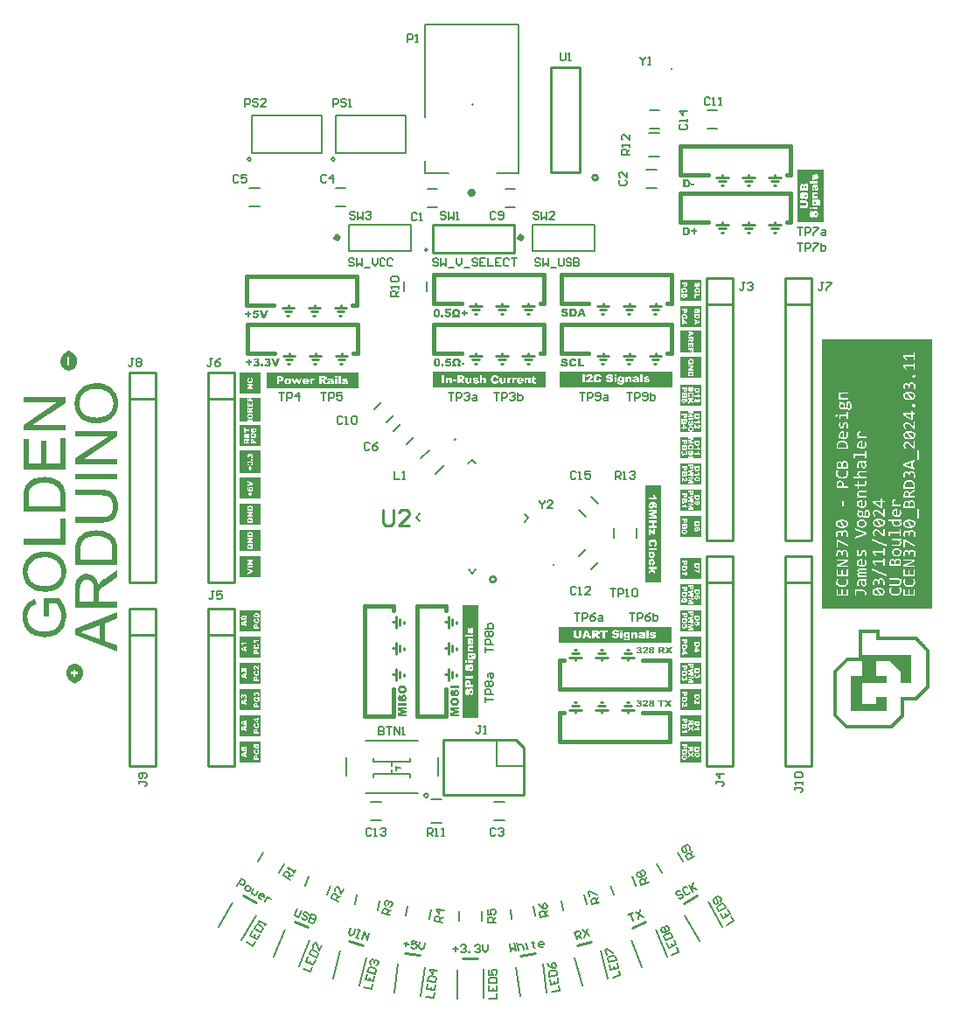
<source format=gto>
G04*
G04 #@! TF.GenerationSoftware,Altium Limited,Altium Designer,24.2.2 (26)*
G04*
G04 Layer_Color=65535*
%FSLAX44Y44*%
%MOMM*%
G71*
G04*
G04 #@! TF.SameCoordinates,14A9DA51-42A2-44A4-A91A-1E31E54FDAF6*
G04*
G04*
G04 #@! TF.FilePolarity,Positive*
G04*
G01*
G75*
%ADD10C,0.5080*%
%ADD11C,0.4000*%
%ADD12C,0.1524*%
%ADD13C,0.2540*%
%ADD14C,0.1000*%
%ADD15C,0.3810*%
%ADD16C,0.1999*%
%ADD17C,0.1270*%
%ADD18C,0.2286*%
%ADD19C,0.2032*%
G36*
X98528Y634742D02*
Y635310D01*
X98580D01*
Y635362D01*
X98632D01*
Y635414D01*
X98684D01*
Y635879D01*
X98787D01*
Y636344D01*
X98890D01*
Y636448D01*
X98942D01*
Y636551D01*
X98890D01*
Y636655D01*
X98942D01*
Y636706D01*
X98994D01*
Y636758D01*
X99045D01*
Y636965D01*
X99097D01*
Y637017D01*
X99149D01*
Y637327D01*
X99201D01*
Y637379D01*
X99304D01*
Y637585D01*
X99356D01*
Y637637D01*
X99408D01*
Y637689D01*
X99459D01*
Y637741D01*
X99511D01*
Y637792D01*
X99563D01*
Y637844D01*
X99511D01*
Y637896D01*
X99563D01*
Y637948D01*
X99614D01*
Y637999D01*
X99666D01*
Y638206D01*
X99718D01*
Y638258D01*
X99769D01*
Y638309D01*
X99821D01*
Y638361D01*
X99873D01*
Y638465D01*
X99925D01*
Y638568D01*
X99976D01*
Y638620D01*
X100028D01*
Y638671D01*
X100080D01*
Y638723D01*
X100131D01*
Y638775D01*
X100183D01*
Y638826D01*
X100131D01*
Y638930D01*
X100183D01*
Y638982D01*
X100287D01*
Y639085D01*
X100390D01*
Y639188D01*
X100442D01*
Y639240D01*
X100545D01*
Y639447D01*
X100597D01*
Y639499D01*
X100648D01*
Y639551D01*
X100700D01*
Y639602D01*
X100752D01*
Y639654D01*
X100804D01*
Y639706D01*
X100855D01*
Y639757D01*
X100907D01*
Y639809D01*
X100959D01*
Y639861D01*
X101011D01*
Y639912D01*
X101062D01*
Y639964D01*
X101114D01*
Y640016D01*
X101166D01*
Y640068D01*
X101217D01*
Y640119D01*
X101269D01*
Y640171D01*
X101321D01*
Y640223D01*
X101372D01*
Y640274D01*
X101424D01*
Y640326D01*
X101476D01*
Y640378D01*
X101528D01*
Y640430D01*
X101579D01*
Y640481D01*
X101631D01*
Y640533D01*
X101683D01*
Y640585D01*
X101734D01*
Y640636D01*
X101786D01*
Y640688D01*
X101838D01*
Y640740D01*
X101890D01*
Y640791D01*
X101941D01*
Y640843D01*
X101993D01*
Y640895D01*
X102045D01*
Y640947D01*
X102096D01*
Y640998D01*
X102148D01*
Y641050D01*
X102200D01*
Y641102D01*
X102252D01*
Y641153D01*
X102303D01*
Y641205D01*
X102355D01*
Y641257D01*
X102407D01*
Y641309D01*
X102613D01*
Y641412D01*
X102665D01*
Y641464D01*
X102769D01*
Y641567D01*
X102872D01*
Y641671D01*
X102924D01*
Y641722D01*
X103027D01*
Y641826D01*
X103234D01*
Y641877D01*
X103286D01*
Y641929D01*
X103337D01*
Y641981D01*
X103389D01*
Y642033D01*
X103441D01*
Y642084D01*
X103493D01*
Y642136D01*
X103544D01*
Y642188D01*
X103751D01*
Y642291D01*
X103803D01*
Y642343D01*
X103855D01*
Y642394D01*
X103906D01*
Y642446D01*
X104061D01*
Y642498D01*
X104113D01*
Y642550D01*
X104216D01*
Y642601D01*
X104268D01*
Y642653D01*
X104320D01*
Y642705D01*
X104372D01*
Y642808D01*
X104579D01*
Y642860D01*
X104630D01*
Y642912D01*
X104682D01*
Y642963D01*
X104734D01*
Y643015D01*
X104785D01*
Y643067D01*
X104992D01*
Y643170D01*
X105096D01*
Y643274D01*
X105147D01*
Y643325D01*
X105354D01*
Y643377D01*
X105406D01*
Y643429D01*
X105613D01*
Y643532D01*
X105664D01*
Y643584D01*
X105716D01*
Y643636D01*
X105768D01*
Y643687D01*
X105975D01*
Y643739D01*
X106026D01*
Y643791D01*
X106078D01*
Y643842D01*
X106130D01*
Y643894D01*
X106181D01*
Y643946D01*
X106285D01*
Y643894D01*
X106337D01*
Y643842D01*
X106388D01*
Y643791D01*
X106492D01*
Y643739D01*
X106544D01*
Y643687D01*
X106699D01*
Y643636D01*
X106750D01*
Y643584D01*
X106802D01*
Y643532D01*
X106957D01*
Y643481D01*
X107009D01*
Y643429D01*
X107216D01*
Y643325D01*
X107319D01*
Y643274D01*
X107371D01*
Y643170D01*
X107474D01*
Y643119D01*
X107526D01*
Y643067D01*
X107681D01*
Y643015D01*
X107733D01*
Y642963D01*
X107785D01*
Y642912D01*
X107940D01*
Y642860D01*
X107991D01*
Y642808D01*
X108095D01*
Y642705D01*
X108302D01*
Y642653D01*
X108353D01*
Y642601D01*
X108405D01*
Y642550D01*
X108457D01*
Y642498D01*
X108509D01*
Y642446D01*
X108664D01*
Y642394D01*
X108715D01*
Y642343D01*
X108767D01*
Y642291D01*
X108819D01*
Y642239D01*
X108870D01*
Y642188D01*
X109077D01*
Y642084D01*
X109181D01*
Y642033D01*
X109232D01*
Y641929D01*
X109336D01*
Y641877D01*
X109388D01*
Y641826D01*
X109543D01*
Y641774D01*
X109594D01*
Y641722D01*
X109646D01*
Y641671D01*
X109698D01*
Y641619D01*
X109749D01*
Y641567D01*
X109956D01*
Y641464D01*
X110008D01*
Y641412D01*
X110060D01*
Y641360D01*
X110112D01*
Y641309D01*
X110163D01*
Y641257D01*
X110215D01*
Y641205D01*
X110267D01*
Y641153D01*
X110318D01*
Y641102D01*
X110370D01*
Y641050D01*
X110473D01*
Y641102D01*
X110525D01*
Y641050D01*
X110577D01*
Y640998D01*
X110629D01*
Y640947D01*
X110680D01*
Y640895D01*
X110732D01*
Y640843D01*
X110784D01*
Y640791D01*
X110835D01*
Y640740D01*
X110887D01*
Y640688D01*
X110939D01*
Y640585D01*
X111146D01*
Y640533D01*
X111197D01*
Y640481D01*
X111249D01*
Y640430D01*
X111301D01*
Y640378D01*
X111353D01*
Y640326D01*
X111404D01*
Y640274D01*
X111456D01*
Y640223D01*
X111508D01*
Y640171D01*
X111559D01*
Y640119D01*
X111611D01*
Y640068D01*
X111663D01*
Y640016D01*
X111714D01*
Y639964D01*
X111766D01*
Y639912D01*
X111818D01*
Y639861D01*
X111870D01*
Y639809D01*
X111921D01*
Y639757D01*
X111973D01*
Y639706D01*
X112025D01*
Y639654D01*
X112077D01*
Y639602D01*
X112128D01*
Y639551D01*
X112180D01*
Y639499D01*
X112232D01*
Y639447D01*
X112283D01*
Y639395D01*
X112335D01*
Y639344D01*
X112387D01*
Y639292D01*
X112438D01*
Y639085D01*
X112542D01*
Y639033D01*
X112594D01*
Y638982D01*
X112645D01*
Y638930D01*
X112697D01*
Y638878D01*
X112749D01*
Y638826D01*
X112800D01*
Y638775D01*
X112852D01*
Y638723D01*
X112904D01*
Y638671D01*
X112956D01*
Y638568D01*
X112904D01*
Y638516D01*
X112956D01*
Y638465D01*
X113007D01*
Y638413D01*
X113059D01*
Y638361D01*
X113111D01*
Y638309D01*
X113162D01*
Y638154D01*
X113214D01*
Y638103D01*
X113266D01*
Y638051D01*
X113317D01*
Y637999D01*
X113369D01*
Y637948D01*
X113421D01*
Y637741D01*
X113524D01*
Y637689D01*
X113576D01*
Y637585D01*
X113524D01*
Y637534D01*
X113576D01*
Y637482D01*
X113628D01*
Y637430D01*
X113680D01*
Y637224D01*
X113783D01*
Y637017D01*
X113835D01*
Y636965D01*
X113938D01*
Y636603D01*
X114041D01*
Y636241D01*
X114145D01*
Y636189D01*
X114197D01*
Y636034D01*
X114145D01*
Y635983D01*
X114197D01*
Y635931D01*
X114145D01*
Y635827D01*
X114197D01*
Y635724D01*
X114300D01*
Y635000D01*
X114403D01*
Y632052D01*
X114352D01*
Y632001D01*
X114300D01*
Y631329D01*
X114248D01*
Y631277D01*
X114197D01*
Y631225D01*
X114145D01*
Y631122D01*
X114197D01*
Y630915D01*
X114145D01*
Y630863D01*
X114197D01*
Y630708D01*
X114145D01*
Y630656D01*
X114093D01*
Y630605D01*
X114041D01*
Y630294D01*
X113938D01*
Y629932D01*
X113835D01*
Y629881D01*
X113783D01*
Y629674D01*
X113731D01*
Y629622D01*
X113680D01*
Y629415D01*
X113576D01*
Y629364D01*
X113524D01*
Y629208D01*
X113576D01*
Y629105D01*
X113524D01*
Y629053D01*
X113473D01*
Y629002D01*
X113421D01*
Y628950D01*
X113369D01*
Y628898D01*
X113317D01*
Y628691D01*
X113214D01*
Y628640D01*
X113162D01*
Y628433D01*
X113111D01*
Y628381D01*
X113059D01*
Y628329D01*
X113007D01*
Y628278D01*
X112956D01*
Y628226D01*
X112904D01*
Y628174D01*
X112956D01*
Y628122D01*
X112904D01*
Y628071D01*
X112852D01*
Y628019D01*
X112800D01*
Y627967D01*
X112749D01*
Y627916D01*
X112697D01*
Y627709D01*
X112645D01*
Y627657D01*
X112594D01*
Y627606D01*
X112542D01*
Y627554D01*
X112438D01*
Y627450D01*
X112387D01*
Y627399D01*
X112335D01*
Y627347D01*
X112283D01*
Y627295D01*
X112180D01*
Y627192D01*
X112077D01*
Y627088D01*
X112025D01*
Y627037D01*
X111973D01*
Y626985D01*
X111921D01*
Y626933D01*
X111818D01*
Y626830D01*
X111766D01*
Y626778D01*
X111714D01*
Y626726D01*
X111663D01*
Y626675D01*
X111559D01*
Y626571D01*
X111456D01*
Y626468D01*
X111404D01*
Y626416D01*
X111353D01*
Y626364D01*
X111301D01*
Y626313D01*
X111197D01*
Y626209D01*
X110990D01*
Y626158D01*
X110939D01*
Y626106D01*
X110887D01*
Y626054D01*
X110835D01*
Y626002D01*
X110784D01*
Y625951D01*
X110629D01*
Y625899D01*
X110577D01*
Y625847D01*
X110525D01*
Y625796D01*
X110473D01*
Y625744D01*
X110422D01*
Y625692D01*
X110215D01*
Y625589D01*
X110008D01*
Y625537D01*
X109956D01*
Y625485D01*
X109905D01*
Y625434D01*
X109698D01*
Y625330D01*
X109491D01*
Y625279D01*
X109439D01*
Y625227D01*
X109388D01*
Y625175D01*
X109336D01*
Y625227D01*
X109284D01*
Y625175D01*
X109232D01*
Y625123D01*
X109181D01*
Y625072D01*
X108870D01*
Y625020D01*
X108819D01*
Y624968D01*
X108457D01*
Y624916D01*
X108353D01*
Y624865D01*
X108302D01*
Y624813D01*
X107836D01*
Y624710D01*
X106647D01*
Y624658D01*
X106595D01*
Y624606D01*
X106544D01*
Y624555D01*
X106285D01*
Y624606D01*
X106233D01*
Y624658D01*
X106181D01*
Y624710D01*
X104992D01*
Y624813D01*
X104527D01*
Y624865D01*
X104475D01*
Y624968D01*
X104010D01*
Y625020D01*
X103958D01*
Y625072D01*
X103648D01*
Y625175D01*
X103441D01*
Y625227D01*
X103389D01*
Y625279D01*
X103337D01*
Y625330D01*
X103027D01*
Y625382D01*
X102976D01*
Y625434D01*
X102820D01*
Y625485D01*
X102769D01*
Y625537D01*
X102717D01*
Y625589D01*
X102665D01*
Y625640D01*
X102613D01*
Y625692D01*
X102407D01*
Y625796D01*
X102200D01*
Y625847D01*
X102148D01*
Y625899D01*
X102096D01*
Y625951D01*
X102045D01*
Y626002D01*
X101993D01*
Y626054D01*
X101786D01*
Y626158D01*
X101734D01*
Y626209D01*
X101683D01*
Y626261D01*
X101631D01*
Y626313D01*
X101528D01*
Y626416D01*
X101321D01*
Y626468D01*
X101269D01*
Y626520D01*
X101217D01*
Y626571D01*
X101166D01*
Y626623D01*
X101114D01*
Y626675D01*
X101062D01*
Y626726D01*
X101011D01*
Y626778D01*
X100959D01*
Y626830D01*
X100907D01*
Y626881D01*
X100855D01*
Y626933D01*
X100804D01*
Y626985D01*
X100752D01*
Y627037D01*
X100700D01*
Y627088D01*
X100648D01*
Y627140D01*
X100597D01*
Y627192D01*
X100545D01*
Y627243D01*
X100493D01*
Y627295D01*
X100442D01*
Y627347D01*
X100390D01*
Y627554D01*
X100287D01*
Y627657D01*
X100235D01*
Y627709D01*
X100183D01*
Y627761D01*
X100131D01*
Y627812D01*
X100028D01*
Y628019D01*
X99976D01*
Y628071D01*
X99925D01*
Y628122D01*
X99873D01*
Y628174D01*
X99821D01*
Y628226D01*
X99769D01*
Y628278D01*
X99718D01*
Y628329D01*
X99666D01*
Y628536D01*
X99563D01*
Y628588D01*
X99511D01*
Y628691D01*
X99563D01*
Y628743D01*
X99511D01*
Y628795D01*
X99408D01*
Y629002D01*
X99356D01*
Y629053D01*
X99304D01*
Y629260D01*
X99252D01*
Y629312D01*
X99149D01*
Y629519D01*
X99097D01*
Y629570D01*
X99045D01*
Y629777D01*
X98942D01*
Y629829D01*
X98890D01*
Y629984D01*
X98942D01*
Y630088D01*
X98890D01*
Y630139D01*
X98839D01*
Y630191D01*
X98787D01*
Y630501D01*
X98735D01*
Y630553D01*
X98684D01*
Y630967D01*
X98632D01*
Y631018D01*
X98580D01*
Y631070D01*
X98528D01*
Y631639D01*
X98477D01*
Y631691D01*
X98425D01*
Y634742D01*
X98528D01*
D02*
G37*
G36*
X104268Y333406D02*
Y333458D01*
X104320D01*
Y334026D01*
X104372D01*
Y334078D01*
X104423D01*
Y334130D01*
X104475D01*
Y334544D01*
X104527D01*
Y334595D01*
X104579D01*
Y334906D01*
X104630D01*
Y334957D01*
X104682D01*
Y335009D01*
X104734D01*
Y335112D01*
X104682D01*
Y335268D01*
X104734D01*
Y335319D01*
X104837D01*
Y335526D01*
X104889D01*
Y335578D01*
X104941D01*
Y335785D01*
X105044D01*
Y335836D01*
X105096D01*
Y336043D01*
X105147D01*
Y336095D01*
X105199D01*
Y336302D01*
X105302D01*
Y336353D01*
X105354D01*
Y336405D01*
X105302D01*
Y336509D01*
X105354D01*
Y336560D01*
X105406D01*
X105458D01*
Y336767D01*
X105509D01*
Y336819D01*
X105561D01*
Y336871D01*
X105613D01*
Y336922D01*
X105664D01*
Y336974D01*
X105716D01*
Y337026D01*
X105768D01*
Y337077D01*
X105820D01*
Y337284D01*
X105923D01*
Y337336D01*
X105975D01*
Y337388D01*
X106026D01*
Y337439D01*
X106078D01*
Y337543D01*
X106181D01*
Y337750D01*
X106233D01*
Y337801D01*
X106285D01*
Y337853D01*
X106337D01*
Y337905D01*
X106388D01*
Y337957D01*
X106440D01*
Y338008D01*
X106492D01*
Y338060D01*
X106544D01*
Y338112D01*
X106595D01*
Y338163D01*
X106647D01*
Y338215D01*
X106699D01*
Y338267D01*
X106750D01*
Y338318D01*
X106802D01*
Y338370D01*
X106854D01*
Y338422D01*
X106905D01*
Y338474D01*
X106957D01*
Y338525D01*
X107009D01*
Y338577D01*
X107061D01*
Y338629D01*
X107112D01*
Y338680D01*
X107319D01*
Y338784D01*
X107423D01*
Y338836D01*
X107474D01*
Y338887D01*
X107526D01*
Y338939D01*
X107578D01*
Y339042D01*
X107785D01*
Y339094D01*
X107836D01*
Y339146D01*
X107888D01*
Y339198D01*
X107940D01*
Y339249D01*
X107991D01*
Y339301D01*
X108198D01*
Y339404D01*
X108405D01*
Y339456D01*
X108457D01*
Y339508D01*
X108509D01*
Y339560D01*
X108560D01*
Y339611D01*
X108612D01*
Y339663D01*
X108767D01*
Y339715D01*
X108819D01*
Y339766D01*
X109077D01*
Y339818D01*
X109129D01*
Y339870D01*
X109232D01*
Y339921D01*
X109284D01*
Y339870D01*
X109336D01*
Y339921D01*
X109439D01*
Y340025D01*
X109749D01*
Y340077D01*
X109801D01*
Y340128D01*
X110163D01*
Y340180D01*
X110267D01*
Y340232D01*
X110318D01*
Y340284D01*
X110784D01*
Y340387D01*
X111818D01*
Y340439D01*
X111870D01*
Y340490D01*
X111973D01*
Y340542D01*
X112490D01*
Y340490D01*
X112542D01*
Y340439D01*
X112594D01*
Y340387D01*
X113628D01*
Y340284D01*
X114197D01*
Y340232D01*
X114248D01*
Y340180D01*
X114300D01*
Y340128D01*
X114610D01*
Y340077D01*
X114662D01*
Y340025D01*
X114972D01*
Y339973D01*
X115024D01*
Y339921D01*
X115179D01*
Y339870D01*
X115231D01*
Y339818D01*
X115282D01*
Y339766D01*
X115489D01*
Y339663D01*
X115696D01*
Y339611D01*
X115748D01*
Y339560D01*
X115800D01*
Y339508D01*
X116006D01*
Y339404D01*
X116213D01*
Y339353D01*
X116265D01*
Y339301D01*
X116420D01*
Y339249D01*
X116472D01*
Y339198D01*
X116524D01*
Y339146D01*
X116575D01*
Y339094D01*
X116627D01*
Y339042D01*
X116679D01*
Y338991D01*
X116730D01*
Y338939D01*
X116782D01*
Y338887D01*
X116989D01*
Y338784D01*
X117092D01*
Y338732D01*
X117144D01*
Y338680D01*
X117196D01*
Y338629D01*
X117247D01*
Y338525D01*
X117351D01*
Y338422D01*
X117454D01*
Y338370D01*
X117506D01*
Y338318D01*
X117558D01*
Y338267D01*
X117609D01*
Y338163D01*
X117713D01*
Y338112D01*
X117765D01*
Y338060D01*
X117816D01*
Y338008D01*
X117868D01*
Y337905D01*
X117971D01*
Y337801D01*
X118075D01*
Y337750D01*
X118126D01*
Y337698D01*
X118178D01*
Y337646D01*
X118230D01*
Y337543D01*
X118333D01*
Y337491D01*
X118385D01*
Y337439D01*
X118437D01*
Y337388D01*
X118489D01*
Y337181D01*
X118592D01*
Y337077D01*
X118644D01*
Y337026D01*
X118695D01*
Y336974D01*
X118747D01*
Y336922D01*
X118799D01*
Y336871D01*
X118850D01*
Y336716D01*
X118902D01*
Y336664D01*
X118954D01*
Y336457D01*
X119006D01*
Y336405D01*
X119109D01*
Y336302D01*
X119212D01*
Y336095D01*
X119264D01*
Y336043D01*
X119316D01*
Y335992D01*
X119368D01*
Y335940D01*
X119316D01*
Y335888D01*
X119368D01*
Y335785D01*
X119471D01*
Y335474D01*
X119523D01*
Y335423D01*
X119574D01*
Y335216D01*
X119626D01*
Y335164D01*
X119730D01*
Y334802D01*
X119833D01*
Y334492D01*
X119885D01*
Y334440D01*
X119936D01*
Y334389D01*
X119988D01*
Y334233D01*
X119936D01*
Y334182D01*
X119988D01*
Y333975D01*
X119936D01*
Y333871D01*
X119988D01*
Y333820D01*
X120040D01*
Y333768D01*
X120091D01*
Y333096D01*
X120143D01*
Y333044D01*
X120195D01*
Y330097D01*
X120091D01*
Y329476D01*
X119988D01*
Y329269D01*
X119936D01*
Y329217D01*
X119988D01*
Y329114D01*
X119936D01*
Y329062D01*
X119988D01*
Y328907D01*
X119936D01*
Y328856D01*
X119833D01*
Y328494D01*
X119730D01*
Y328132D01*
X119626D01*
Y328080D01*
X119574D01*
Y327873D01*
X119471D01*
Y327666D01*
X119419D01*
Y327615D01*
X119368D01*
Y327563D01*
X119316D01*
Y327511D01*
X119368D01*
Y327408D01*
X119316D01*
Y327356D01*
X119212D01*
Y327149D01*
X119161D01*
Y327097D01*
X119109D01*
Y327046D01*
X119057D01*
Y326994D01*
X119006D01*
Y326942D01*
X118954D01*
Y326787D01*
X118902D01*
Y326735D01*
X118850D01*
Y326684D01*
X118799D01*
Y326632D01*
X118747D01*
Y326580D01*
X118695D01*
Y326529D01*
X118747D01*
Y326425D01*
X118695D01*
Y326373D01*
X118644D01*
Y326322D01*
X118592D01*
Y326270D01*
X118540D01*
Y326218D01*
X118489D01*
Y326167D01*
X118437D01*
Y326115D01*
X118385D01*
Y326063D01*
X118333D01*
Y326012D01*
X118282D01*
Y325960D01*
X118230D01*
Y325908D01*
X118178D01*
Y325856D01*
X118126D01*
Y325701D01*
X118075D01*
Y325649D01*
X118023D01*
Y325598D01*
X117971D01*
Y325546D01*
X117920D01*
Y325494D01*
X117868D01*
Y325443D01*
X117816D01*
Y325391D01*
X117765D01*
Y325339D01*
X117713D01*
Y325288D01*
X117661D01*
Y325236D01*
X117609D01*
Y325184D01*
X117558D01*
Y325132D01*
X117506D01*
Y325081D01*
X117454D01*
Y325029D01*
X117403D01*
Y324977D01*
X117351D01*
Y324926D01*
X117299D01*
Y324874D01*
X117247D01*
Y324822D01*
X117196D01*
Y324770D01*
X117144D01*
Y324719D01*
X117092D01*
Y324667D01*
X117041D01*
Y324615D01*
X116989D01*
Y324564D01*
X116937D01*
Y324512D01*
X116730D01*
Y324408D01*
X116679D01*
Y324357D01*
X116627D01*
Y324305D01*
X116575D01*
Y324253D01*
X116524D01*
Y324202D01*
X116472D01*
Y324150D01*
X116420D01*
Y324098D01*
X116368D01*
Y324047D01*
X116317D01*
Y323995D01*
X116265D01*
Y324047D01*
X116161D01*
Y323995D01*
X116110D01*
Y323943D01*
X116058D01*
Y323891D01*
X116006D01*
Y323840D01*
X115955D01*
Y323788D01*
X115903D01*
Y323736D01*
X115851D01*
Y323685D01*
X115800D01*
Y323633D01*
X115748D01*
Y323529D01*
X115541D01*
Y323478D01*
X115489D01*
Y323426D01*
X115438D01*
Y323374D01*
X115386D01*
Y323322D01*
X115334D01*
Y323271D01*
X115127D01*
Y323167D01*
X115024D01*
Y323064D01*
X114972D01*
Y323012D01*
X114869D01*
Y322909D01*
X114662D01*
Y322857D01*
X114610D01*
Y322805D01*
X114558D01*
Y322754D01*
X114507D01*
Y322702D01*
X114455D01*
Y322650D01*
X114300D01*
Y322599D01*
X114248D01*
Y322547D01*
X114197D01*
Y322495D01*
X114145D01*
Y322444D01*
X114093D01*
Y322392D01*
X113886D01*
Y322288D01*
X113783D01*
Y322237D01*
X113731D01*
Y322185D01*
X113576D01*
Y322133D01*
X113524D01*
Y322081D01*
X113473D01*
Y322030D01*
X113266D01*
Y321926D01*
X113162D01*
Y321823D01*
X113111D01*
Y321771D01*
X112904D01*
Y321720D01*
X112852D01*
Y321668D01*
X112800D01*
Y321616D01*
X112749D01*
Y321564D01*
X112594D01*
Y321513D01*
X112542D01*
Y321461D01*
X112490D01*
Y321409D01*
X112283D01*
Y321358D01*
X112232D01*
Y321306D01*
X112180D01*
Y321254D01*
X112128D01*
Y321202D01*
X112077D01*
Y321151D01*
X111973D01*
Y321202D01*
X111921D01*
Y321254D01*
X111870D01*
Y321306D01*
X111818D01*
Y321358D01*
X111766D01*
Y321409D01*
X111559D01*
Y321461D01*
X111508D01*
Y321513D01*
X111456D01*
Y321564D01*
X111404D01*
Y321668D01*
X111197D01*
Y321720D01*
X111146D01*
Y321771D01*
X110939D01*
Y321823D01*
X110887D01*
Y321926D01*
X110784D01*
Y322030D01*
X110577D01*
Y322081D01*
X110525D01*
Y322133D01*
X110473D01*
Y322185D01*
X110422D01*
Y322237D01*
X110370D01*
Y322288D01*
X110163D01*
Y322392D01*
X110112D01*
Y322444D01*
X110060D01*
Y322495D01*
X110008D01*
Y322547D01*
X109956D01*
Y322599D01*
X109905D01*
Y322650D01*
X109698D01*
Y322702D01*
X109646D01*
Y322754D01*
X109594D01*
Y322805D01*
X109543D01*
Y322857D01*
X109491D01*
Y322909D01*
X109439D01*
Y322961D01*
X109388D01*
Y323012D01*
X109232D01*
Y323064D01*
X109181D01*
Y323116D01*
X109129D01*
Y323167D01*
X109077D01*
Y323219D01*
X109026D01*
Y323271D01*
X108819D01*
Y323374D01*
X108767D01*
Y323426D01*
X108664D01*
Y323529D01*
X108560D01*
Y323633D01*
X108457D01*
Y323685D01*
X108405D01*
Y323788D01*
X108198D01*
Y323840D01*
X108146D01*
Y323891D01*
X108095D01*
Y323943D01*
X108043D01*
Y323995D01*
X107991D01*
Y324047D01*
X107940D01*
Y324098D01*
X107888D01*
Y324150D01*
X107836D01*
Y324202D01*
X107785D01*
Y324253D01*
X107733D01*
Y324305D01*
X107681D01*
Y324357D01*
X107629D01*
Y324408D01*
X107578D01*
Y324460D01*
X107526D01*
Y324512D01*
X107474D01*
Y324564D01*
X107423D01*
Y324615D01*
X107371D01*
Y324667D01*
X107319D01*
Y324719D01*
X107267D01*
Y324770D01*
X107216D01*
Y324822D01*
X107164D01*
Y324874D01*
X107112D01*
Y324926D01*
X107061D01*
Y324977D01*
X107009D01*
Y325029D01*
X106957D01*
Y325081D01*
X106905D01*
Y325132D01*
X106854D01*
Y325184D01*
X106802D01*
Y325236D01*
X106750D01*
Y325288D01*
X106699D01*
Y325339D01*
X106647D01*
Y325391D01*
X106595D01*
Y325443D01*
X106544D01*
Y325494D01*
X106492D01*
Y325546D01*
X106440D01*
Y325598D01*
X106388D01*
Y325649D01*
X106337D01*
Y325856D01*
X106233D01*
Y325908D01*
X106181D01*
Y326012D01*
X106078D01*
Y326115D01*
X105975D01*
Y326167D01*
X105923D01*
Y326270D01*
X105975D01*
Y326322D01*
X105923D01*
Y326373D01*
X105871D01*
Y326425D01*
X105820D01*
Y326477D01*
X105768D01*
Y326529D01*
X105716D01*
Y326735D01*
X105613D01*
Y326787D01*
X105561D01*
Y326839D01*
X105509D01*
Y326891D01*
X105458D01*
Y327097D01*
X105406D01*
Y327149D01*
X105354D01*
Y327201D01*
X105302D01*
Y327253D01*
X105354D01*
Y327304D01*
X105302D01*
Y327356D01*
X105251D01*
Y327408D01*
X105199D01*
Y327459D01*
X105147D01*
Y327511D01*
X105096D01*
Y327770D01*
X105044D01*
Y327821D01*
X104992D01*
Y327873D01*
X104941D01*
Y328080D01*
X104889D01*
Y328132D01*
X104837D01*
Y328338D01*
X104785D01*
Y328390D01*
X104734D01*
Y328442D01*
X104682D01*
Y328545D01*
X104734D01*
Y328649D01*
X104682D01*
Y328752D01*
X104579D01*
Y329217D01*
X104475D01*
Y329683D01*
X104423D01*
Y329735D01*
X104372D01*
Y329786D01*
X104320D01*
Y330355D01*
X104216D01*
Y333406D01*
X104268D01*
D02*
G37*
G36*
X846871Y334123D02*
Y334148D01*
X846968D01*
Y334197D01*
X847017D01*
Y334221D01*
X847042D01*
Y334245D01*
X847066D01*
Y334270D01*
X847090D01*
Y334319D01*
X847139D01*
Y334367D01*
X847188D01*
Y334392D01*
X847212D01*
Y334440D01*
X847261D01*
Y334489D01*
X847310D01*
Y334514D01*
X847334D01*
Y334538D01*
X847358D01*
Y334562D01*
X847383D01*
Y334611D01*
X847432D01*
Y334660D01*
X847480D01*
Y334684D01*
X847505D01*
Y334733D01*
X847553D01*
Y334782D01*
X847602D01*
Y334806D01*
X847627D01*
Y334830D01*
X847651D01*
Y334855D01*
X847675D01*
Y334904D01*
X847724D01*
Y334952D01*
X847773D01*
Y334977D01*
X847797D01*
Y335025D01*
X847846D01*
Y335074D01*
X847895D01*
Y335099D01*
X847919D01*
Y335123D01*
X847944D01*
Y335147D01*
X847968D01*
Y335196D01*
X848017D01*
Y335245D01*
X848065D01*
Y335269D01*
X848090D01*
Y335318D01*
X848139D01*
Y335367D01*
X848187D01*
Y335391D01*
X848212D01*
Y335415D01*
X848236D01*
Y335440D01*
X848260D01*
Y335489D01*
X848309D01*
Y335537D01*
X848358D01*
Y335562D01*
X848382D01*
Y335611D01*
X848431D01*
Y335659D01*
X848480D01*
Y335684D01*
X848504D01*
Y335708D01*
X848529D01*
Y335732D01*
X848553D01*
Y335781D01*
X848602D01*
Y335830D01*
X848651D01*
Y335854D01*
X848675D01*
Y335903D01*
X848724D01*
Y335952D01*
X848773D01*
Y335976D01*
X848797D01*
Y336001D01*
X848821D01*
Y336025D01*
X848846D01*
Y336074D01*
X848894D01*
Y336123D01*
X848943D01*
Y336147D01*
X848968D01*
Y336196D01*
X849016D01*
Y336244D01*
X849065D01*
Y336269D01*
X849089D01*
Y336293D01*
X849114D01*
Y336318D01*
X849138D01*
Y336366D01*
X849187D01*
Y336415D01*
X849236D01*
Y336440D01*
X849260D01*
Y336488D01*
X849309D01*
Y336537D01*
X849358D01*
Y336561D01*
X849382D01*
Y336586D01*
X849406D01*
Y336610D01*
X849431D01*
Y336659D01*
X849480D01*
Y336708D01*
X849528D01*
Y336732D01*
X849553D01*
Y336781D01*
X849601D01*
Y336830D01*
X849650D01*
Y336854D01*
X849675D01*
Y336878D01*
X849699D01*
Y336903D01*
X849723D01*
Y336951D01*
X849772D01*
Y337000D01*
X849821D01*
Y337025D01*
X849845D01*
Y337073D01*
X849894D01*
Y337122D01*
X849943D01*
Y337146D01*
X849967D01*
Y337171D01*
X849992D01*
Y337195D01*
X850016D01*
Y337244D01*
X850065D01*
Y337293D01*
X850113D01*
Y337317D01*
X850138D01*
Y337366D01*
X850186D01*
Y337415D01*
X850235D01*
Y337439D01*
X850260D01*
Y337463D01*
X850284D01*
Y337488D01*
X850308D01*
Y337537D01*
X850357D01*
Y337585D01*
X850406D01*
Y337610D01*
X850430D01*
Y337659D01*
X850479D01*
Y337707D01*
X850528D01*
Y337732D01*
X850552D01*
Y337756D01*
X850577D01*
Y337780D01*
X850601D01*
Y337829D01*
X850650D01*
Y337878D01*
X850698D01*
Y337902D01*
X850723D01*
Y337951D01*
X850772D01*
Y338000D01*
X850820D01*
Y338024D01*
X850845D01*
Y338049D01*
X850869D01*
Y338073D01*
X850893D01*
Y338122D01*
X850942D01*
Y338170D01*
X850991D01*
Y338195D01*
X851015D01*
Y338243D01*
X851064D01*
Y338292D01*
X851113D01*
Y338317D01*
X851137D01*
Y338341D01*
X851162D01*
Y338365D01*
X851186D01*
Y338414D01*
X851235D01*
Y338463D01*
X851284D01*
Y338487D01*
X851308D01*
Y338536D01*
X851357D01*
Y338585D01*
X851405D01*
Y338609D01*
X851430D01*
Y338634D01*
X851454D01*
Y338658D01*
X851479D01*
Y338707D01*
X851527D01*
Y338755D01*
X851576D01*
Y338780D01*
X851600D01*
Y338829D01*
X851649D01*
Y338877D01*
X851698D01*
Y338902D01*
X851722D01*
Y338926D01*
X851747D01*
Y338951D01*
X851771D01*
Y338999D01*
X851820D01*
Y339048D01*
X851869D01*
Y339072D01*
X851893D01*
Y339121D01*
X851942D01*
Y339170D01*
X851991D01*
Y339194D01*
X852015D01*
Y339219D01*
X852039D01*
Y339243D01*
X852064D01*
Y339292D01*
X852113D01*
Y339341D01*
X852161D01*
Y339365D01*
X852186D01*
Y339414D01*
X852234D01*
Y339463D01*
X852283D01*
Y339487D01*
X852308D01*
Y339511D01*
X852332D01*
Y339536D01*
X852356D01*
Y339584D01*
X852405D01*
Y339633D01*
X852454D01*
Y339658D01*
X852478D01*
Y339682D01*
X852503D01*
Y339706D01*
X852527D01*
Y339755D01*
X852576D01*
Y339779D01*
X852600D01*
Y339804D01*
X852624D01*
Y339828D01*
X852649D01*
Y339877D01*
X852698D01*
Y339926D01*
X852746D01*
Y339950D01*
X852771D01*
Y339975D01*
X852795D01*
Y339999D01*
X852820D01*
Y340048D01*
X852868D01*
Y340072D01*
X852893D01*
Y340096D01*
X852917D01*
Y340121D01*
X852941D01*
Y340169D01*
X852990D01*
Y340218D01*
X853039D01*
Y340243D01*
X853063D01*
Y340267D01*
X853088D01*
Y340291D01*
X853112D01*
Y340340D01*
X853161D01*
Y340364D01*
X853185D01*
Y340389D01*
X853210D01*
Y340413D01*
X853234D01*
Y340462D01*
X853283D01*
Y340511D01*
X853331D01*
Y340535D01*
X853356D01*
Y340560D01*
X853380D01*
Y340584D01*
X853405D01*
Y340633D01*
X853453D01*
Y340657D01*
X853478D01*
Y340681D01*
X853502D01*
Y340706D01*
X853527D01*
Y340755D01*
X853575D01*
Y340803D01*
X853624D01*
Y340828D01*
X853648D01*
Y340852D01*
X853673D01*
Y340877D01*
X853697D01*
Y340925D01*
X853746D01*
Y340950D01*
X853770D01*
Y340974D01*
X853795D01*
Y340998D01*
X853819D01*
Y341047D01*
X853868D01*
Y341096D01*
X853916D01*
Y341120D01*
X853941D01*
Y341145D01*
X853965D01*
Y341169D01*
X853990D01*
Y341218D01*
X854038D01*
Y341242D01*
X854063D01*
Y341267D01*
X854087D01*
Y341291D01*
X854112D01*
Y341340D01*
X854160D01*
Y341389D01*
X854209D01*
Y341413D01*
X854233D01*
Y341437D01*
X854258D01*
Y341462D01*
X854282D01*
Y341510D01*
X854331D01*
Y341535D01*
X854355D01*
Y341559D01*
X854380D01*
Y341584D01*
X854404D01*
Y341632D01*
X854453D01*
Y341681D01*
X854502D01*
Y341705D01*
X854526D01*
Y341730D01*
X854550D01*
Y341754D01*
X854575D01*
Y341803D01*
X854623D01*
Y341827D01*
X854648D01*
Y341852D01*
X854672D01*
Y341876D01*
X854697D01*
Y341925D01*
X854745D01*
Y341974D01*
X854794D01*
Y341998D01*
X854819D01*
Y342022D01*
X854843D01*
Y342047D01*
X854867D01*
Y342095D01*
X854916D01*
Y342120D01*
X854940D01*
Y342144D01*
X854965D01*
Y342169D01*
X854989D01*
Y342217D01*
X855038D01*
Y342266D01*
X855087D01*
Y342290D01*
X855111D01*
Y342315D01*
X855135D01*
Y342339D01*
X855160D01*
Y342388D01*
X855209D01*
Y342412D01*
X855233D01*
Y342437D01*
X855257D01*
Y342461D01*
X855282D01*
Y342510D01*
X855331D01*
Y342559D01*
X855379D01*
Y342583D01*
X855404D01*
Y342607D01*
X855428D01*
Y342632D01*
X855452D01*
Y342681D01*
X855501D01*
Y342705D01*
X855526D01*
Y342729D01*
X855550D01*
Y342754D01*
X855574D01*
Y342803D01*
X855623D01*
Y342851D01*
X855672D01*
Y342876D01*
X855696D01*
Y342900D01*
X855721D01*
Y342924D01*
X855745D01*
Y342973D01*
X855794D01*
Y342998D01*
X855818D01*
Y343022D01*
X855843D01*
Y343046D01*
X855867D01*
Y343095D01*
X855916D01*
Y343144D01*
X855964D01*
Y343168D01*
X855989D01*
Y343193D01*
X856013D01*
Y343217D01*
X856038D01*
Y343266D01*
X856086D01*
Y343290D01*
X856111D01*
Y343315D01*
X856135D01*
Y343339D01*
X856159D01*
Y343388D01*
X856208D01*
Y343436D01*
X856257D01*
Y343461D01*
X856281D01*
Y343485D01*
X856306D01*
Y343509D01*
X856330D01*
Y343558D01*
X856379D01*
Y343583D01*
X856403D01*
Y343607D01*
X856428D01*
Y343631D01*
X856452D01*
Y343680D01*
X856501D01*
Y343704D01*
X856525D01*
Y343729D01*
X856550D01*
Y343753D01*
X856574D01*
Y343778D01*
X856598D01*
Y343802D01*
X856623D01*
Y343851D01*
X856671D01*
Y343875D01*
X856696D01*
Y343899D01*
X856720D01*
Y343924D01*
X856745D01*
Y343973D01*
X856793D01*
Y344021D01*
X856842D01*
Y344046D01*
X856866D01*
Y344070D01*
X856891D01*
Y344095D01*
X856915D01*
Y344143D01*
X856964D01*
Y344168D01*
X856988D01*
Y344192D01*
X857013D01*
Y344216D01*
X857037D01*
Y344265D01*
X857086D01*
Y344314D01*
X857135D01*
Y344338D01*
X857159D01*
Y344363D01*
X857183D01*
Y344387D01*
X857208D01*
Y344436D01*
X857256D01*
Y344460D01*
X857281D01*
Y344485D01*
X857305D01*
Y344509D01*
X857330D01*
Y344558D01*
X857378D01*
Y344607D01*
X857427D01*
Y344631D01*
X857451D01*
Y344655D01*
X857476D01*
Y344680D01*
X857500D01*
Y344728D01*
X857549D01*
Y344753D01*
X857573D01*
Y344777D01*
X857598D01*
Y344802D01*
X857622D01*
Y344850D01*
X857671D01*
Y344899D01*
X857720D01*
Y344924D01*
X857744D01*
Y344948D01*
X857768D01*
Y344972D01*
X857793D01*
Y345021D01*
X857842D01*
Y345045D01*
X857866D01*
Y345070D01*
X857890D01*
Y345094D01*
X857915D01*
Y345143D01*
X857963D01*
Y345192D01*
X858012D01*
Y345216D01*
X858037D01*
Y345240D01*
X858061D01*
Y345265D01*
X858085D01*
Y345314D01*
X858134D01*
Y345338D01*
X858158D01*
Y345362D01*
X858183D01*
Y345387D01*
X858207D01*
Y345435D01*
X858256D01*
Y345460D01*
X858280D01*
Y345484D01*
X858305D01*
Y345509D01*
X858329D01*
Y345533D01*
X858354D01*
Y345557D01*
X858378D01*
Y345606D01*
X858427D01*
Y345630D01*
X858451D01*
Y345655D01*
X858475D01*
Y345679D01*
X858500D01*
Y345704D01*
X858524D01*
Y345728D01*
X858549D01*
Y345752D01*
X858573D01*
Y345777D01*
X858597D01*
Y345801D01*
X858622D01*
Y345826D01*
X858646D01*
Y345850D01*
X858671D01*
Y345899D01*
X858719D01*
Y345923D01*
X858744D01*
Y345947D01*
X858768D01*
Y345972D01*
X858792D01*
Y345996D01*
X858817D01*
Y346021D01*
X858841D01*
Y346045D01*
X858866D01*
Y346069D01*
X858890D01*
Y346094D01*
X858914D01*
Y346118D01*
X858939D01*
Y346142D01*
X858963D01*
Y346191D01*
X859012D01*
Y346216D01*
X859036D01*
Y346240D01*
X859061D01*
Y346264D01*
X859085D01*
Y346313D01*
X870836D01*
Y373667D01*
X870860D01*
Y373691D01*
X891412D01*
Y373667D01*
X891436D01*
Y366962D01*
X922959D01*
X922983D01*
X927176D01*
Y366914D01*
X927201D01*
Y366889D01*
X927225D01*
Y366865D01*
X927250D01*
Y366841D01*
X927298D01*
Y366792D01*
X927323D01*
Y366767D01*
X927347D01*
Y366743D01*
X927371D01*
Y366719D01*
X927420D01*
Y366670D01*
X927469D01*
Y366621D01*
X927493D01*
Y366597D01*
X927518D01*
Y366572D01*
X927542D01*
Y366548D01*
X927591D01*
Y366499D01*
X927615D01*
Y366475D01*
X927640D01*
Y366450D01*
X927664D01*
Y366426D01*
X927713D01*
Y366377D01*
X927762D01*
Y366329D01*
X927786D01*
Y366304D01*
X927810D01*
Y366280D01*
X927835D01*
Y366255D01*
X927883D01*
Y366207D01*
X927908D01*
Y366182D01*
X927932D01*
Y366158D01*
X927956D01*
Y366133D01*
X928005D01*
Y366085D01*
X928054D01*
Y366036D01*
X928078D01*
Y366012D01*
X928103D01*
Y365987D01*
X928127D01*
Y365963D01*
X928176D01*
Y365914D01*
X928225D01*
Y365865D01*
X928249D01*
Y365841D01*
X928298D01*
Y365792D01*
X928347D01*
Y365743D01*
X928371D01*
Y365719D01*
X928395D01*
Y365695D01*
X928420D01*
Y365670D01*
X928468D01*
Y365621D01*
X928517D01*
Y365573D01*
X928542D01*
Y365548D01*
X928590D01*
Y365500D01*
X928639D01*
Y365451D01*
X928663D01*
Y365426D01*
X928688D01*
Y365402D01*
X928712D01*
Y365378D01*
X928761D01*
Y365329D01*
X928785D01*
Y365305D01*
X928810D01*
Y365280D01*
X928834D01*
Y365256D01*
X928883D01*
Y365207D01*
X928932D01*
Y365158D01*
X928956D01*
Y365134D01*
X928980D01*
Y365110D01*
X929005D01*
Y365085D01*
X929054D01*
Y365036D01*
X929102D01*
Y364988D01*
X929127D01*
Y364963D01*
X929175D01*
Y364915D01*
X929224D01*
Y364866D01*
X929249D01*
Y364841D01*
X929273D01*
Y364817D01*
X929297D01*
Y364793D01*
X929346D01*
Y364744D01*
X929395D01*
Y364695D01*
X929419D01*
Y364671D01*
X929468D01*
Y364622D01*
X929517D01*
Y364573D01*
X929541D01*
Y364549D01*
X929566D01*
Y364524D01*
X929590D01*
Y364500D01*
X929639D01*
Y364451D01*
X929688D01*
Y364403D01*
X929712D01*
Y364378D01*
X929761D01*
Y364329D01*
X929809D01*
Y364281D01*
X929834D01*
Y364256D01*
X929858D01*
Y364232D01*
X929883D01*
Y364207D01*
X929931D01*
Y364159D01*
X929980D01*
Y364110D01*
X930004D01*
Y364086D01*
X930053D01*
Y364037D01*
X930102D01*
Y363988D01*
X930126D01*
Y363964D01*
X930151D01*
Y363939D01*
X930175D01*
Y363915D01*
X930224D01*
Y363866D01*
X930273D01*
Y363817D01*
X930297D01*
Y363793D01*
X930346D01*
Y363744D01*
X930395D01*
Y363696D01*
X930419D01*
Y363671D01*
X930443D01*
Y363647D01*
X930468D01*
Y363622D01*
X930516D01*
Y363574D01*
X930565D01*
Y363476D01*
X930590D01*
Y363452D01*
X930614D01*
Y363427D01*
X930638D01*
Y363403D01*
X930663D01*
Y363379D01*
X930687D01*
Y363354D01*
X930711D01*
Y363330D01*
X930736D01*
Y363306D01*
X930760D01*
Y363281D01*
X930785D01*
Y363257D01*
X930809D01*
Y363232D01*
X930833D01*
Y363208D01*
X930858D01*
Y363184D01*
X930882D01*
Y363159D01*
X930906D01*
Y363135D01*
X930931D01*
Y363110D01*
X930955D01*
Y363086D01*
X930980D01*
Y363062D01*
X931004D01*
Y363037D01*
X931028D01*
Y363013D01*
X931053D01*
Y362989D01*
X931077D01*
Y362964D01*
X931102D01*
Y362940D01*
X931126D01*
Y362915D01*
X931150D01*
Y362891D01*
X931175D01*
Y362867D01*
X931199D01*
Y362842D01*
X931223D01*
Y362818D01*
X931248D01*
Y362794D01*
X931272D01*
Y362769D01*
X931296D01*
Y362745D01*
X931321D01*
Y362720D01*
X931345D01*
Y362696D01*
X931370D01*
Y362672D01*
X931394D01*
Y362647D01*
X931418D01*
Y362623D01*
X931443D01*
Y362598D01*
X931467D01*
Y362574D01*
X931491D01*
Y362550D01*
X931516D01*
Y362525D01*
X931540D01*
Y362501D01*
X931565D01*
Y362477D01*
X931589D01*
Y362452D01*
X931613D01*
Y362428D01*
X931638D01*
Y362403D01*
X931662D01*
Y362379D01*
X931687D01*
Y362355D01*
X931711D01*
Y362330D01*
X931735D01*
Y362306D01*
X931760D01*
Y362281D01*
X931784D01*
Y362257D01*
X931808D01*
Y362233D01*
X931833D01*
Y362208D01*
X931857D01*
Y362184D01*
X931882D01*
Y362160D01*
X931906D01*
Y362135D01*
X931930D01*
Y362111D01*
X931955D01*
Y362086D01*
X931979D01*
Y362062D01*
X932003D01*
Y362038D01*
X932028D01*
Y362013D01*
X932052D01*
Y361989D01*
X932077D01*
Y361965D01*
X932101D01*
Y361940D01*
X932125D01*
Y361916D01*
X932150D01*
Y361892D01*
X932174D01*
Y361867D01*
X932198D01*
Y361843D01*
X932223D01*
Y361818D01*
X932247D01*
Y361794D01*
X932272D01*
Y361770D01*
X932296D01*
Y361745D01*
X932320D01*
Y361721D01*
X932345D01*
Y361697D01*
X932369D01*
Y361672D01*
X932394D01*
Y361648D01*
X932418D01*
Y361623D01*
X932442D01*
Y361599D01*
X932467D01*
Y361575D01*
X932491D01*
Y361550D01*
X932515D01*
Y361526D01*
X932540D01*
Y361501D01*
X932564D01*
Y361477D01*
X932589D01*
Y361453D01*
X932613D01*
Y361428D01*
X932637D01*
Y361404D01*
X932662D01*
Y361380D01*
X932686D01*
Y361355D01*
X932710D01*
Y361331D01*
X932735D01*
Y361306D01*
X932759D01*
Y361282D01*
X932784D01*
Y361258D01*
X932808D01*
Y361233D01*
X932832D01*
Y361209D01*
X932857D01*
Y361185D01*
X932881D01*
Y361160D01*
X932906D01*
Y361136D01*
X932930D01*
Y361111D01*
X932954D01*
Y361087D01*
X932979D01*
Y361063D01*
X933003D01*
Y361038D01*
X933027D01*
Y361014D01*
X933052D01*
Y360989D01*
X933076D01*
Y360965D01*
X933101D01*
Y360941D01*
X933125D01*
Y360916D01*
X933149D01*
Y360892D01*
X933174D01*
Y360868D01*
X933198D01*
Y360843D01*
X933223D01*
Y360819D01*
X933247D01*
Y360794D01*
X933271D01*
Y360770D01*
X933296D01*
Y360746D01*
X933320D01*
Y360721D01*
X933344D01*
Y360697D01*
X933369D01*
Y360672D01*
X933393D01*
Y360648D01*
X933418D01*
Y360624D01*
X933442D01*
Y360599D01*
X933466D01*
Y360575D01*
X933491D01*
Y360551D01*
X933515D01*
Y360526D01*
X933539D01*
Y360502D01*
X933564D01*
Y360477D01*
X933588D01*
Y360453D01*
X933613D01*
Y360429D01*
X933637D01*
Y360404D01*
X933661D01*
Y360380D01*
X933686D01*
Y360356D01*
X933710D01*
Y360331D01*
X933734D01*
Y360307D01*
X933759D01*
Y360283D01*
X933783D01*
Y360258D01*
X933808D01*
Y360234D01*
X933832D01*
Y360209D01*
X933856D01*
Y360185D01*
X933881D01*
Y360160D01*
X933905D01*
Y360136D01*
X933930D01*
Y360112D01*
X933954D01*
Y360087D01*
X933978D01*
Y360063D01*
X934003D01*
Y360039D01*
X934027D01*
Y360014D01*
X934051D01*
Y359990D01*
X934076D01*
Y359966D01*
X934100D01*
Y359941D01*
X934125D01*
Y359917D01*
X934149D01*
Y359892D01*
X934173D01*
Y359868D01*
X934198D01*
Y359844D01*
X934222D01*
Y359819D01*
X934246D01*
Y359795D01*
X934271D01*
Y359771D01*
X934295D01*
Y359746D01*
X934320D01*
Y359722D01*
X934344D01*
Y359697D01*
X934368D01*
Y359673D01*
X934393D01*
Y359649D01*
X934417D01*
Y359624D01*
X934441D01*
Y359600D01*
X934466D01*
Y359576D01*
X934490D01*
Y359551D01*
X934515D01*
Y359527D01*
X934539D01*
Y359502D01*
X934563D01*
Y359478D01*
X934588D01*
Y359454D01*
X934612D01*
Y359429D01*
X934637D01*
Y359405D01*
X934661D01*
Y359380D01*
X934685D01*
Y359356D01*
X934710D01*
Y359332D01*
X934734D01*
Y359307D01*
X934758D01*
Y359283D01*
X934783D01*
Y359258D01*
X934807D01*
Y359234D01*
X934831D01*
Y359210D01*
X934856D01*
Y359185D01*
X934880D01*
Y359161D01*
X934905D01*
Y359137D01*
X934929D01*
Y359112D01*
X934953D01*
Y359088D01*
X934978D01*
Y359063D01*
X935002D01*
Y359039D01*
X935026D01*
Y359015D01*
X935051D01*
Y358990D01*
X935075D01*
Y358966D01*
X935100D01*
Y358942D01*
X935124D01*
Y358917D01*
X935148D01*
Y358893D01*
X935173D01*
Y358868D01*
X935197D01*
Y358844D01*
X935222D01*
Y358820D01*
X935246D01*
Y358795D01*
X935270D01*
Y358771D01*
X935295D01*
Y358747D01*
X935319D01*
Y358722D01*
X935343D01*
Y358698D01*
X935368D01*
Y358673D01*
X935392D01*
Y358649D01*
X935417D01*
Y358625D01*
X935441D01*
Y358600D01*
X935465D01*
Y358576D01*
X935490D01*
Y358551D01*
X935514D01*
Y358527D01*
X935538D01*
Y358430D01*
X935587D01*
Y358405D01*
X935612D01*
Y358381D01*
X935636D01*
Y358357D01*
X935660D01*
Y358332D01*
X935685D01*
Y358308D01*
X935709D01*
Y358283D01*
X935733D01*
Y358259D01*
X935758D01*
Y358235D01*
X935782D01*
Y358210D01*
X935807D01*
Y358186D01*
X935831D01*
Y358162D01*
X935855D01*
Y358137D01*
X935880D01*
Y358113D01*
X935904D01*
Y358088D01*
X935929D01*
Y358064D01*
X935953D01*
Y358040D01*
X935977D01*
Y358015D01*
X936002D01*
Y357991D01*
X936026D01*
Y357966D01*
X936050D01*
Y357942D01*
X936075D01*
Y357918D01*
X936099D01*
Y357893D01*
X936124D01*
Y357869D01*
X936148D01*
Y357845D01*
X936172D01*
Y357820D01*
X936197D01*
Y357796D01*
X936221D01*
Y357771D01*
X936245D01*
Y357747D01*
X936270D01*
Y357723D01*
X936294D01*
Y357698D01*
X936319D01*
Y357674D01*
X936343D01*
Y357649D01*
X936367D01*
Y357625D01*
X936392D01*
Y357601D01*
X936416D01*
Y357576D01*
X936441D01*
Y357552D01*
X936465D01*
Y357528D01*
X936489D01*
Y357503D01*
X936514D01*
Y357479D01*
X936538D01*
Y357454D01*
X936562D01*
Y357430D01*
X936587D01*
Y357406D01*
X936611D01*
Y357381D01*
X936636D01*
Y357357D01*
X936660D01*
Y357333D01*
X936684D01*
Y357308D01*
X936709D01*
Y357284D01*
X936733D01*
Y357259D01*
X936758D01*
Y357235D01*
X936782D01*
Y357211D01*
X936806D01*
Y357186D01*
X936831D01*
Y357162D01*
X936855D01*
Y357137D01*
X936879D01*
Y357113D01*
X936904D01*
Y357089D01*
X936928D01*
Y357064D01*
X936953D01*
Y357040D01*
X936977D01*
Y357016D01*
X937001D01*
Y356991D01*
X937026D01*
Y356967D01*
X937050D01*
Y356942D01*
X937074D01*
Y356918D01*
X937099D01*
Y356894D01*
X937123D01*
Y356869D01*
X937148D01*
Y356845D01*
X937172D01*
Y356821D01*
X937196D01*
Y356796D01*
X937221D01*
Y356772D01*
X937245D01*
Y356747D01*
X937269D01*
Y356723D01*
X937294D01*
Y356699D01*
X937318D01*
Y356674D01*
X937343D01*
Y356650D01*
X937367D01*
Y356626D01*
X937391D01*
Y356601D01*
X937416D01*
Y356577D01*
X937440D01*
Y356552D01*
X937465D01*
Y356528D01*
X937489D01*
Y356504D01*
X937513D01*
Y356479D01*
X937538D01*
Y356455D01*
X937562D01*
Y356431D01*
X937586D01*
Y356406D01*
X937611D01*
Y356382D01*
X937635D01*
Y356357D01*
X937660D01*
Y356333D01*
X937684D01*
Y356309D01*
X937708D01*
Y356284D01*
X937733D01*
Y356260D01*
X937757D01*
Y356236D01*
X937781D01*
Y356211D01*
X937806D01*
Y356187D01*
X937830D01*
Y356162D01*
X937855D01*
Y356138D01*
X937879D01*
Y356114D01*
X937903D01*
Y356089D01*
X937928D01*
Y356065D01*
X937952D01*
Y356040D01*
X937976D01*
Y356016D01*
X938001D01*
Y355992D01*
X938025D01*
Y355967D01*
X938050D01*
Y355943D01*
X938074D01*
Y355919D01*
X938098D01*
Y355894D01*
X938123D01*
Y355870D01*
X938147D01*
Y355845D01*
X938171D01*
Y355821D01*
X938196D01*
Y355797D01*
X938220D01*
Y355772D01*
X938245D01*
Y355748D01*
X938269D01*
Y355723D01*
X938293D01*
Y355699D01*
X938318D01*
Y355675D01*
X938342D01*
Y355650D01*
X938366D01*
Y355626D01*
X938391D01*
Y355602D01*
X938415D01*
Y355577D01*
X938440D01*
Y355553D01*
X938464D01*
Y355528D01*
X938488D01*
Y355504D01*
X938513D01*
Y355480D01*
X938537D01*
Y355455D01*
X938561D01*
Y355431D01*
X938586D01*
Y355407D01*
X938610D01*
Y355382D01*
X938635D01*
Y355358D01*
X938659D01*
Y355334D01*
X938683D01*
Y355309D01*
X938708D01*
Y355285D01*
X938732D01*
Y355260D01*
X938757D01*
Y355236D01*
X938781D01*
Y355212D01*
X938805D01*
Y355187D01*
X938830D01*
Y355163D01*
X938854D01*
Y355138D01*
X938878D01*
Y355114D01*
X938903D01*
Y355090D01*
X938927D01*
Y355065D01*
X938952D01*
Y355041D01*
X938976D01*
Y355017D01*
X939000D01*
Y354992D01*
X939025D01*
Y354968D01*
X939049D01*
Y354943D01*
X939073D01*
Y354919D01*
X939098D01*
Y354895D01*
X939122D01*
Y354870D01*
X939147D01*
Y354846D01*
X939171D01*
Y354822D01*
X939195D01*
Y354797D01*
X939220D01*
Y354773D01*
X939244D01*
Y354748D01*
X939268D01*
Y354724D01*
X939293D01*
Y354700D01*
X939317D01*
Y354675D01*
X939342D01*
Y354651D01*
X939366D01*
Y354626D01*
X939390D01*
Y354602D01*
X939415D01*
Y354578D01*
X939439D01*
Y354553D01*
X939464D01*
Y317472D01*
X939415D01*
Y317424D01*
X939390D01*
Y317399D01*
X939366D01*
Y317375D01*
X939342D01*
Y317351D01*
X939293D01*
Y317302D01*
X939268D01*
Y317277D01*
X939244D01*
Y317253D01*
X939220D01*
Y317229D01*
X939195D01*
Y317204D01*
X939171D01*
Y317180D01*
X939147D01*
Y317155D01*
X939122D01*
Y317131D01*
X939098D01*
Y317107D01*
X939073D01*
Y317082D01*
X939049D01*
Y317058D01*
X939000D01*
Y317009D01*
X938976D01*
Y316985D01*
X938952D01*
Y316960D01*
X938927D01*
Y316936D01*
X938903D01*
Y316912D01*
X938878D01*
Y316887D01*
X938854D01*
Y316863D01*
X938830D01*
Y316838D01*
X938805D01*
Y316814D01*
X938781D01*
Y316790D01*
X938757D01*
Y316765D01*
X938708D01*
Y316717D01*
X938683D01*
Y316692D01*
X938659D01*
Y316668D01*
X938635D01*
Y316644D01*
X938610D01*
Y316619D01*
X938586D01*
Y316595D01*
X938537D01*
Y316546D01*
X938513D01*
Y316522D01*
X938488D01*
Y316497D01*
X938464D01*
Y316473D01*
X938415D01*
Y316424D01*
X938391D01*
Y316400D01*
X938366D01*
Y316375D01*
X938342D01*
Y316351D01*
X938318D01*
Y316327D01*
X938293D01*
Y316302D01*
X938245D01*
Y316253D01*
X938220D01*
Y316229D01*
X938196D01*
Y316205D01*
X938171D01*
Y316180D01*
X938123D01*
Y316131D01*
X938098D01*
Y316107D01*
X938074D01*
Y316083D01*
X938050D01*
Y316058D01*
X938025D01*
Y316034D01*
X938001D01*
Y316010D01*
X937952D01*
Y315961D01*
X937928D01*
Y315937D01*
X937903D01*
Y315912D01*
X937879D01*
Y315888D01*
X937830D01*
Y315839D01*
X937806D01*
Y315815D01*
X937781D01*
Y315790D01*
X937757D01*
Y315766D01*
X937733D01*
Y315741D01*
X937708D01*
Y315717D01*
X937660D01*
Y315668D01*
X937635D01*
Y315644D01*
X937611D01*
Y315620D01*
X937586D01*
Y315595D01*
X937538D01*
Y315546D01*
X937513D01*
Y315522D01*
X937489D01*
Y315498D01*
X937465D01*
Y315473D01*
X937440D01*
Y315449D01*
X937416D01*
Y315424D01*
X937367D01*
Y315376D01*
X937343D01*
Y315351D01*
X937318D01*
Y315327D01*
X937294D01*
Y315303D01*
X937245D01*
Y315254D01*
X937221D01*
Y315229D01*
X937196D01*
Y315205D01*
X937172D01*
Y315181D01*
X937148D01*
Y315156D01*
X937123D01*
Y315132D01*
X937074D01*
Y315083D01*
X937050D01*
Y315059D01*
X937026D01*
Y315034D01*
X937001D01*
Y315010D01*
X936953D01*
Y314961D01*
X936928D01*
Y314937D01*
X936904D01*
Y314912D01*
X936879D01*
Y314888D01*
X936855D01*
Y314864D01*
X936831D01*
Y314839D01*
X936782D01*
Y314791D01*
X936758D01*
Y314766D01*
X936733D01*
Y314742D01*
X936709D01*
Y314718D01*
X936660D01*
Y314669D01*
X936636D01*
Y314644D01*
X936611D01*
Y314620D01*
X936587D01*
Y314596D01*
X936562D01*
Y314571D01*
X936538D01*
Y314547D01*
X936489D01*
Y314498D01*
X936465D01*
Y314474D01*
X936441D01*
Y314449D01*
X936416D01*
Y314425D01*
X936367D01*
Y314376D01*
X936343D01*
Y314352D01*
X936319D01*
Y314327D01*
X936294D01*
Y314303D01*
X936270D01*
Y314279D01*
X936245D01*
Y314254D01*
X936197D01*
Y314205D01*
X936172D01*
Y314181D01*
X936148D01*
Y314157D01*
X936124D01*
Y314132D01*
X936075D01*
Y314084D01*
X936050D01*
Y314059D01*
X936026D01*
Y314035D01*
X936002D01*
Y314011D01*
X935977D01*
Y313986D01*
X935953D01*
Y313962D01*
X935904D01*
Y313913D01*
X935880D01*
Y313889D01*
X935855D01*
Y313864D01*
X935831D01*
Y313840D01*
X935782D01*
Y313791D01*
X935733D01*
Y313694D01*
X935709D01*
Y313669D01*
X935685D01*
Y313645D01*
X935660D01*
Y313620D01*
X935636D01*
Y313596D01*
X935612D01*
Y313572D01*
X935587D01*
Y313547D01*
X935563D01*
Y313523D01*
X935538D01*
Y313498D01*
X935514D01*
Y313474D01*
X935490D01*
Y313450D01*
X935465D01*
Y313425D01*
X935441D01*
Y313401D01*
X935417D01*
Y313377D01*
X935392D01*
Y313352D01*
X935368D01*
Y313328D01*
X935343D01*
Y313304D01*
X935319D01*
Y313279D01*
X935295D01*
Y313255D01*
X935270D01*
Y313230D01*
X935246D01*
Y313206D01*
X935222D01*
Y313182D01*
X935197D01*
Y313157D01*
X935173D01*
Y313133D01*
X935148D01*
Y313109D01*
X935124D01*
Y313084D01*
X935100D01*
Y313060D01*
X935075D01*
Y313035D01*
X935051D01*
Y313011D01*
X935026D01*
Y312987D01*
X935002D01*
Y312962D01*
X934978D01*
Y312938D01*
X934953D01*
Y312913D01*
X934929D01*
Y312889D01*
X934905D01*
Y312865D01*
X934880D01*
Y312840D01*
X934856D01*
Y312816D01*
X934831D01*
Y312792D01*
X934807D01*
Y312767D01*
X934783D01*
Y312743D01*
X934758D01*
Y312718D01*
X934734D01*
Y312694D01*
X934710D01*
Y312670D01*
X934685D01*
Y312645D01*
X934661D01*
Y312621D01*
X934637D01*
Y312596D01*
X934612D01*
Y312572D01*
X934588D01*
Y312548D01*
X934563D01*
Y312523D01*
X934539D01*
Y312499D01*
X934515D01*
Y312475D01*
X934490D01*
Y312450D01*
X934466D01*
Y312426D01*
X934441D01*
Y312402D01*
X934417D01*
Y312377D01*
X934393D01*
Y312353D01*
X934368D01*
Y312328D01*
X934344D01*
Y312304D01*
X934320D01*
Y312280D01*
X934295D01*
Y312255D01*
X934271D01*
Y312231D01*
X934246D01*
Y312206D01*
X934222D01*
Y312182D01*
X934198D01*
Y312158D01*
X934173D01*
Y312133D01*
X934149D01*
Y312109D01*
X934125D01*
Y312085D01*
X934100D01*
Y312060D01*
X934076D01*
Y312036D01*
X934051D01*
Y312011D01*
X934027D01*
Y311987D01*
X934003D01*
Y311963D01*
X933978D01*
Y311938D01*
X933954D01*
Y311914D01*
X933930D01*
Y311889D01*
X933905D01*
Y311865D01*
X933881D01*
Y311841D01*
X933856D01*
Y311816D01*
X933832D01*
Y311792D01*
X933808D01*
Y311768D01*
X933783D01*
Y311743D01*
X933759D01*
Y311719D01*
X933734D01*
Y311695D01*
X933710D01*
Y311670D01*
X933686D01*
Y311646D01*
X933661D01*
Y311621D01*
X933637D01*
Y311597D01*
X933613D01*
Y311573D01*
X933588D01*
Y311548D01*
X933564D01*
Y311524D01*
X933539D01*
Y311499D01*
X933515D01*
Y311475D01*
X933491D01*
Y311451D01*
X933466D01*
Y311426D01*
X933442D01*
Y311402D01*
X933418D01*
Y311378D01*
X933393D01*
Y311353D01*
X933369D01*
Y311329D01*
X933344D01*
Y311304D01*
X933320D01*
Y311280D01*
X933296D01*
Y311256D01*
X933271D01*
Y311231D01*
X933247D01*
Y311207D01*
X933223D01*
Y311182D01*
X933198D01*
Y311158D01*
X933174D01*
Y311134D01*
X933149D01*
Y311109D01*
X933125D01*
Y311085D01*
X933101D01*
Y311061D01*
X933076D01*
Y311036D01*
X933052D01*
Y311012D01*
X933027D01*
Y310987D01*
X933003D01*
Y310963D01*
X932979D01*
Y310939D01*
X932954D01*
Y310914D01*
X932930D01*
Y310890D01*
X932906D01*
Y310866D01*
X932881D01*
Y310841D01*
X932857D01*
Y310817D01*
X932832D01*
Y310792D01*
X932808D01*
Y310768D01*
X932784D01*
Y310744D01*
X932759D01*
Y310719D01*
X932735D01*
Y310695D01*
X932710D01*
Y310671D01*
X932686D01*
Y310646D01*
X932662D01*
Y310622D01*
X932637D01*
Y310597D01*
X932613D01*
Y310573D01*
X932589D01*
Y310549D01*
X932564D01*
Y310524D01*
X932540D01*
Y310500D01*
X932515D01*
Y310476D01*
X932491D01*
Y310451D01*
X932467D01*
Y310427D01*
X932442D01*
Y310402D01*
X932418D01*
Y310378D01*
X932394D01*
Y310354D01*
X932369D01*
Y310329D01*
X932345D01*
Y310305D01*
X932320D01*
Y310280D01*
X932296D01*
Y310256D01*
X932272D01*
Y310232D01*
X932247D01*
Y310207D01*
X932223D01*
Y310183D01*
X932198D01*
Y310159D01*
X932174D01*
Y310134D01*
X932150D01*
Y310110D01*
X932125D01*
Y310085D01*
X932101D01*
Y310061D01*
X932077D01*
Y310037D01*
X932052D01*
Y310012D01*
X932028D01*
Y309988D01*
X932003D01*
Y309963D01*
X931979D01*
Y309939D01*
X931955D01*
Y309915D01*
X931930D01*
Y309890D01*
X931906D01*
Y309866D01*
X931882D01*
Y309842D01*
X931857D01*
Y309817D01*
X931833D01*
Y309793D01*
X931808D01*
Y309769D01*
X931784D01*
Y309744D01*
X931760D01*
Y309720D01*
X931735D01*
Y309695D01*
X931711D01*
Y309671D01*
X931687D01*
Y309647D01*
X931662D01*
Y309622D01*
X931638D01*
Y309598D01*
X931613D01*
Y309573D01*
X931589D01*
Y309549D01*
X931565D01*
Y309525D01*
X931540D01*
Y309500D01*
X931516D01*
Y309476D01*
X931491D01*
Y309452D01*
X931467D01*
Y309427D01*
X931443D01*
Y309403D01*
X931418D01*
Y309378D01*
X931394D01*
Y309354D01*
X931370D01*
Y309330D01*
X931345D01*
Y309305D01*
X931321D01*
Y309281D01*
X931296D01*
Y309256D01*
X931272D01*
Y309232D01*
X931248D01*
Y309208D01*
X931223D01*
Y309183D01*
X931199D01*
Y309159D01*
X931175D01*
Y309135D01*
X931150D01*
Y309110D01*
X931126D01*
Y309086D01*
X931102D01*
Y309062D01*
X931077D01*
Y309037D01*
X931053D01*
Y309013D01*
X931028D01*
Y308988D01*
X931004D01*
Y308964D01*
X930980D01*
Y308940D01*
X930955D01*
Y308915D01*
X930931D01*
Y308891D01*
X930906D01*
Y308867D01*
X930882D01*
Y308842D01*
X930858D01*
Y308818D01*
X930833D01*
Y308793D01*
X930809D01*
Y308769D01*
X930785D01*
Y308745D01*
X930760D01*
Y308720D01*
X930736D01*
Y308696D01*
X930711D01*
Y308671D01*
X930687D01*
Y308647D01*
X930663D01*
Y308623D01*
X930638D01*
Y308598D01*
X930614D01*
Y308574D01*
X930590D01*
Y308549D01*
X930565D01*
Y308525D01*
X930541D01*
Y308501D01*
X930516D01*
Y308476D01*
X930492D01*
Y308452D01*
X930468D01*
Y308428D01*
X930443D01*
Y308403D01*
X930419D01*
Y308379D01*
X930395D01*
Y308354D01*
X930370D01*
Y308330D01*
X930346D01*
Y308306D01*
X930321D01*
Y308281D01*
X930297D01*
Y308257D01*
X930273D01*
Y308233D01*
X930248D01*
Y308208D01*
X930224D01*
Y308184D01*
X930199D01*
Y308160D01*
X930175D01*
Y308135D01*
X930151D01*
Y308111D01*
X930126D01*
Y308086D01*
X930102D01*
Y308062D01*
X930078D01*
Y308038D01*
X930053D01*
Y308013D01*
X930029D01*
Y307989D01*
X930004D01*
Y307964D01*
X929980D01*
Y307940D01*
X929956D01*
Y307916D01*
X929931D01*
Y307891D01*
X929907D01*
Y307867D01*
X929883D01*
Y307843D01*
X929858D01*
Y307818D01*
X929834D01*
Y307794D01*
X929809D01*
Y307769D01*
X929785D01*
Y307745D01*
X929761D01*
Y307721D01*
X929736D01*
Y307696D01*
X929712D01*
Y307672D01*
X929688D01*
Y307647D01*
X929663D01*
Y307623D01*
X929639D01*
Y307599D01*
X929614D01*
Y307574D01*
X929590D01*
Y307550D01*
X929566D01*
Y307526D01*
X929541D01*
Y307501D01*
X929517D01*
Y307477D01*
X929492D01*
Y307453D01*
X929468D01*
Y307428D01*
X929444D01*
Y307404D01*
X929419D01*
Y307379D01*
X929395D01*
Y307355D01*
X929370D01*
Y307331D01*
X929346D01*
Y307306D01*
X929322D01*
Y307282D01*
X929297D01*
Y307257D01*
X929273D01*
Y307233D01*
X929249D01*
Y307209D01*
X929224D01*
Y307184D01*
X929200D01*
Y307160D01*
X929175D01*
Y307062D01*
X929127D01*
Y307038D01*
X929102D01*
Y307014D01*
X929078D01*
Y306989D01*
X929054D01*
Y306940D01*
X929005D01*
Y306916D01*
X928980D01*
Y306892D01*
X928956D01*
Y306867D01*
X928932D01*
Y306843D01*
X928907D01*
Y306819D01*
X928883D01*
Y306770D01*
X928834D01*
Y306745D01*
X928810D01*
Y306721D01*
X928785D01*
Y306697D01*
X928761D01*
Y306648D01*
X928712D01*
Y306624D01*
X928688D01*
Y306599D01*
X928663D01*
Y306575D01*
X928639D01*
Y306550D01*
X928615D01*
Y306526D01*
X928590D01*
Y306477D01*
X928542D01*
Y306453D01*
X928517D01*
Y306429D01*
X928493D01*
Y306404D01*
X928468D01*
Y306355D01*
X928420D01*
Y306331D01*
X928395D01*
Y306307D01*
X928371D01*
Y306282D01*
X928347D01*
Y306258D01*
X928322D01*
Y306234D01*
X928298D01*
Y306185D01*
X928249D01*
Y306160D01*
X928225D01*
Y306136D01*
X928200D01*
Y306112D01*
X928176D01*
Y306063D01*
X928127D01*
Y306038D01*
X928103D01*
Y306014D01*
X928078D01*
Y305990D01*
X928054D01*
Y305965D01*
X928030D01*
Y305941D01*
X928005D01*
Y305892D01*
X927956D01*
Y305868D01*
X927932D01*
Y305843D01*
X927908D01*
Y305819D01*
X927883D01*
Y305770D01*
X927835D01*
Y305746D01*
X927810D01*
Y305721D01*
X927786D01*
Y305697D01*
X927762D01*
Y305673D01*
X927737D01*
Y305648D01*
X927713D01*
Y305624D01*
X927688D01*
Y305600D01*
X927664D01*
Y305575D01*
X927640D01*
Y305551D01*
X927615D01*
Y305527D01*
X927591D01*
Y305478D01*
X927542D01*
Y305453D01*
X927518D01*
Y305429D01*
X927493D01*
Y305405D01*
X927469D01*
Y305380D01*
X927445D01*
Y305356D01*
X927420D01*
Y305331D01*
X927396D01*
Y305307D01*
X927371D01*
Y305283D01*
X927347D01*
Y305258D01*
X927323D01*
Y305234D01*
X927298D01*
Y305185D01*
X927250D01*
Y305161D01*
X927225D01*
Y305136D01*
X927201D01*
Y305112D01*
X927176D01*
Y305063D01*
X915426D01*
Y289924D01*
X915377D01*
Y289899D01*
X915352D01*
Y289851D01*
X915304D01*
Y289802D01*
X915255D01*
Y289753D01*
X915206D01*
Y289729D01*
X915182D01*
Y289680D01*
X915133D01*
Y289631D01*
X915084D01*
Y289607D01*
X915060D01*
Y289558D01*
X915011D01*
Y289509D01*
X914962D01*
Y289461D01*
X914914D01*
Y289436D01*
X914889D01*
Y289387D01*
X914840D01*
Y289339D01*
X914792D01*
Y289314D01*
X914767D01*
Y289265D01*
X914719D01*
Y289217D01*
X914670D01*
Y289168D01*
X914621D01*
Y289144D01*
X914597D01*
Y289095D01*
X914548D01*
Y289046D01*
X914499D01*
Y289022D01*
X914475D01*
Y288973D01*
X914426D01*
Y288924D01*
X914377D01*
Y288875D01*
X914329D01*
Y288851D01*
X914304D01*
Y288802D01*
X914255D01*
Y288754D01*
X914207D01*
Y288729D01*
X914182D01*
Y288680D01*
X914134D01*
Y288632D01*
X914085D01*
Y288583D01*
X914036D01*
Y288559D01*
X914012D01*
Y288510D01*
X913963D01*
Y288461D01*
X913914D01*
Y288437D01*
X913890D01*
Y288388D01*
X913841D01*
Y288339D01*
X913792D01*
Y288290D01*
X913743D01*
Y288266D01*
X913719D01*
Y288217D01*
X913670D01*
Y288168D01*
X913622D01*
Y288144D01*
X913597D01*
Y288095D01*
X913548D01*
Y288046D01*
X913500D01*
Y287998D01*
X913451D01*
Y287973D01*
X913427D01*
Y287925D01*
X913378D01*
Y287876D01*
X913329D01*
Y287852D01*
X913305D01*
Y287803D01*
X913256D01*
Y287754D01*
X913207D01*
Y287705D01*
X913158D01*
Y287681D01*
X913134D01*
Y287632D01*
X913085D01*
Y287583D01*
X913036D01*
Y287559D01*
X913012D01*
Y287510D01*
X912963D01*
Y287461D01*
X912915D01*
Y287413D01*
X912866D01*
Y287388D01*
X912841D01*
Y287339D01*
X912793D01*
Y287291D01*
X912744D01*
Y287266D01*
X912719D01*
Y287218D01*
X912671D01*
Y287169D01*
X912622D01*
Y287120D01*
X912573D01*
Y287096D01*
X912549D01*
Y287047D01*
X912500D01*
Y286998D01*
X912451D01*
Y286974D01*
X912427D01*
Y286925D01*
X912378D01*
Y286876D01*
X912329D01*
Y286828D01*
X912281D01*
Y286803D01*
X912256D01*
Y286754D01*
X912207D01*
Y286706D01*
X912159D01*
Y286681D01*
X912134D01*
Y286632D01*
X912086D01*
Y286584D01*
X912037D01*
Y286535D01*
X911988D01*
Y286511D01*
X911964D01*
Y286462D01*
X911915D01*
Y286413D01*
X911866D01*
Y286389D01*
X911842D01*
Y286340D01*
X911793D01*
Y286291D01*
X911744D01*
Y286243D01*
X911695D01*
Y286218D01*
X911671D01*
Y286169D01*
X911622D01*
Y286121D01*
X911574D01*
Y286096D01*
X911549D01*
Y286047D01*
X911500D01*
Y285999D01*
X911452D01*
Y285950D01*
X911403D01*
Y285926D01*
X911379D01*
Y285877D01*
X911330D01*
Y285828D01*
X911281D01*
Y285804D01*
X911257D01*
Y285755D01*
X911208D01*
Y285706D01*
X911159D01*
Y285657D01*
X911110D01*
Y285633D01*
X911086D01*
Y285584D01*
X911037D01*
Y285536D01*
X910988D01*
Y285511D01*
X910964D01*
Y285462D01*
X910915D01*
Y285414D01*
X910867D01*
Y285365D01*
X910818D01*
Y285340D01*
X910794D01*
Y285292D01*
X910745D01*
Y285243D01*
X910696D01*
Y285219D01*
X910672D01*
Y285170D01*
X910623D01*
Y285121D01*
X910574D01*
Y285072D01*
X910525D01*
Y285048D01*
X910501D01*
Y284999D01*
X910452D01*
Y284950D01*
X910403D01*
Y284926D01*
X910379D01*
Y284877D01*
X910330D01*
Y284828D01*
X910282D01*
Y284780D01*
X910233D01*
Y284755D01*
X910208D01*
Y284707D01*
X910160D01*
Y284658D01*
X910111D01*
Y284633D01*
X910087D01*
Y284585D01*
X910038D01*
Y284536D01*
X909989D01*
Y284487D01*
X909940D01*
Y284463D01*
X909916D01*
Y284414D01*
X909867D01*
Y284365D01*
X909818D01*
Y284341D01*
X909794D01*
Y284292D01*
X909745D01*
Y284243D01*
X909696D01*
Y284195D01*
X909648D01*
Y284170D01*
X909623D01*
Y284121D01*
X909575D01*
Y284073D01*
X909526D01*
Y284048D01*
X909501D01*
Y284000D01*
X909453D01*
Y283951D01*
X909404D01*
Y283902D01*
X909355D01*
Y283878D01*
X909331D01*
Y283829D01*
X909282D01*
Y283780D01*
X909233D01*
Y283756D01*
X909209D01*
Y283707D01*
X909160D01*
Y283658D01*
X909111D01*
Y283610D01*
X909063D01*
Y283585D01*
X909038D01*
Y283536D01*
X908989D01*
Y283488D01*
X908941D01*
Y283463D01*
X908916D01*
Y283439D01*
X908892D01*
Y283414D01*
X908867D01*
Y283366D01*
X908819D01*
Y283317D01*
X908770D01*
Y283293D01*
X908746D01*
Y283244D01*
X908697D01*
Y283195D01*
X908648D01*
Y283171D01*
X908624D01*
Y283146D01*
X908599D01*
Y283122D01*
X908575D01*
Y283073D01*
X908526D01*
Y283024D01*
X908477D01*
Y283000D01*
X908453D01*
Y282951D01*
X908404D01*
Y282903D01*
X908356D01*
Y282878D01*
X908331D01*
Y282854D01*
X908307D01*
Y282829D01*
X908282D01*
Y282781D01*
X908234D01*
Y282732D01*
X908185D01*
Y282708D01*
X908160D01*
Y282659D01*
X908112D01*
Y282610D01*
X908063D01*
Y282586D01*
X908039D01*
Y282561D01*
X908014D01*
Y282537D01*
X907990D01*
Y282488D01*
X907941D01*
Y282439D01*
X907892D01*
Y282415D01*
X907868D01*
Y282366D01*
X907819D01*
Y282317D01*
X907770D01*
Y282293D01*
X907746D01*
Y282269D01*
X907722D01*
Y282244D01*
X907697D01*
Y282195D01*
X907649D01*
Y282147D01*
X907600D01*
Y282122D01*
X907575D01*
Y282074D01*
X907527D01*
Y282025D01*
X907478D01*
Y282001D01*
X907454D01*
Y281976D01*
X907429D01*
Y281952D01*
X907405D01*
Y281903D01*
X907356D01*
Y281854D01*
X907307D01*
Y281830D01*
X907283D01*
Y281781D01*
X907234D01*
Y281732D01*
X907185D01*
Y281708D01*
X907161D01*
Y281684D01*
X907137D01*
Y281659D01*
X907112D01*
Y281610D01*
X907064D01*
Y281562D01*
X907015D01*
Y281537D01*
X906990D01*
Y281488D01*
X906942D01*
Y281440D01*
X906893D01*
Y281415D01*
X906868D01*
Y281391D01*
X906844D01*
Y281367D01*
X906820D01*
Y281318D01*
X906771D01*
Y281269D01*
X906722D01*
Y281245D01*
X906698D01*
Y281196D01*
X906649D01*
Y281147D01*
X906600D01*
Y281123D01*
X906576D01*
Y281098D01*
X906552D01*
Y281074D01*
X906527D01*
Y281025D01*
X906478D01*
Y280977D01*
X906430D01*
Y280952D01*
X906405D01*
Y280903D01*
X906357D01*
Y280855D01*
X906308D01*
Y280830D01*
X906283D01*
Y280806D01*
X906259D01*
Y280781D01*
X906235D01*
Y280733D01*
X906186D01*
Y280684D01*
X906137D01*
Y280660D01*
X906113D01*
Y280611D01*
X906064D01*
Y280562D01*
X906015D01*
Y280538D01*
X905991D01*
Y280513D01*
X905966D01*
Y280489D01*
X905942D01*
Y280440D01*
X905893D01*
Y280391D01*
X905844D01*
Y280367D01*
X905820D01*
Y280318D01*
X905771D01*
Y280270D01*
X905723D01*
Y280245D01*
X905698D01*
Y280221D01*
X905674D01*
Y280196D01*
X905649D01*
Y280148D01*
X905601D01*
Y280099D01*
X905552D01*
Y280075D01*
X905528D01*
Y280026D01*
X905479D01*
Y279977D01*
X905430D01*
Y279953D01*
X905406D01*
Y279928D01*
X905381D01*
Y279904D01*
X905357D01*
Y279855D01*
X905308D01*
Y279806D01*
X905259D01*
Y279782D01*
X905235D01*
Y279733D01*
X905186D01*
Y279684D01*
X905137D01*
Y279660D01*
X905113D01*
Y279636D01*
X905089D01*
Y279611D01*
X905064D01*
Y279562D01*
X905016D01*
Y279514D01*
X904967D01*
Y279489D01*
X904942D01*
Y279441D01*
X904894D01*
Y279392D01*
X904845D01*
Y279368D01*
X904821D01*
Y279343D01*
X904796D01*
Y279319D01*
X904772D01*
Y279270D01*
X904723D01*
Y279221D01*
X904674D01*
Y279197D01*
X904650D01*
Y279148D01*
X904601D01*
Y279099D01*
X904552D01*
Y279075D01*
X904528D01*
Y279051D01*
X904504D01*
Y279026D01*
X904479D01*
Y278977D01*
X904430D01*
Y278953D01*
X904406D01*
Y278929D01*
X904382D01*
Y278904D01*
X904357D01*
Y278855D01*
X904309D01*
Y278807D01*
X904260D01*
Y278782D01*
X904236D01*
Y278758D01*
X904211D01*
Y278734D01*
X904187D01*
Y278685D01*
X904138D01*
Y278661D01*
X904114D01*
Y278636D01*
X904089D01*
Y278612D01*
X904065D01*
Y278563D01*
X904016D01*
Y278514D01*
X903967D01*
Y278490D01*
X903943D01*
Y278465D01*
X903919D01*
Y278441D01*
X903894D01*
Y278392D01*
X903845D01*
Y278368D01*
X903821D01*
Y278344D01*
X903797D01*
Y278319D01*
X903772D01*
Y278270D01*
X903724D01*
Y278222D01*
X903675D01*
Y278197D01*
X903650D01*
Y278173D01*
X903626D01*
Y278148D01*
X903602D01*
Y278100D01*
X903553D01*
Y278075D01*
X903528D01*
Y278051D01*
X903504D01*
Y278027D01*
X903480D01*
Y277978D01*
X903431D01*
Y277929D01*
X903382D01*
Y277905D01*
X903358D01*
Y277880D01*
X903333D01*
Y277856D01*
X903309D01*
Y277807D01*
X903260D01*
Y277783D01*
X903236D01*
Y277758D01*
X903212D01*
Y277734D01*
X903187D01*
Y277685D01*
X859085D01*
Y277734D01*
X859061D01*
Y277758D01*
X859036D01*
Y277783D01*
X859012D01*
Y277807D01*
X858987D01*
Y277832D01*
X858963D01*
Y277856D01*
X858939D01*
Y277880D01*
X858914D01*
Y277905D01*
X858890D01*
Y277929D01*
X858866D01*
Y277953D01*
X858841D01*
Y277978D01*
X858817D01*
Y278002D01*
X858792D01*
Y278027D01*
X858768D01*
Y278051D01*
X858744D01*
Y278075D01*
X858719D01*
Y278100D01*
X858695D01*
Y278124D01*
X858671D01*
Y278148D01*
X858646D01*
Y278173D01*
X858622D01*
Y278197D01*
X858597D01*
Y278222D01*
X858573D01*
Y278246D01*
X858549D01*
Y278270D01*
X858524D01*
Y278295D01*
X858500D01*
Y278319D01*
X858475D01*
Y278344D01*
X858451D01*
Y278368D01*
X858427D01*
Y278392D01*
X858402D01*
Y278417D01*
X858378D01*
Y278441D01*
X858354D01*
Y278465D01*
X858329D01*
Y278490D01*
X858305D01*
Y278514D01*
X858280D01*
Y278539D01*
X858256D01*
Y278563D01*
X858232D01*
Y278587D01*
X858207D01*
Y278612D01*
X858183D01*
Y278636D01*
X858158D01*
Y278661D01*
X858134D01*
Y278685D01*
X858110D01*
Y278709D01*
X858085D01*
Y278734D01*
X858061D01*
Y278758D01*
X858037D01*
Y278782D01*
X858012D01*
Y278807D01*
X857988D01*
Y278831D01*
X857963D01*
Y278855D01*
X857939D01*
Y278880D01*
X857915D01*
Y278904D01*
X857890D01*
Y278929D01*
X857866D01*
Y278953D01*
X857842D01*
Y278977D01*
X857817D01*
Y279002D01*
X857793D01*
Y279026D01*
X857768D01*
Y279051D01*
X857744D01*
Y279075D01*
X857720D01*
Y279099D01*
X857695D01*
Y279124D01*
X857671D01*
Y279148D01*
X857647D01*
Y279172D01*
X857622D01*
Y279197D01*
X857598D01*
Y279221D01*
X857573D01*
Y279246D01*
X857549D01*
Y279270D01*
X857525D01*
Y279294D01*
X857500D01*
Y279319D01*
X857476D01*
Y279343D01*
X857451D01*
Y279368D01*
X857427D01*
Y279392D01*
X857403D01*
Y279416D01*
X857378D01*
Y279441D01*
X857354D01*
Y279465D01*
X857330D01*
Y279489D01*
X857305D01*
Y279514D01*
X857281D01*
Y279538D01*
X857256D01*
Y279562D01*
X857232D01*
Y279587D01*
X857208D01*
Y279611D01*
X857183D01*
Y279636D01*
X857159D01*
Y279660D01*
X857135D01*
Y279684D01*
X857110D01*
Y279709D01*
X857086D01*
Y279733D01*
X857061D01*
Y279758D01*
X857037D01*
Y279782D01*
X857013D01*
Y279806D01*
X856988D01*
Y279831D01*
X856964D01*
Y279855D01*
X856940D01*
Y279879D01*
X856915D01*
Y279904D01*
X856891D01*
Y279928D01*
X856866D01*
Y279953D01*
X856842D01*
Y279977D01*
X856818D01*
Y280001D01*
X856793D01*
Y280026D01*
X856769D01*
Y280050D01*
X856745D01*
Y280075D01*
X856720D01*
Y280099D01*
X856696D01*
Y280123D01*
X856671D01*
Y280148D01*
X856647D01*
Y280172D01*
X856623D01*
Y280196D01*
X856598D01*
Y280221D01*
X856574D01*
Y280245D01*
X856550D01*
Y280270D01*
X856525D01*
Y280294D01*
X856501D01*
Y280318D01*
X856476D01*
Y280343D01*
X856452D01*
Y280367D01*
X856428D01*
Y280391D01*
X856403D01*
Y280416D01*
X856379D01*
Y280440D01*
X856355D01*
Y280465D01*
X856330D01*
Y280489D01*
X856306D01*
Y280513D01*
X856281D01*
Y280538D01*
X856257D01*
Y280562D01*
X856233D01*
Y280586D01*
X856208D01*
Y280611D01*
X856184D01*
Y280635D01*
X856159D01*
Y280660D01*
X856135D01*
Y280684D01*
X856111D01*
Y280708D01*
X856086D01*
Y280733D01*
X856038D01*
Y280781D01*
X856013D01*
Y280806D01*
X855989D01*
Y280830D01*
X855964D01*
Y280855D01*
X855940D01*
Y280879D01*
X855916D01*
Y280903D01*
X855891D01*
Y280928D01*
X855867D01*
Y280952D01*
X855843D01*
Y280977D01*
X855818D01*
Y281001D01*
X855794D01*
Y281025D01*
X855745D01*
Y281074D01*
X855721D01*
Y281098D01*
X855696D01*
Y281123D01*
X855672D01*
Y281147D01*
X855648D01*
Y281172D01*
X855623D01*
Y281196D01*
X855599D01*
Y281220D01*
X855574D01*
Y281245D01*
X855550D01*
Y281269D01*
X855526D01*
Y281294D01*
X855501D01*
Y281318D01*
X855452D01*
Y281367D01*
X855428D01*
Y281391D01*
X855404D01*
Y281415D01*
X855379D01*
Y281440D01*
X855355D01*
Y281464D01*
X855331D01*
Y281488D01*
X855306D01*
Y281513D01*
X855282D01*
Y281537D01*
X855257D01*
Y281562D01*
X855233D01*
Y281586D01*
X855209D01*
Y281610D01*
X855160D01*
Y281659D01*
X855135D01*
Y281684D01*
X855111D01*
Y281708D01*
X855087D01*
Y281732D01*
X855062D01*
Y281757D01*
X855038D01*
Y281781D01*
X855014D01*
Y281805D01*
X854989D01*
Y281830D01*
X854965D01*
Y281854D01*
X854940D01*
Y281879D01*
X854916D01*
Y281903D01*
X854867D01*
Y281952D01*
X854843D01*
Y281976D01*
X854819D01*
Y282001D01*
X854794D01*
Y282025D01*
X854770D01*
Y282049D01*
X854745D01*
Y282074D01*
X854721D01*
Y282098D01*
X854697D01*
Y282122D01*
X854672D01*
Y282147D01*
X854648D01*
Y282171D01*
X854623D01*
Y282195D01*
X854575D01*
Y282244D01*
X854550D01*
Y282269D01*
X854526D01*
Y282293D01*
X854502D01*
Y282317D01*
X854477D01*
Y282342D01*
X854453D01*
Y282366D01*
X854404D01*
Y282415D01*
X854380D01*
Y282439D01*
X854355D01*
Y282464D01*
X854331D01*
Y282488D01*
X854282D01*
Y282537D01*
X854258D01*
Y282561D01*
X854233D01*
Y282586D01*
X854209D01*
Y282610D01*
X854185D01*
Y282634D01*
X854160D01*
Y282659D01*
X854112D01*
Y282708D01*
X854087D01*
Y282732D01*
X854063D01*
Y282756D01*
X854038D01*
Y282781D01*
X853990D01*
Y282829D01*
X853965D01*
Y282854D01*
X853941D01*
Y282878D01*
X853916D01*
Y282903D01*
X853892D01*
Y282927D01*
X853868D01*
Y282951D01*
X853819D01*
Y283000D01*
X853795D01*
Y283024D01*
X853770D01*
Y283049D01*
X853746D01*
Y283073D01*
X853697D01*
Y283122D01*
X853673D01*
Y283146D01*
X853648D01*
Y283171D01*
X853624D01*
Y283195D01*
X853600D01*
Y283219D01*
X853575D01*
Y283244D01*
X853527D01*
Y283293D01*
X853502D01*
Y283317D01*
X853478D01*
Y283341D01*
X853453D01*
Y283366D01*
X853405D01*
Y283414D01*
X853380D01*
Y283439D01*
X853356D01*
Y283463D01*
X853331D01*
Y283488D01*
X853307D01*
Y283512D01*
X853283D01*
Y283536D01*
X853234D01*
Y283585D01*
X853210D01*
Y283610D01*
X853185D01*
Y283634D01*
X853161D01*
Y283658D01*
X853112D01*
Y283707D01*
X853088D01*
Y283731D01*
X853063D01*
Y283756D01*
X853039D01*
Y283780D01*
X853015D01*
Y283804D01*
X852990D01*
Y283829D01*
X852941D01*
Y283878D01*
X852917D01*
Y283902D01*
X852893D01*
Y283926D01*
X852868D01*
Y283951D01*
X852820D01*
Y284000D01*
X852795D01*
Y284024D01*
X852771D01*
Y284048D01*
X852746D01*
Y284073D01*
X852722D01*
Y284097D01*
X852698D01*
Y284121D01*
X852649D01*
Y284170D01*
X852624D01*
Y284195D01*
X852600D01*
Y284219D01*
X852576D01*
Y284243D01*
X852527D01*
Y284292D01*
X852503D01*
Y284317D01*
X852478D01*
Y284341D01*
X852454D01*
Y284365D01*
X852405D01*
Y284414D01*
X852356D01*
Y284463D01*
X852332D01*
Y284487D01*
X852308D01*
Y284512D01*
X852283D01*
Y284536D01*
X852234D01*
Y284585D01*
X852210D01*
Y284609D01*
X852186D01*
Y284633D01*
X852161D01*
Y284658D01*
X852113D01*
Y284707D01*
X852064D01*
Y284755D01*
X852039D01*
Y284780D01*
X852015D01*
Y284804D01*
X851991D01*
Y284828D01*
X851942D01*
Y284877D01*
X851917D01*
Y284902D01*
X851893D01*
Y284926D01*
X851869D01*
Y284950D01*
X851820D01*
Y284999D01*
X851771D01*
Y285048D01*
X851747D01*
Y285072D01*
X851722D01*
Y285097D01*
X851698D01*
Y285121D01*
X851649D01*
Y285170D01*
X851625D01*
Y285194D01*
X851600D01*
Y285219D01*
X851576D01*
Y285243D01*
X851527D01*
Y285292D01*
X851479D01*
Y285340D01*
X851454D01*
Y285365D01*
X851430D01*
Y285389D01*
X851405D01*
Y285414D01*
X851357D01*
Y285462D01*
X851332D01*
Y285487D01*
X851308D01*
Y285511D01*
X851284D01*
Y285536D01*
X851235D01*
Y285584D01*
X851186D01*
Y285633D01*
X851162D01*
Y285657D01*
X851137D01*
Y285682D01*
X851113D01*
Y285706D01*
X851064D01*
Y285755D01*
X851040D01*
Y285779D01*
X851015D01*
Y285804D01*
X850991D01*
Y285828D01*
X850942D01*
Y285877D01*
X850893D01*
Y285926D01*
X850869D01*
Y285950D01*
X850845D01*
Y285974D01*
X850820D01*
Y285999D01*
X850772D01*
Y286047D01*
X850747D01*
Y286072D01*
X850723D01*
Y286096D01*
X850698D01*
Y286121D01*
X850650D01*
Y286169D01*
X850601D01*
Y286218D01*
X850577D01*
Y286243D01*
X850552D01*
Y286267D01*
X850528D01*
Y286291D01*
X850479D01*
Y286340D01*
X850455D01*
Y286364D01*
X850430D01*
Y286389D01*
X850406D01*
Y286413D01*
X850357D01*
Y286462D01*
X850308D01*
Y286511D01*
X850284D01*
Y286535D01*
X850260D01*
Y286559D01*
X850235D01*
Y286584D01*
X850186D01*
Y286632D01*
X850162D01*
Y286657D01*
X850138D01*
Y286681D01*
X850113D01*
Y286706D01*
X850065D01*
Y286754D01*
X850016D01*
Y286803D01*
X849992D01*
Y286828D01*
X849967D01*
Y286852D01*
X849943D01*
Y286876D01*
X849894D01*
Y286925D01*
X849870D01*
Y286950D01*
X849845D01*
Y286974D01*
X849821D01*
Y286998D01*
X849772D01*
Y287047D01*
X849723D01*
Y287096D01*
X849699D01*
Y287120D01*
X849675D01*
Y287145D01*
X849650D01*
Y287169D01*
X849601D01*
Y287218D01*
X849577D01*
Y287242D01*
X849553D01*
Y287266D01*
X849528D01*
Y287291D01*
X849480D01*
Y287339D01*
X849431D01*
Y287388D01*
X849406D01*
Y287413D01*
X849382D01*
Y287437D01*
X849358D01*
Y287461D01*
X849309D01*
Y287510D01*
X849285D01*
Y287535D01*
X849260D01*
Y287559D01*
X849236D01*
Y287583D01*
X849187D01*
Y287632D01*
X849138D01*
Y287681D01*
X849114D01*
Y287705D01*
X849089D01*
Y287730D01*
X849065D01*
Y287754D01*
X849016D01*
Y287803D01*
X848992D01*
Y287827D01*
X848968D01*
Y287852D01*
X848943D01*
Y287876D01*
X848894D01*
Y287925D01*
X848846D01*
Y287973D01*
X848821D01*
Y287998D01*
X848797D01*
Y288022D01*
X848773D01*
Y288046D01*
X848724D01*
Y288095D01*
X848699D01*
Y288120D01*
X848675D01*
Y288144D01*
X848651D01*
Y288168D01*
X848602D01*
Y288217D01*
X848553D01*
Y288266D01*
X848529D01*
Y288290D01*
X848504D01*
Y288315D01*
X848480D01*
Y288339D01*
X848431D01*
Y288388D01*
X848382D01*
Y288437D01*
X848358D01*
Y288461D01*
X848309D01*
Y288510D01*
X848260D01*
Y288559D01*
X848236D01*
Y288583D01*
X848212D01*
Y288607D01*
X848187D01*
Y288632D01*
X848139D01*
Y288680D01*
X848090D01*
Y288729D01*
X848065D01*
Y288754D01*
X848017D01*
Y288802D01*
X847968D01*
Y288851D01*
X847944D01*
Y288875D01*
X847919D01*
Y288900D01*
X847895D01*
Y288924D01*
X847846D01*
Y288973D01*
X847797D01*
Y289022D01*
X847773D01*
Y289046D01*
X847724D01*
Y289095D01*
X847675D01*
Y289144D01*
X847651D01*
Y289168D01*
X847627D01*
Y289192D01*
X847602D01*
Y289217D01*
X847553D01*
Y289265D01*
X847505D01*
Y289314D01*
X847480D01*
Y289339D01*
X847432D01*
Y289387D01*
X847383D01*
Y289436D01*
X847358D01*
Y289461D01*
X847334D01*
Y289485D01*
X847310D01*
Y289509D01*
X847261D01*
Y289558D01*
X847212D01*
Y289607D01*
X847188D01*
Y289631D01*
X847139D01*
Y289680D01*
X847090D01*
Y289729D01*
X847066D01*
Y289753D01*
X847042D01*
Y289777D01*
X847017D01*
Y289802D01*
X846968D01*
Y289851D01*
X846920D01*
Y289899D01*
X846895D01*
Y289924D01*
X846846D01*
Y334123D01*
X846871D01*
D02*
G37*
G36*
X705958Y610793D02*
X712307D01*
D01*
X718820D01*
Y590473D01*
X712307D01*
D01*
X705958D01*
Y590473D01*
X698500D01*
Y610793D01*
X705958D01*
Y610793D01*
D02*
G37*
G36*
X718820Y692116D02*
X698500D01*
Y712436D01*
X718820D01*
Y692116D01*
D02*
G37*
G36*
X292100Y444500D02*
Y424180D01*
X271780D01*
Y444500D01*
X292100D01*
D02*
G37*
G36*
X292100Y372076D02*
X284515D01*
Y392396D01*
X292100D01*
Y372076D01*
D02*
G37*
G36*
X284515Y392396D02*
Y372076D01*
X271780D01*
Y392396D01*
X278335D01*
X284515D01*
D02*
G37*
G36*
X284473Y245118D02*
X278293D01*
X271780D01*
Y265438D01*
X284473D01*
Y245118D01*
D02*
G37*
G36*
X292100Y245118D02*
X284473D01*
Y265438D01*
X292100D01*
Y245118D01*
D02*
G37*
G36*
X292100Y546893D02*
Y524987D01*
X271780D01*
Y546893D01*
X292100D01*
D02*
G37*
G36*
X690880Y608330D02*
X581660D01*
Y623570D01*
X690880D01*
Y608330D01*
D02*
G37*
G36*
X718820Y463516D02*
X706085D01*
D01*
X698500D01*
Y483836D01*
X706085D01*
D01*
X718820D01*
Y463516D01*
D02*
G37*
G36*
X386790Y607538D02*
X297889D01*
Y622778D01*
X386790D01*
Y607538D01*
D02*
G37*
G36*
X912356Y393700D02*
X898041D01*
X882053D01*
D01*
X836035D01*
Y654557D01*
X882053D01*
D01*
X898041D01*
X912356D01*
Y393700D01*
D02*
G37*
G36*
X941965D02*
X912356D01*
Y654557D01*
X941965D01*
Y393700D01*
D02*
G37*
G36*
X718820Y367080D02*
Y346760D01*
X712265D01*
X698500D01*
Y367080D01*
X712265D01*
X718820D01*
D02*
G37*
G36*
Y290880D02*
Y270560D01*
X712265D01*
X698500D01*
Y290880D01*
X712265D01*
X718820D01*
D02*
G37*
G36*
Y372160D02*
X706085D01*
D01*
X698500D01*
Y392480D01*
X706085D01*
D01*
X718820D01*
Y372160D01*
D02*
G37*
G36*
X278293Y290838D02*
X284473D01*
Y270518D01*
X278293D01*
D01*
X271780D01*
Y290838D01*
X278293D01*
D02*
G37*
G36*
X292100Y270518D02*
X284473D01*
Y290838D01*
X292100D01*
Y270518D01*
D02*
G37*
G36*
X718820Y397476D02*
X706085D01*
D01*
X698500D01*
Y417796D01*
X706085D01*
D01*
X718820D01*
Y397476D01*
D02*
G37*
G36*
X706043Y534678D02*
X712223D01*
X718820D01*
Y514358D01*
X712223D01*
X706043D01*
Y514358D01*
X698500D01*
Y534678D01*
X706043D01*
Y534678D01*
D02*
G37*
G36*
X284473Y367038D02*
Y346718D01*
X271780D01*
Y367038D01*
X278293D01*
D01*
X284473D01*
D02*
G37*
G36*
X292100Y346718D02*
X284473D01*
Y367038D01*
X292100D01*
Y346718D01*
D02*
G37*
G36*
X476261Y682355D02*
X472794D01*
X472610Y681199D01*
X472624Y681213D01*
X472667Y681227D01*
X472751Y681255D01*
X472836Y681298D01*
X472949Y681340D01*
X473075Y681382D01*
X473329Y681452D01*
X473343D01*
X473386Y681467D01*
X473456Y681481D01*
X473555Y681495D01*
X473653Y681509D01*
X473766Y681523D01*
X474020Y681537D01*
X474133D01*
X474217Y681523D01*
X474316D01*
X474429Y681495D01*
X474683Y681452D01*
X474993Y681368D01*
X475303Y681241D01*
X475458Y681156D01*
X475613Y681072D01*
X475754Y680959D01*
X475895Y680832D01*
X475909Y680818D01*
X475923Y680804D01*
X475965Y680762D01*
X476008Y680705D01*
X476064Y680635D01*
X476120Y680550D01*
X476261Y680353D01*
X476402Y680099D01*
X476515Y679789D01*
X476600Y679451D01*
X476614Y679268D01*
X476628Y679070D01*
Y679056D01*
Y679042D01*
Y679000D01*
Y678943D01*
X476614Y678802D01*
X476586Y678605D01*
X476529Y678393D01*
X476473Y678154D01*
X476374Y677886D01*
X476247Y677632D01*
Y677618D01*
X476233Y677604D01*
X476177Y677520D01*
X476092Y677393D01*
X475979Y677237D01*
X475824Y677068D01*
X475641Y676899D01*
X475430Y676730D01*
X475190Y676575D01*
X475176D01*
X475162Y676561D01*
X475120Y676547D01*
X475063Y676519D01*
X475007Y676490D01*
X474922Y676462D01*
X474725Y676406D01*
X474471Y676335D01*
X474161Y676279D01*
X473823Y676237D01*
X473442Y676223D01*
X473315D01*
X473174Y676237D01*
X472991D01*
X472794Y676251D01*
X472568Y676279D01*
X472342Y676321D01*
X472131Y676364D01*
X472103Y676378D01*
X472046Y676392D01*
X471948Y676420D01*
X471821Y676476D01*
X471666Y676533D01*
X471511Y676603D01*
X471201Y676786D01*
X471186Y676801D01*
X471144Y676843D01*
X471074Y676899D01*
X470975Y676984D01*
X470876Y677068D01*
X470778Y677181D01*
X470580Y677435D01*
X470566Y677449D01*
X470538Y677505D01*
X470496Y677576D01*
X470453Y677689D01*
X470383Y677815D01*
X470327Y677971D01*
X470256Y678154D01*
X470200Y678351D01*
X472371Y678591D01*
Y678563D01*
X472385Y678506D01*
X472413Y678408D01*
X472441Y678295D01*
X472483Y678168D01*
X472554Y678041D01*
X472624Y677914D01*
X472723Y677801D01*
X472737Y677787D01*
X472780Y677759D01*
X472836Y677717D01*
X472920Y677674D01*
X473019Y677618D01*
X473146Y677576D01*
X473287Y677548D01*
X473428Y677534D01*
X473498D01*
X473583Y677548D01*
X473696Y677576D01*
X473809Y677618D01*
X473935Y677674D01*
X474062Y677759D01*
X474175Y677872D01*
X474189Y677886D01*
X474217Y677942D01*
X474274Y678013D01*
X474330Y678126D01*
X474372Y678267D01*
X474429Y678436D01*
X474457Y678633D01*
X474471Y678873D01*
Y678887D01*
Y678901D01*
Y678986D01*
X474457Y679112D01*
X474429Y679253D01*
X474401Y679423D01*
X474344Y679592D01*
X474274Y679747D01*
X474175Y679888D01*
X474161Y679902D01*
X474119Y679944D01*
X474062Y679986D01*
X473964Y680057D01*
X473851Y680113D01*
X473724Y680156D01*
X473555Y680198D01*
X473386Y680212D01*
X473329D01*
X473273Y680198D01*
X473188D01*
X473005Y680142D01*
X472892Y680113D01*
X472780Y680057D01*
X472765D01*
X472737Y680029D01*
X472695Y680001D01*
X472639Y679958D01*
X472568Y679902D01*
X472483Y679831D01*
X472399Y679747D01*
X472300Y679648D01*
X470482Y679916D01*
X471158Y684075D01*
X476261D01*
Y682355D01*
D02*
G37*
G36*
X490443Y681058D02*
X492473D01*
Y679352D01*
X490443D01*
Y677336D01*
X488737D01*
Y679352D01*
X486721D01*
Y681058D01*
X488737D01*
Y683088D01*
X490443D01*
Y681058D01*
D02*
G37*
G36*
X481844Y684187D02*
X482013Y684173D01*
X482196Y684159D01*
X482408Y684131D01*
X482647Y684089D01*
X483127Y683976D01*
X483380Y683905D01*
X483620Y683821D01*
X483874Y683708D01*
X484099Y683581D01*
X484325Y683440D01*
X484522Y683285D01*
X484536Y683271D01*
X484565Y683243D01*
X484621Y683186D01*
X484677Y683116D01*
X484762Y683017D01*
X484846Y682905D01*
X484945Y682764D01*
X485044Y682608D01*
X485128Y682439D01*
X485227Y682242D01*
X485312Y682030D01*
X485396Y681791D01*
X485453Y681537D01*
X485509Y681269D01*
X485537Y680973D01*
X485551Y680663D01*
Y680649D01*
Y680635D01*
Y680593D01*
Y680536D01*
X485537Y680381D01*
X485509Y680184D01*
X485453Y679958D01*
X485382Y679690D01*
X485284Y679423D01*
X485157Y679127D01*
Y679112D01*
X485143Y679098D01*
X485114Y679056D01*
X485086Y679000D01*
X485016Y678859D01*
X484917Y678704D01*
X484790Y678520D01*
X484649Y678337D01*
X484494Y678168D01*
X484339Y678027D01*
X485481D01*
Y676349D01*
X481999D01*
Y678027D01*
X482013Y678041D01*
X482055Y678069D01*
X482112Y678111D01*
X482182Y678182D01*
X482267Y678267D01*
X482365Y678365D01*
X482478Y678492D01*
X482591Y678633D01*
X482690Y678802D01*
X482802Y678986D01*
X482901Y679183D01*
X482986Y679408D01*
X483056Y679662D01*
X483113Y679916D01*
X483155Y680198D01*
X483169Y680508D01*
Y680536D01*
Y680593D01*
X483155Y680677D01*
X483141Y680804D01*
X483113Y680945D01*
X483084Y681114D01*
X483028Y681283D01*
X482957Y681467D01*
X482873Y681636D01*
X482760Y681805D01*
X482633Y681974D01*
X482478Y682115D01*
X482281Y682242D01*
X482069Y682327D01*
X481816Y682397D01*
X481520Y682411D01*
X481449D01*
X481393Y682397D01*
X481252Y682383D01*
X481068Y682355D01*
X480885Y682284D01*
X480688Y682200D01*
X480490Y682073D01*
X480321Y681904D01*
X480307Y681875D01*
X480265Y681805D01*
X480195Y681692D01*
X480124Y681537D01*
X480053Y681340D01*
X479983Y681100D01*
X479941Y680818D01*
X479927Y680508D01*
Y680494D01*
Y680438D01*
X479941Y680353D01*
Y680254D01*
X479969Y680113D01*
X479983Y679958D01*
X480025Y679789D01*
X480068Y679606D01*
X480138Y679423D01*
X480209Y679211D01*
X480307Y679014D01*
X480420Y678802D01*
X480561Y678591D01*
X480716Y678393D01*
X480885Y678210D01*
X481097Y678027D01*
Y676349D01*
X477601D01*
Y678027D01*
X478742D01*
X478728Y678041D01*
X478672Y678083D01*
X478587Y678168D01*
X478475Y678281D01*
X478348Y678436D01*
X478207Y678633D01*
X478066Y678859D01*
X477925Y679127D01*
Y679141D01*
X477911Y679169D01*
X477897Y679197D01*
X477868Y679253D01*
X477798Y679408D01*
X477742Y679606D01*
X477671Y679846D01*
X477601Y680099D01*
X477558Y680381D01*
X477544Y680663D01*
Y680677D01*
Y680734D01*
X477558Y680818D01*
Y680931D01*
X477573Y681072D01*
X477601Y681227D01*
X477629Y681410D01*
X477671Y681593D01*
X477728Y681805D01*
X477798Y682016D01*
X477883Y682228D01*
X477981Y682439D01*
X478094Y682651D01*
X478235Y682862D01*
X478390Y683060D01*
X478573Y683243D01*
X478587Y683257D01*
X478616Y683285D01*
X478686Y683327D01*
X478771Y683398D01*
X478869Y683468D01*
X479010Y683553D01*
X479151Y683638D01*
X479335Y683722D01*
X479532Y683807D01*
X479757Y683905D01*
X479997Y683976D01*
X480251Y684046D01*
X480547Y684117D01*
X480843Y684159D01*
X481167Y684187D01*
X481520Y684202D01*
X481717D01*
X481844Y684187D01*
D02*
G37*
G36*
X469199Y676349D02*
X466901D01*
Y678506D01*
X469199D01*
Y676349D01*
D02*
G37*
G36*
X462968Y684187D02*
X463151Y684173D01*
X463349Y684159D01*
X463560Y684117D01*
X463772Y684075D01*
X463969Y684004D01*
X463997Y683990D01*
X464053Y683976D01*
X464152Y683920D01*
X464265Y683863D01*
X464392Y683793D01*
X464533Y683708D01*
X464660Y683609D01*
X464786Y683497D01*
X464801Y683483D01*
X464843Y683440D01*
X464899Y683384D01*
X464970Y683299D01*
X465054Y683215D01*
X465139Y683102D01*
X465294Y682848D01*
X465308Y682834D01*
X465322Y682792D01*
X465364Y682721D01*
X465407Y682623D01*
X465449Y682510D01*
X465491Y682369D01*
X465548Y682228D01*
X465590Y682059D01*
Y682045D01*
X465604Y682016D01*
X465618Y681974D01*
X465632Y681904D01*
X465646Y681833D01*
X465661Y681734D01*
X465703Y681509D01*
X465745Y681241D01*
X465787Y680945D01*
X465802Y680607D01*
X465816Y680268D01*
Y680240D01*
Y680170D01*
Y680071D01*
X465802Y679930D01*
X465787Y679747D01*
X465773Y679549D01*
X465759Y679338D01*
X465731Y679098D01*
X465646Y678591D01*
X465519Y678083D01*
X465435Y677844D01*
X465336Y677604D01*
X465224Y677393D01*
X465097Y677195D01*
X465083Y677181D01*
X465068Y677153D01*
X465026Y677111D01*
X464956Y677040D01*
X464871Y676970D01*
X464772Y676885D01*
X464660Y676801D01*
X464519Y676716D01*
X464364Y676617D01*
X464180Y676533D01*
X463983Y676448D01*
X463757Y676378D01*
X463518Y676307D01*
X463250Y676265D01*
X462954Y676237D01*
X462644Y676223D01*
X462475D01*
X462390Y676237D01*
X462305D01*
X462080Y676265D01*
X461826Y676293D01*
X461558Y676349D01*
X461290Y676434D01*
X461051Y676533D01*
X461023Y676547D01*
X460952Y676589D01*
X460839Y676660D01*
X460712Y676758D01*
X460543Y676885D01*
X460388Y677040D01*
X460219Y677223D01*
X460064Y677435D01*
X460050Y677449D01*
X460022Y677520D01*
X459965Y677604D01*
X459909Y677745D01*
X459838Y677900D01*
X459768Y678097D01*
X459697Y678337D01*
X459641Y678591D01*
Y678605D01*
Y678619D01*
X459627Y678661D01*
X459613Y678718D01*
X459599Y678873D01*
X459571Y679084D01*
X459542Y679324D01*
X459514Y679606D01*
X459500Y679916D01*
X459486Y680240D01*
Y680268D01*
Y680339D01*
Y680452D01*
X459500Y680593D01*
X459514Y680776D01*
X459528Y680987D01*
X459557Y681213D01*
X459585Y681452D01*
X459683Y681960D01*
X459824Y682467D01*
X459909Y682707D01*
X460022Y682933D01*
X460135Y683130D01*
X460275Y683313D01*
X460289Y683327D01*
X460318Y683356D01*
X460360Y683398D01*
X460430Y683454D01*
X460515Y683525D01*
X460614Y683595D01*
X460741Y683680D01*
X460882Y683764D01*
X461037Y683835D01*
X461220Y683920D01*
X461417Y683990D01*
X461629Y684061D01*
X461868Y684117D01*
X462122Y684159D01*
X462404Y684187D01*
X462700Y684202D01*
X462827D01*
X462968Y684187D01*
D02*
G37*
G36*
X134235Y612318D02*
X134763D01*
X135410Y612259D01*
X136115Y612141D01*
X136879Y612083D01*
X138584Y611789D01*
X140465Y611319D01*
X142346Y610672D01*
X143286Y610320D01*
X144226Y609849D01*
X144285D01*
X144461Y609732D01*
X144697Y609614D01*
X145049Y609379D01*
X145461Y609144D01*
X145872Y608850D01*
X146989Y608027D01*
X148164Y607028D01*
X149399Y605853D01*
X150574Y604442D01*
X151632Y602796D01*
Y602737D01*
X151750Y602620D01*
X151867Y602326D01*
X152044Y601973D01*
X152220Y601562D01*
X152396Y601092D01*
X152631Y600504D01*
X152866Y599857D01*
X153102Y599152D01*
X153337Y598388D01*
X153689Y596684D01*
X153983Y594861D01*
X154101Y592922D01*
Y592334D01*
X154042Y591982D01*
Y591452D01*
X153924Y590865D01*
X153866Y590218D01*
X153748Y589454D01*
X153395Y587867D01*
X152925Y586163D01*
X152220Y584399D01*
X151808Y583518D01*
X151338Y582636D01*
X151279Y582577D01*
X151221Y582460D01*
X151044Y582225D01*
X150809Y581872D01*
X150574Y581519D01*
X150222Y581108D01*
X149340Y580109D01*
X148282Y578992D01*
X146989Y577817D01*
X145519Y576759D01*
X143815Y575759D01*
X143756D01*
X143580Y575642D01*
X143345Y575524D01*
X142992Y575407D01*
X142522Y575230D01*
X141993Y575054D01*
X141405Y574819D01*
X140759Y574643D01*
X139994Y574408D01*
X139230Y574173D01*
X137467Y573820D01*
X135645Y573585D01*
X133647Y573467D01*
X133588D01*
X133529D01*
X133177D01*
X132648Y573526D01*
X131942D01*
X131119Y573643D01*
X130120Y573761D01*
X129003Y573937D01*
X127828Y574173D01*
X126594Y574408D01*
X125301Y574760D01*
X124008Y575230D01*
X122656Y575759D01*
X121363Y576347D01*
X120070Y577111D01*
X118894Y577934D01*
X117777Y578875D01*
X117719Y578933D01*
X117542Y579110D01*
X117248Y579462D01*
X116896Y579874D01*
X116426Y580403D01*
X115955Y581049D01*
X115426Y581813D01*
X114897Y582695D01*
X114368Y583635D01*
X113839Y584693D01*
X113369Y585869D01*
X112899Y587103D01*
X112546Y588455D01*
X112253Y589865D01*
X112076Y591335D01*
X112017Y592922D01*
Y593451D01*
X112076Y593862D01*
Y594391D01*
X112135Y594920D01*
X112253Y595626D01*
X112370Y596331D01*
X112664Y597859D01*
X113134Y599622D01*
X113839Y601327D01*
X114251Y602208D01*
X114721Y603090D01*
X114780Y603149D01*
X114839Y603266D01*
X115015Y603502D01*
X115191Y603854D01*
X115485Y604207D01*
X115838Y604677D01*
X116661Y605676D01*
X117719Y606734D01*
X119012Y607910D01*
X120540Y609026D01*
X122244Y609967D01*
X122303D01*
X122479Y610084D01*
X122715Y610202D01*
X123067Y610320D01*
X123537Y610555D01*
X124066Y610731D01*
X124713Y610966D01*
X125418Y611201D01*
X126182Y611377D01*
X127005Y611613D01*
X127945Y611848D01*
X128886Y612024D01*
X130943Y612259D01*
X133177Y612377D01*
X133235D01*
X133470D01*
X133764D01*
X134235Y612318D01*
D02*
G37*
G36*
X103177Y593186D02*
X71262Y571910D01*
X103177D01*
Y566737D01*
X62505D01*
Y572262D01*
X94479Y593598D01*
X62505D01*
Y598770D01*
X103177D01*
Y593186D01*
D02*
G37*
G36*
Y528945D02*
X62505D01*
Y558391D01*
X67324D01*
Y534352D01*
X79726D01*
Y556863D01*
X84546D01*
Y534352D01*
X98358D01*
Y559332D01*
X103177D01*
Y528945D01*
D02*
G37*
G36*
X153395Y560478D02*
X121480Y539201D01*
X153395D01*
Y534029D01*
X112723D01*
Y539554D01*
X144697Y560889D01*
X112723D01*
Y566061D01*
X153395D01*
Y560478D01*
D02*
G37*
G36*
Y519159D02*
X112723D01*
Y524566D01*
X153395D01*
Y519159D01*
D02*
G37*
G36*
X83840Y521421D02*
X84311D01*
X85427Y521363D01*
X86720Y521186D01*
X88072Y521010D01*
X89483Y520716D01*
X90893Y520363D01*
X90952D01*
X91070Y520305D01*
X91246Y520246D01*
X91481Y520187D01*
X92128Y519952D01*
X92950Y519599D01*
X93891Y519247D01*
X94831Y518777D01*
X95830Y518189D01*
X96771Y517601D01*
X96889Y517542D01*
X97182Y517307D01*
X97594Y516954D01*
X98123Y516484D01*
X98710Y515955D01*
X99298Y515309D01*
X99945Y514662D01*
X100474Y513898D01*
X100533Y513781D01*
X100709Y513545D01*
X100944Y513134D01*
X101238Y512546D01*
X101591Y511841D01*
X101884Y511018D01*
X102237Y510078D01*
X102531Y509020D01*
Y508902D01*
X102590Y508726D01*
X102648Y508549D01*
X102707Y507962D01*
X102825Y507139D01*
X102942Y506199D01*
X103060Y505082D01*
X103119Y503848D01*
X103177Y502496D01*
Y487860D01*
X62505D01*
Y503495D01*
X62564Y504553D01*
X62622Y505728D01*
X62740Y506904D01*
X62916Y508079D01*
X63092Y509078D01*
Y509137D01*
X63151Y509255D01*
Y509431D01*
X63269Y509666D01*
X63445Y510313D01*
X63739Y511136D01*
X64151Y512076D01*
X64679Y513075D01*
X65267Y514074D01*
X66031Y515015D01*
X66090Y515074D01*
X66149Y515132D01*
X66325Y515309D01*
X66501Y515544D01*
X67089Y516132D01*
X67912Y516837D01*
X68911Y517601D01*
X70087Y518424D01*
X71439Y519188D01*
X72967Y519834D01*
X73026D01*
X73143Y519893D01*
X73378Y520011D01*
X73731Y520070D01*
X74142Y520246D01*
X74613Y520363D01*
X75142Y520481D01*
X75788Y520657D01*
X76435Y520834D01*
X77199Y520951D01*
X78844Y521245D01*
X80666Y521421D01*
X82665Y521480D01*
X82724D01*
X82841D01*
X83135D01*
X83429D01*
X83840Y521421D01*
D02*
G37*
G36*
X137761Y509225D02*
X138349D01*
X139054Y509167D01*
X139759Y509108D01*
X141346Y508932D01*
X142992Y508696D01*
X144579Y508344D01*
X145343Y508109D01*
X146048Y507874D01*
X146107D01*
X146225Y507815D01*
X146401Y507697D01*
X146636Y507580D01*
X147283Y507227D01*
X148106Y506698D01*
X149046Y505993D01*
X149986Y505170D01*
X150986Y504112D01*
X151867Y502819D01*
Y502760D01*
X151985Y502643D01*
X152044Y502466D01*
X152220Y502172D01*
X152396Y501820D01*
X152572Y501349D01*
X152749Y500879D01*
X152984Y500291D01*
X153219Y499645D01*
X153395Y498940D01*
X153572Y498176D01*
X153748Y497294D01*
X153866Y496412D01*
X153983Y495472D01*
X154101Y493356D01*
Y492827D01*
X154042Y492416D01*
Y491945D01*
X153983Y491358D01*
X153924Y490711D01*
X153866Y490065D01*
X153631Y488595D01*
X153278Y487008D01*
X152808Y485480D01*
X152161Y484011D01*
Y483952D01*
X152044Y483834D01*
X151926Y483658D01*
X151808Y483423D01*
X151338Y482776D01*
X150692Y482012D01*
X149869Y481131D01*
X148928Y480308D01*
X147753Y479485D01*
X146460Y478838D01*
X146401D01*
X146284Y478780D01*
X146048Y478721D01*
X145754Y478603D01*
X145402Y478486D01*
X144932Y478368D01*
X144403Y478192D01*
X143756Y478074D01*
X143051Y477957D01*
X142287Y477780D01*
X141464Y477663D01*
X140582Y477545D01*
X139583Y477428D01*
X138525Y477369D01*
X137408Y477310D01*
X136233D01*
X112723D01*
Y482718D01*
X136233D01*
X136292D01*
X136468D01*
X136762D01*
X137114D01*
X137526Y482776D01*
X138055D01*
X139172Y482835D01*
X140465Y482953D01*
X141758Y483129D01*
X142992Y483364D01*
X143521Y483482D01*
X144050Y483658D01*
X144168Y483717D01*
X144461Y483834D01*
X144873Y484128D01*
X145461Y484481D01*
X146048Y484892D01*
X146695Y485480D01*
X147341Y486185D01*
X147871Y487008D01*
X147929Y487126D01*
X148106Y487420D01*
X148282Y487949D01*
X148517Y488654D01*
X148811Y489477D01*
X148987Y490535D01*
X149164Y491651D01*
X149222Y492886D01*
Y493474D01*
X149164Y493826D01*
Y494355D01*
X149105Y494884D01*
X148870Y496177D01*
X148576Y497588D01*
X148106Y498940D01*
X147459Y500233D01*
X147048Y500821D01*
X146577Y501349D01*
X146519Y501408D01*
X146460Y501467D01*
X146284Y501585D01*
X146048Y501761D01*
X145696Y501937D01*
X145343Y502172D01*
X144814Y502407D01*
X144285Y502643D01*
X143639Y502878D01*
X142874Y503054D01*
X141993Y503289D01*
X141053Y503465D01*
X139994Y503642D01*
X138878Y503759D01*
X137585Y503877D01*
X136233D01*
X112723D01*
Y509284D01*
X136233D01*
X136292D01*
X136527D01*
X136821D01*
X137232D01*
X137761Y509225D01*
D02*
G37*
G36*
X103177Y456004D02*
X62505D01*
Y461412D01*
X98358D01*
Y481454D01*
X103177D01*
Y456004D01*
D02*
G37*
G36*
X134058Y469787D02*
X134528D01*
X135645Y469728D01*
X136938Y469552D01*
X138290Y469376D01*
X139701Y469082D01*
X141111Y468729D01*
X141170D01*
X141288Y468670D01*
X141464Y468611D01*
X141699Y468553D01*
X142346Y468318D01*
X143168Y467965D01*
X144109Y467612D01*
X145049Y467142D01*
X146048Y466554D01*
X146989Y465967D01*
X147106Y465908D01*
X147400Y465673D01*
X147812Y465320D01*
X148341Y464850D01*
X148928Y464321D01*
X149516Y463674D01*
X150163Y463028D01*
X150692Y462264D01*
X150751Y462146D01*
X150927Y461911D01*
X151162Y461500D01*
X151456Y460912D01*
X151808Y460207D01*
X152102Y459384D01*
X152455Y458443D01*
X152749Y457385D01*
Y457268D01*
X152808Y457091D01*
X152866Y456915D01*
X152925Y456327D01*
X153043Y455504D01*
X153160Y454564D01*
X153278Y453447D01*
X153337Y452213D01*
X153395Y450861D01*
Y436226D01*
X112723D01*
Y451860D01*
X112781Y452918D01*
X112840Y454094D01*
X112958Y455269D01*
X113134Y456445D01*
X113310Y457444D01*
Y457503D01*
X113369Y457620D01*
Y457797D01*
X113487Y458032D01*
X113663Y458678D01*
X113957Y459501D01*
X114368Y460442D01*
X114897Y461441D01*
X115485Y462440D01*
X116249Y463381D01*
X116308Y463439D01*
X116367Y463498D01*
X116543Y463674D01*
X116719Y463909D01*
X117307Y464497D01*
X118130Y465202D01*
X119129Y465967D01*
X120305Y466789D01*
X121657Y467553D01*
X123185Y468200D01*
X123244D01*
X123361Y468259D01*
X123596Y468376D01*
X123949Y468435D01*
X124360Y468611D01*
X124830Y468729D01*
X125359Y468847D01*
X126006Y469023D01*
X126652Y469199D01*
X127417Y469317D01*
X129062Y469611D01*
X130884Y469787D01*
X132883Y469846D01*
X132942D01*
X133059D01*
X133353D01*
X133647D01*
X134058Y469787D01*
D02*
G37*
G36*
X153395Y424295D02*
X144932Y418946D01*
X144873D01*
X144755Y418829D01*
X144579Y418711D01*
X144344Y418535D01*
X143697Y418123D01*
X142874Y417594D01*
X141993Y416948D01*
X141053Y416301D01*
X140171Y415655D01*
X139348Y415067D01*
X139289Y415008D01*
X139054Y414832D01*
X138701Y414538D01*
X138290Y414127D01*
X137408Y413245D01*
X136997Y412775D01*
X136644Y412304D01*
X136586Y412246D01*
X136527Y412128D01*
X136409Y411893D01*
X136233Y411540D01*
X136057Y411188D01*
X135880Y410776D01*
X135586Y409836D01*
Y409777D01*
X135528Y409660D01*
Y409425D01*
X135469Y409131D01*
X135410Y408719D01*
Y408249D01*
X135351Y407602D01*
Y400667D01*
X153395D01*
Y395260D01*
X112723D01*
Y414127D01*
X112781Y414597D01*
Y415126D01*
X112840Y416360D01*
X113017Y417653D01*
X113193Y419064D01*
X113487Y420357D01*
X113663Y421003D01*
X113839Y421532D01*
Y421591D01*
X113898Y421650D01*
X114074Y422002D01*
X114310Y422531D01*
X114721Y423178D01*
X115250Y423883D01*
X115955Y424647D01*
X116778Y425353D01*
X117719Y426058D01*
X117777D01*
X117836Y426117D01*
X118189Y426352D01*
X118777Y426587D01*
X119541Y426940D01*
X120422Y427234D01*
X121480Y427527D01*
X122597Y427704D01*
X123831Y427762D01*
X123890D01*
X124008D01*
X124243D01*
X124537Y427704D01*
X124948D01*
X125359Y427645D01*
X126359Y427410D01*
X127534Y427057D01*
X128768Y426587D01*
X130003Y425882D01*
X130590Y425411D01*
X131178Y424941D01*
X131237Y424882D01*
X131296Y424824D01*
X131472Y424647D01*
X131648Y424412D01*
X131883Y424118D01*
X132119Y423766D01*
X132413Y423296D01*
X132765Y422825D01*
X133059Y422238D01*
X133353Y421591D01*
X133706Y420886D01*
X133999Y420122D01*
X134235Y419240D01*
X134528Y418358D01*
X134705Y417359D01*
X134881Y416301D01*
X134940Y416419D01*
X135057Y416654D01*
X135293Y417006D01*
X135528Y417477D01*
X136174Y418535D01*
X136586Y419064D01*
X136938Y419534D01*
X137056Y419651D01*
X137350Y419945D01*
X137820Y420415D01*
X138408Y421003D01*
X139230Y421650D01*
X140112Y422414D01*
X141170Y423178D01*
X142346Y424001D01*
X153395Y430995D01*
Y424295D01*
D02*
G37*
G36*
X84017Y449245D02*
X84546D01*
X85192Y449186D01*
X85898Y449069D01*
X86662Y449010D01*
X88366Y448716D01*
X90247Y448246D01*
X92128Y447599D01*
X93068Y447247D01*
X94009Y446776D01*
X94067D01*
X94244Y446659D01*
X94479Y446541D01*
X94831Y446306D01*
X95243Y446071D01*
X95654Y445777D01*
X96771Y444954D01*
X97947Y443955D01*
X99181Y442780D01*
X100356Y441369D01*
X101414Y439723D01*
Y439664D01*
X101532Y439547D01*
X101649Y439253D01*
X101826Y438900D01*
X102002Y438489D01*
X102178Y438019D01*
X102413Y437431D01*
X102648Y436785D01*
X102884Y436079D01*
X103119Y435315D01*
X103471Y433611D01*
X103765Y431789D01*
X103883Y429849D01*
Y429261D01*
X103824Y428909D01*
Y428380D01*
X103707Y427792D01*
X103648Y427145D01*
X103530Y426381D01*
X103177Y424794D01*
X102707Y423090D01*
X102002Y421326D01*
X101591Y420445D01*
X101120Y419563D01*
X101062Y419505D01*
X101003Y419387D01*
X100827Y419152D01*
X100591Y418799D01*
X100356Y418447D01*
X100004Y418035D01*
X99122Y417036D01*
X98064Y415919D01*
X96771Y414744D01*
X95302Y413686D01*
X93597Y412687D01*
X93538D01*
X93362Y412569D01*
X93127Y412451D01*
X92774Y412334D01*
X92304Y412158D01*
X91775Y411981D01*
X91187Y411746D01*
X90541Y411570D01*
X89777Y411335D01*
X89013Y411100D01*
X87249Y410747D01*
X85427Y410512D01*
X83429Y410394D01*
X83370D01*
X83311D01*
X82959D01*
X82430Y410453D01*
X81724D01*
X80901Y410571D01*
X79902Y410688D01*
X78786Y410864D01*
X77610Y411100D01*
X76376Y411335D01*
X75083Y411687D01*
X73790Y412158D01*
X72438Y412687D01*
X71145Y413274D01*
X69852Y414038D01*
X68676Y414861D01*
X67559Y415802D01*
X67501Y415860D01*
X67324Y416037D01*
X67031Y416389D01*
X66678Y416801D01*
X66208Y417330D01*
X65737Y417976D01*
X65209Y418740D01*
X64679Y419622D01*
X64151Y420562D01*
X63622Y421620D01*
X63151Y422796D01*
X62681Y424030D01*
X62329Y425382D01*
X62035Y426793D01*
X61858Y428262D01*
X61800Y429849D01*
Y430378D01*
X61858Y430789D01*
Y431318D01*
X61917Y431847D01*
X62035Y432553D01*
X62152Y433258D01*
X62446Y434786D01*
X62916Y436549D01*
X63622Y438254D01*
X64033Y439136D01*
X64503Y440017D01*
X64562Y440076D01*
X64621Y440193D01*
X64797Y440429D01*
X64973Y440781D01*
X65267Y441134D01*
X65620Y441604D01*
X66443Y442603D01*
X67501Y443661D01*
X68794Y444837D01*
X70322Y445953D01*
X72026Y446894D01*
X72085D01*
X72262Y447011D01*
X72497Y447129D01*
X72849Y447247D01*
X73320Y447482D01*
X73849Y447658D01*
X74495Y447893D01*
X75200Y448128D01*
X75964Y448304D01*
X76787Y448540D01*
X77728Y448775D01*
X78668Y448951D01*
X80725Y449186D01*
X82959Y449304D01*
X83018D01*
X83253D01*
X83546D01*
X84017Y449245D01*
D02*
G37*
G36*
X97594Y404047D02*
X97653Y403929D01*
X97829Y403694D01*
X98064Y403400D01*
X98299Y403047D01*
X98593Y402636D01*
X98946Y402107D01*
X99298Y401578D01*
X100062Y400344D01*
X100885Y398933D01*
X101649Y397464D01*
X102296Y395877D01*
Y395818D01*
X102355Y395700D01*
X102413Y395465D01*
X102531Y395171D01*
X102648Y394760D01*
X102825Y394290D01*
X102942Y393761D01*
X103060Y393232D01*
X103354Y391939D01*
X103648Y390469D01*
X103824Y388882D01*
X103883Y387237D01*
Y386649D01*
X103824Y386237D01*
Y385709D01*
X103765Y385062D01*
X103648Y384357D01*
X103589Y383593D01*
X103236Y381888D01*
X102825Y380066D01*
X102178Y378185D01*
X101826Y377245D01*
X101355Y376304D01*
X101297Y376246D01*
X101238Y376069D01*
X101062Y375834D01*
X100885Y375481D01*
X100591Y375070D01*
X100297Y374659D01*
X99475Y373542D01*
X98417Y372366D01*
X97124Y371132D01*
X95654Y369957D01*
X93950Y368899D01*
X93891D01*
X93715Y368781D01*
X93479Y368664D01*
X93068Y368487D01*
X92657Y368311D01*
X92069Y368135D01*
X91481Y367900D01*
X90776Y367664D01*
X90012Y367429D01*
X89130Y367194D01*
X88249Y367018D01*
X87308Y366842D01*
X85251Y366548D01*
X83076Y366430D01*
X83018D01*
X82782D01*
X82488D01*
X82077Y366489D01*
X81548D01*
X80901Y366548D01*
X80255Y366665D01*
X79491Y366724D01*
X78668Y366900D01*
X77786Y367018D01*
X75906Y367488D01*
X73966Y368076D01*
X72026Y368899D01*
X71968Y368957D01*
X71791Y369016D01*
X71556Y369134D01*
X71204Y369369D01*
X70733Y369604D01*
X70263Y369898D01*
X69146Y370721D01*
X67853Y371720D01*
X66619Y372954D01*
X65385Y374365D01*
X64856Y375188D01*
X64327Y376011D01*
X64268Y376069D01*
X64209Y376246D01*
X64092Y376481D01*
X63915Y376833D01*
X63739Y377304D01*
X63504Y377833D01*
X63269Y378420D01*
X63034Y379126D01*
X62799Y379890D01*
X62622Y380713D01*
X62387Y381594D01*
X62211Y382535D01*
X61917Y384592D01*
X61800Y385650D01*
Y387531D01*
X61858Y387883D01*
Y388353D01*
X61976Y389470D01*
X62152Y390704D01*
X62446Y391997D01*
X62799Y393408D01*
X63269Y394760D01*
Y394819D01*
X63328Y394936D01*
X63386Y395113D01*
X63504Y395348D01*
X63857Y395994D01*
X64268Y396817D01*
X64856Y397699D01*
X65561Y398639D01*
X66325Y399521D01*
X67266Y400344D01*
X67383Y400461D01*
X67736Y400696D01*
X68265Y401049D01*
X69029Y401519D01*
X69969Y401989D01*
X71145Y402518D01*
X72438Y403047D01*
X73907Y403459D01*
X75200Y398580D01*
X75142D01*
X75083Y398522D01*
X74906Y398463D01*
X74671Y398404D01*
X74142Y398228D01*
X73437Y397993D01*
X72614Y397640D01*
X71850Y397229D01*
X71027Y396817D01*
X70322Y396288D01*
X70263Y396229D01*
X70028Y396053D01*
X69734Y395700D01*
X69323Y395289D01*
X68853Y394760D01*
X68382Y394055D01*
X67912Y393291D01*
X67501Y392409D01*
X67442Y392291D01*
X67324Y391997D01*
X67148Y391469D01*
X66913Y390763D01*
X66737Y389940D01*
X66560Y389000D01*
X66443Y387942D01*
X66384Y386825D01*
Y386179D01*
X66443Y385885D01*
Y385532D01*
X66501Y384650D01*
X66678Y383651D01*
X66854Y382535D01*
X67148Y381477D01*
X67559Y380419D01*
X67618Y380301D01*
X67736Y379949D01*
X68030Y379478D01*
X68324Y378890D01*
X68794Y378185D01*
X69264Y377421D01*
X69852Y376716D01*
X70498Y376069D01*
X70557Y376011D01*
X70792Y375775D01*
X71204Y375481D01*
X71674Y375129D01*
X72262Y374717D01*
X72967Y374306D01*
X73731Y373895D01*
X74554Y373483D01*
X74613D01*
X74730Y373424D01*
X74906Y373366D01*
X75200Y373248D01*
X75553Y373130D01*
X75964Y373013D01*
X76435Y372837D01*
X76964Y372719D01*
X78198Y372425D01*
X79608Y372190D01*
X81078Y372014D01*
X82724Y371955D01*
X82782D01*
X82959D01*
X83253D01*
X83605Y372014D01*
X84075D01*
X84663Y372073D01*
X85251Y372131D01*
X85898Y372190D01*
X87367Y372425D01*
X88895Y372719D01*
X90423Y373189D01*
X91893Y373777D01*
X91951D01*
X92069Y373895D01*
X92245Y373953D01*
X92480Y374130D01*
X93127Y374541D01*
X93950Y375188D01*
X94831Y375952D01*
X95713Y376892D01*
X96536Y378009D01*
X97300Y379243D01*
Y379302D01*
X97359Y379420D01*
X97476Y379596D01*
X97594Y379890D01*
X97711Y380184D01*
X97829Y380595D01*
X98182Y381535D01*
X98475Y382711D01*
X98769Y384004D01*
X99004Y385415D01*
X99063Y386884D01*
Y387472D01*
X99004Y387824D01*
Y388177D01*
X98887Y389059D01*
X98769Y390117D01*
X98534Y391233D01*
X98182Y392468D01*
X97770Y393702D01*
Y393761D01*
X97711Y393878D01*
X97653Y393996D01*
X97535Y394231D01*
X97241Y394878D01*
X96889Y395583D01*
X96477Y396406D01*
X96007Y397287D01*
X95478Y398110D01*
X94890Y398815D01*
X87249D01*
Y386825D01*
X82430D01*
Y404105D01*
X97535D01*
X97594Y404047D01*
D02*
G37*
G36*
X153395Y384739D02*
X141053Y379978D01*
Y362933D01*
X153395Y358525D01*
Y352824D01*
X112723Y368340D01*
Y374218D01*
X153395Y390851D01*
Y384739D01*
D02*
G37*
G36*
X292100Y575002D02*
X284515D01*
Y576600D01*
X279365D01*
Y575002D01*
X271780D01*
Y598478D01*
X292100D01*
Y575002D01*
D02*
G37*
G36*
X706043Y559993D02*
X718820D01*
Y539673D01*
X706043D01*
Y539673D01*
X698500D01*
Y559993D01*
X706043D01*
Y559993D01*
D02*
G37*
G36*
X718820Y321276D02*
X706085D01*
D01*
X698500D01*
Y341596D01*
X706085D01*
D01*
X718820D01*
Y321276D01*
D02*
G37*
G36*
X489654Y630585D02*
X486538D01*
Y632248D01*
X489654D01*
Y630585D01*
D02*
G37*
G36*
X476515Y634603D02*
X473048D01*
X472864Y633447D01*
X472878Y633461D01*
X472921Y633475D01*
X473005Y633503D01*
X473090Y633545D01*
X473203Y633588D01*
X473330Y633630D01*
X473583Y633700D01*
X473597D01*
X473640Y633715D01*
X473710Y633729D01*
X473809Y633743D01*
X473908Y633757D01*
X474020Y633771D01*
X474274Y633785D01*
X474387D01*
X474471Y633771D01*
X474570D01*
X474683Y633743D01*
X474937Y633700D01*
X475247Y633616D01*
X475557Y633489D01*
X475712Y633405D01*
X475867Y633320D01*
X476008Y633207D01*
X476149Y633080D01*
X476163Y633066D01*
X476177Y633052D01*
X476219Y633010D01*
X476262Y632953D01*
X476318Y632883D01*
X476375Y632798D01*
X476515Y632601D01*
X476656Y632347D01*
X476769Y632037D01*
X476854Y631699D01*
X476868Y631516D01*
X476882Y631318D01*
Y631304D01*
Y631290D01*
Y631248D01*
Y631191D01*
X476868Y631050D01*
X476840Y630853D01*
X476783Y630642D01*
X476727Y630402D01*
X476628Y630134D01*
X476501Y629880D01*
Y629866D01*
X476487Y629852D01*
X476431Y629767D01*
X476346Y629641D01*
X476233Y629486D01*
X476078Y629316D01*
X475895Y629147D01*
X475684Y628978D01*
X475444Y628823D01*
X475430D01*
X475416Y628809D01*
X475374Y628795D01*
X475317Y628767D01*
X475261Y628738D01*
X475176Y628710D01*
X474979Y628654D01*
X474725Y628583D01*
X474415Y628527D01*
X474077Y628485D01*
X473696Y628470D01*
X473569D01*
X473428Y628485D01*
X473245D01*
X473048Y628499D01*
X472822Y628527D01*
X472597Y628569D01*
X472385Y628611D01*
X472357Y628626D01*
X472300Y628640D01*
X472202Y628668D01*
X472075Y628724D01*
X471920Y628781D01*
X471765Y628851D01*
X471455Y629034D01*
X471441Y629049D01*
X471398Y629091D01*
X471328Y629147D01*
X471229Y629232D01*
X471130Y629316D01*
X471032Y629429D01*
X470834Y629683D01*
X470820Y629697D01*
X470792Y629753D01*
X470750Y629824D01*
X470708Y629937D01*
X470637Y630064D01*
X470581Y630219D01*
X470510Y630402D01*
X470454Y630599D01*
X472625Y630839D01*
Y630811D01*
X472639Y630754D01*
X472667Y630656D01*
X472695Y630543D01*
X472737Y630416D01*
X472808Y630289D01*
X472878Y630162D01*
X472977Y630049D01*
X472991Y630035D01*
X473033Y630007D01*
X473090Y629965D01*
X473174Y629922D01*
X473273Y629866D01*
X473400Y629824D01*
X473541Y629796D01*
X473682Y629782D01*
X473752D01*
X473837Y629796D01*
X473950Y629824D01*
X474063Y629866D01*
X474189Y629922D01*
X474316Y630007D01*
X474429Y630120D01*
X474443Y630134D01*
X474471Y630190D01*
X474528Y630261D01*
X474584Y630374D01*
X474626Y630515D01*
X474683Y630684D01*
X474711Y630881D01*
X474725Y631121D01*
Y631135D01*
Y631149D01*
Y631234D01*
X474711Y631360D01*
X474683Y631501D01*
X474655Y631671D01*
X474598Y631840D01*
X474528Y631995D01*
X474429Y632136D01*
X474415Y632150D01*
X474373Y632192D01*
X474316Y632234D01*
X474218Y632305D01*
X474105Y632361D01*
X473978Y632404D01*
X473809Y632446D01*
X473640Y632460D01*
X473583D01*
X473527Y632446D01*
X473442D01*
X473259Y632389D01*
X473146Y632361D01*
X473033Y632305D01*
X473019D01*
X472991Y632277D01*
X472949Y632248D01*
X472892Y632206D01*
X472822Y632150D01*
X472737Y632079D01*
X472653Y631995D01*
X472554Y631896D01*
X470736Y632164D01*
X471412Y636323D01*
X476515D01*
Y634603D01*
D02*
G37*
G36*
X482098Y636435D02*
X482267Y636421D01*
X482450Y636407D01*
X482662Y636379D01*
X482901Y636337D01*
X483381Y636224D01*
X483634Y636153D01*
X483874Y636069D01*
X484128Y635956D01*
X484353Y635829D01*
X484579Y635688D01*
X484776Y635533D01*
X484790Y635519D01*
X484819Y635491D01*
X484875Y635434D01*
X484931Y635364D01*
X485016Y635265D01*
X485101Y635153D01*
X485199Y635012D01*
X485298Y634856D01*
X485382Y634687D01*
X485481Y634490D01*
X485566Y634278D01*
X485650Y634039D01*
X485707Y633785D01*
X485763Y633517D01*
X485791Y633221D01*
X485805Y632911D01*
Y632897D01*
Y632883D01*
Y632841D01*
Y632784D01*
X485791Y632629D01*
X485763Y632432D01*
X485707Y632206D01*
X485636Y631938D01*
X485537Y631671D01*
X485411Y631375D01*
Y631360D01*
X485396Y631346D01*
X485368Y631304D01*
X485340Y631248D01*
X485270Y631107D01*
X485171Y630952D01*
X485044Y630768D01*
X484903Y630585D01*
X484748Y630416D01*
X484593Y630275D01*
X485735D01*
Y628597D01*
X482253D01*
Y630275D01*
X482267Y630289D01*
X482309Y630317D01*
X482366Y630359D01*
X482436Y630430D01*
X482521Y630515D01*
X482619Y630613D01*
X482732Y630740D01*
X482845Y630881D01*
X482944Y631050D01*
X483056Y631234D01*
X483155Y631431D01*
X483240Y631656D01*
X483310Y631910D01*
X483367Y632164D01*
X483409Y632446D01*
X483423Y632756D01*
Y632784D01*
Y632841D01*
X483409Y632925D01*
X483395Y633052D01*
X483367Y633193D01*
X483338Y633362D01*
X483282Y633531D01*
X483212Y633715D01*
X483127Y633884D01*
X483014Y634053D01*
X482887Y634222D01*
X482732Y634363D01*
X482535Y634490D01*
X482323Y634575D01*
X482070Y634645D01*
X481774Y634659D01*
X481703D01*
X481647Y634645D01*
X481506Y634631D01*
X481323Y634603D01*
X481139Y634532D01*
X480942Y634448D01*
X480745Y634321D01*
X480575Y634152D01*
X480561Y634123D01*
X480519Y634053D01*
X480448Y633940D01*
X480378Y633785D01*
X480308Y633588D01*
X480237Y633348D01*
X480195Y633066D01*
X480181Y632756D01*
Y632742D01*
Y632686D01*
X480195Y632601D01*
Y632502D01*
X480223Y632361D01*
X480237Y632206D01*
X480279Y632037D01*
X480322Y631854D01*
X480392Y631671D01*
X480463Y631459D01*
X480561Y631262D01*
X480674Y631050D01*
X480815Y630839D01*
X480970Y630642D01*
X481139Y630458D01*
X481351Y630275D01*
Y628597D01*
X477855D01*
Y630275D01*
X478997D01*
X478982Y630289D01*
X478926Y630331D01*
X478841Y630416D01*
X478729Y630529D01*
X478602Y630684D01*
X478461Y630881D01*
X478320Y631107D01*
X478179Y631375D01*
Y631389D01*
X478165Y631417D01*
X478151Y631445D01*
X478122Y631501D01*
X478052Y631656D01*
X477996Y631854D01*
X477925Y632094D01*
X477855Y632347D01*
X477812Y632629D01*
X477798Y632911D01*
Y632925D01*
Y632982D01*
X477812Y633066D01*
Y633179D01*
X477826Y633320D01*
X477855Y633475D01*
X477883Y633658D01*
X477925Y633842D01*
X477981Y634053D01*
X478052Y634264D01*
X478137Y634476D01*
X478235Y634687D01*
X478348Y634899D01*
X478489Y635110D01*
X478644Y635308D01*
X478827Y635491D01*
X478841Y635505D01*
X478870Y635533D01*
X478940Y635575D01*
X479025Y635646D01*
X479123Y635716D01*
X479264Y635801D01*
X479405Y635886D01*
X479589Y635970D01*
X479786Y636055D01*
X480011Y636153D01*
X480251Y636224D01*
X480505Y636294D01*
X480801Y636365D01*
X481097Y636407D01*
X481421Y636435D01*
X481774Y636450D01*
X481971D01*
X482098Y636435D01*
D02*
G37*
G36*
X469453Y628597D02*
X467155D01*
Y630754D01*
X469453D01*
Y628597D01*
D02*
G37*
G36*
X463222Y636435D02*
X463405Y636421D01*
X463603Y636407D01*
X463814Y636365D01*
X464025Y636323D01*
X464223Y636252D01*
X464251Y636238D01*
X464307Y636224D01*
X464406Y636167D01*
X464519Y636111D01*
X464646Y636041D01*
X464787Y635956D01*
X464914Y635857D01*
X465041Y635745D01*
X465055Y635731D01*
X465097Y635688D01*
X465153Y635632D01*
X465224Y635547D01*
X465308Y635463D01*
X465393Y635350D01*
X465548Y635096D01*
X465562Y635082D01*
X465576Y635040D01*
X465618Y634969D01*
X465661Y634871D01*
X465703Y634758D01*
X465745Y634617D01*
X465802Y634476D01*
X465844Y634307D01*
Y634293D01*
X465858Y634264D01*
X465872Y634222D01*
X465886Y634152D01*
X465900Y634081D01*
X465914Y633983D01*
X465957Y633757D01*
X465999Y633489D01*
X466041Y633193D01*
X466055Y632855D01*
X466070Y632516D01*
Y632488D01*
Y632418D01*
Y632319D01*
X466055Y632178D01*
X466041Y631995D01*
X466027Y631797D01*
X466013Y631586D01*
X465985Y631346D01*
X465900Y630839D01*
X465774Y630331D01*
X465689Y630092D01*
X465590Y629852D01*
X465477Y629641D01*
X465351Y629443D01*
X465336Y629429D01*
X465322Y629401D01*
X465280Y629359D01*
X465210Y629288D01*
X465125Y629218D01*
X465026Y629133D01*
X464914Y629049D01*
X464773Y628964D01*
X464618Y628865D01*
X464434Y628781D01*
X464237Y628696D01*
X464011Y628626D01*
X463772Y628555D01*
X463504Y628513D01*
X463208Y628485D01*
X462898Y628470D01*
X462729D01*
X462644Y628485D01*
X462559D01*
X462334Y628513D01*
X462080Y628541D01*
X461812Y628597D01*
X461544Y628682D01*
X461305Y628781D01*
X461277Y628795D01*
X461206Y628837D01*
X461093Y628908D01*
X460966Y629006D01*
X460797Y629133D01*
X460642Y629288D01*
X460473Y629471D01*
X460318Y629683D01*
X460304Y629697D01*
X460276Y629767D01*
X460219Y629852D01*
X460163Y629993D01*
X460092Y630148D01*
X460022Y630345D01*
X459952Y630585D01*
X459895Y630839D01*
Y630853D01*
Y630867D01*
X459881Y630909D01*
X459867Y630966D01*
X459853Y631121D01*
X459825Y631332D01*
X459796Y631572D01*
X459768Y631854D01*
X459754Y632164D01*
X459740Y632488D01*
Y632516D01*
Y632587D01*
Y632700D01*
X459754Y632841D01*
X459768Y633024D01*
X459782Y633235D01*
X459810Y633461D01*
X459839Y633700D01*
X459937Y634208D01*
X460078Y634715D01*
X460163Y634955D01*
X460276Y635181D01*
X460388Y635378D01*
X460529Y635561D01*
X460544Y635575D01*
X460572Y635604D01*
X460614Y635646D01*
X460685Y635702D01*
X460769Y635773D01*
X460868Y635843D01*
X460995Y635928D01*
X461136Y636012D01*
X461291Y636083D01*
X461474Y636167D01*
X461671Y636238D01*
X461883Y636309D01*
X462122Y636365D01*
X462376Y636407D01*
X462658Y636435D01*
X462954Y636450D01*
X463081D01*
X463222Y636435D01*
D02*
G37*
G36*
X718820Y443365D02*
Y423045D01*
X712265D01*
X698500D01*
Y443365D01*
X712265D01*
X718820D01*
D02*
G37*
G36*
X284473Y341638D02*
Y321318D01*
X271780D01*
Y341638D01*
X278293D01*
D01*
X284473D01*
D02*
G37*
G36*
X292100Y321318D02*
X284473D01*
Y341638D01*
X292100D01*
Y321318D01*
D02*
G37*
G36*
Y601980D02*
X271780D01*
Y622300D01*
X292100D01*
Y601980D01*
D02*
G37*
G36*
X718820Y316280D02*
Y295960D01*
X712265D01*
X698500D01*
Y316280D01*
X712265D01*
X718820D01*
D02*
G37*
G36*
X281425Y551180D02*
X271780D01*
Y571500D01*
X281425D01*
Y551180D01*
D02*
G37*
G36*
X292100D02*
X281425D01*
Y571500D01*
X292100D01*
Y551180D01*
D02*
G37*
G36*
X836930Y768350D02*
X822386D01*
X811530D01*
Y819150D01*
X822386D01*
D01*
X836930D01*
Y768350D01*
D02*
G37*
G36*
X679450Y419100D02*
X664210D01*
Y513080D01*
X679450D01*
Y419100D01*
D02*
G37*
G36*
X284515Y316196D02*
Y295876D01*
X271780D01*
Y316196D01*
X278335D01*
X284515D01*
D02*
G37*
G36*
X292100Y295876D02*
X284515D01*
Y316196D01*
X292100D01*
Y295876D01*
D02*
G37*
G36*
Y474980D02*
X271780D01*
Y495300D01*
X292100D01*
Y474980D01*
D02*
G37*
G36*
X567690Y608330D02*
X458470D01*
Y623570D01*
X567690D01*
Y608330D01*
D02*
G37*
G36*
X718820Y617220D02*
X698500D01*
Y637540D01*
X718820D01*
Y617220D01*
D02*
G37*
G36*
X502920Y288290D02*
X487680D01*
Y397510D01*
X502920D01*
Y288290D01*
D02*
G37*
G36*
X689610Y360680D02*
X580390D01*
Y375920D01*
X689610D01*
Y360680D01*
D02*
G37*
G36*
X292100Y449580D02*
X271780D01*
Y469900D01*
X292100D01*
Y449580D01*
D02*
G37*
G36*
X718820Y565116D02*
X698500D01*
Y585436D01*
X718820D01*
Y565116D01*
D02*
G37*
G36*
Y666716D02*
X698500D01*
Y687036D01*
X718820D01*
Y666716D01*
D02*
G37*
G36*
X292100Y500380D02*
X271780D01*
Y520700D01*
X292100D01*
Y500380D01*
D02*
G37*
G36*
X586750Y684695D02*
X586877D01*
X587018Y684681D01*
X587173Y684667D01*
X587342Y684639D01*
X587709Y684568D01*
X588089Y684470D01*
X588442Y684329D01*
X588611Y684244D01*
X588766Y684146D01*
X588780D01*
X588794Y684117D01*
X588893Y684047D01*
X589020Y683906D01*
X589175Y683723D01*
X589260Y683610D01*
X589330Y683483D01*
X589415Y683328D01*
X589485Y683173D01*
X589556Y683004D01*
X589612Y682821D01*
X589654Y682609D01*
X589697Y682398D01*
X587441Y682271D01*
Y682299D01*
X587427Y682355D01*
X587399Y682454D01*
X587356Y682567D01*
X587300Y682680D01*
X587244Y682806D01*
X587159Y682933D01*
X587060Y683032D01*
X587046Y683046D01*
X587004Y683074D01*
X586948Y683102D01*
X586863Y683159D01*
X586750Y683201D01*
X586609Y683229D01*
X586454Y683258D01*
X586271Y683272D01*
X586200D01*
X586130Y683258D01*
X586031Y683243D01*
X585820Y683201D01*
X585721Y683145D01*
X585637Y683088D01*
X585622Y683074D01*
X585608Y683060D01*
X585538Y682975D01*
X585467Y682834D01*
X585453Y682750D01*
X585439Y682665D01*
Y682651D01*
Y682637D01*
X585467Y682553D01*
X585510Y682440D01*
X585552Y682383D01*
X585608Y682327D01*
X585622D01*
X585651Y682299D01*
X585693Y682271D01*
X585778Y682228D01*
X585876Y682186D01*
X586017Y682144D01*
X586186Y682087D01*
X586398Y682045D01*
X586412D01*
X586468Y682031D01*
X586553Y682017D01*
X586652Y681989D01*
X586778Y681961D01*
X586934Y681918D01*
X587103Y681876D01*
X587272Y681834D01*
X587638Y681735D01*
X588019Y681608D01*
X588357Y681481D01*
X588512Y681425D01*
X588653Y681354D01*
X588667D01*
X588682Y681340D01*
X588766Y681298D01*
X588879Y681227D01*
X589034Y681129D01*
X589189Y681002D01*
X589358Y680861D01*
X589513Y680692D01*
X589640Y680508D01*
X589654Y680480D01*
X589683Y680424D01*
X589739Y680311D01*
X589795Y680170D01*
X589852Y680001D01*
X589908Y679818D01*
X589936Y679592D01*
X589950Y679367D01*
Y679353D01*
Y679339D01*
Y679296D01*
Y679240D01*
X589922Y679099D01*
X589894Y678916D01*
X589852Y678704D01*
X589767Y678465D01*
X589668Y678225D01*
X589527Y677985D01*
X589513Y677957D01*
X589457Y677887D01*
X589358Y677774D01*
X589231Y677633D01*
X589062Y677478D01*
X588865Y677323D01*
X588639Y677182D01*
X588371Y677041D01*
X588357D01*
X588343Y677027D01*
X588301Y677012D01*
X588245Y676998D01*
X588174Y676970D01*
X588075Y676942D01*
X587977Y676914D01*
X587864Y676886D01*
X587596Y676829D01*
X587272Y676773D01*
X586920Y676745D01*
X586511Y676730D01*
X586327D01*
X586186Y676745D01*
X586031Y676759D01*
X585848Y676773D01*
X585651Y676787D01*
X585425Y676829D01*
X584974Y676914D01*
X584523Y677041D01*
X584311Y677125D01*
X584114Y677238D01*
X583931Y677351D01*
X583776Y677478D01*
X583762Y677492D01*
X583748Y677520D01*
X583705Y677562D01*
X583663Y677619D01*
X583607Y677689D01*
X583536Y677774D01*
X583466Y677887D01*
X583395Y677999D01*
X583240Y678281D01*
X583099Y678620D01*
X583000Y678986D01*
X582958Y679197D01*
X582930Y679409D01*
X585200Y679564D01*
Y679536D01*
X585214Y679465D01*
X585228Y679367D01*
X585270Y679254D01*
X585355Y678972D01*
X585425Y678831D01*
X585496Y678718D01*
X585510Y678704D01*
X585566Y678648D01*
X585651Y678577D01*
X585764Y678493D01*
X585919Y678394D01*
X586102Y678324D01*
X586313Y678267D01*
X586553Y678253D01*
X586637D01*
X586722Y678267D01*
X586849Y678281D01*
X586976Y678309D01*
X587103Y678352D01*
X587230Y678408D01*
X587342Y678479D01*
X587356Y678493D01*
X587385Y678521D01*
X587427Y678577D01*
X587483Y678634D01*
X587540Y678718D01*
X587582Y678817D01*
X587610Y678930D01*
X587624Y679043D01*
Y679057D01*
Y679099D01*
X587610Y679155D01*
X587596Y679226D01*
X587554Y679310D01*
X587511Y679395D01*
X587441Y679494D01*
X587356Y679578D01*
X587342Y679592D01*
X587300Y679620D01*
X587215Y679663D01*
X587103Y679719D01*
X586934Y679790D01*
X586722Y679874D01*
X586595Y679917D01*
X586454Y679945D01*
X586299Y679987D01*
X586130Y680029D01*
X586116D01*
X586059Y680043D01*
X585975Y680071D01*
X585876Y680086D01*
X585749Y680128D01*
X585594Y680170D01*
X585439Y680212D01*
X585270Y680269D01*
X584889Y680410D01*
X584523Y680565D01*
X584185Y680748D01*
X584030Y680847D01*
X583889Y680960D01*
Y680974D01*
X583860Y680988D01*
X583790Y681058D01*
X583677Y681185D01*
X583564Y681368D01*
X583438Y681580D01*
X583325Y681834D01*
X583254Y682116D01*
X583240Y682271D01*
X583226Y682440D01*
Y682454D01*
Y682468D01*
Y682539D01*
X583240Y682665D01*
X583268Y682806D01*
X583311Y682975D01*
X583367Y683173D01*
X583452Y683370D01*
X583564Y683568D01*
X583578Y683596D01*
X583635Y683652D01*
X583719Y683751D01*
X583832Y683878D01*
X583973Y684005D01*
X584156Y684146D01*
X584368Y684272D01*
X584608Y684399D01*
X584622D01*
X584636Y684413D01*
X584678Y684427D01*
X584734Y684442D01*
X584805Y684470D01*
X584889Y684498D01*
X584988Y684526D01*
X585101Y684554D01*
X585228Y684583D01*
X585383Y684611D01*
X585707Y684667D01*
X586088Y684695D01*
X586511Y684709D01*
X586652D01*
X586750Y684695D01*
D02*
G37*
G36*
X607191Y676857D02*
X604682D01*
X604301Y678126D01*
X601594D01*
X601214Y676857D01*
X598775D01*
X601665Y684583D01*
X604287D01*
X607191Y676857D01*
D02*
G37*
G36*
X594983Y684568D02*
X595082D01*
X595321Y684540D01*
X595603Y684512D01*
X595885Y684456D01*
X596167Y684385D01*
X596421Y684286D01*
X596435D01*
X596449Y684272D01*
X596534Y684230D01*
X596646Y684174D01*
X596801Y684075D01*
X596971Y683962D01*
X597154Y683821D01*
X597323Y683652D01*
X597492Y683469D01*
X597506Y683441D01*
X597563Y683370D01*
X597633Y683272D01*
X597732Y683117D01*
X597831Y682933D01*
X597929Y682722D01*
X598014Y682482D01*
X598098Y682228D01*
Y682214D01*
X598112Y682200D01*
Y682158D01*
X598127Y682102D01*
X598155Y681961D01*
X598197Y681777D01*
X598239Y681552D01*
X598268Y681298D01*
X598282Y681030D01*
X598296Y680734D01*
Y680720D01*
Y680678D01*
Y680621D01*
Y680537D01*
X598282Y680424D01*
Y680311D01*
X598253Y680029D01*
X598225Y679733D01*
X598169Y679409D01*
X598098Y679099D01*
X598000Y678817D01*
Y678803D01*
X597986Y678789D01*
X597943Y678704D01*
X597887Y678577D01*
X597802Y678422D01*
X597690Y678239D01*
X597549Y678056D01*
X597393Y677858D01*
X597210Y677675D01*
X597182Y677661D01*
X597126Y677605D01*
X597027Y677520D01*
X596900Y677421D01*
X596731Y677323D01*
X596562Y677224D01*
X596364Y677125D01*
X596153Y677055D01*
X596139D01*
X596125Y677041D01*
X596082D01*
X596026Y677027D01*
X595871Y676998D01*
X595674Y676956D01*
X595462Y676914D01*
X595209Y676886D01*
X594969Y676871D01*
X594715Y676857D01*
X591177D01*
Y684583D01*
X594884D01*
X594983Y684568D01*
D02*
G37*
G36*
X586536Y636198D02*
X586663D01*
X586804Y636184D01*
X586959Y636169D01*
X587128Y636141D01*
X587495Y636071D01*
X587875Y635972D01*
X588228Y635831D01*
X588397Y635746D01*
X588552Y635648D01*
X588566D01*
X588580Y635620D01*
X588679Y635549D01*
X588806Y635408D01*
X588961Y635225D01*
X589045Y635112D01*
X589116Y634985D01*
X589201Y634830D01*
X589271Y634675D01*
X589342Y634506D01*
X589398Y634323D01*
X589440Y634111D01*
X589482Y633900D01*
X587227Y633773D01*
Y633801D01*
X587213Y633857D01*
X587185Y633956D01*
X587142Y634069D01*
X587086Y634182D01*
X587030Y634309D01*
X586945Y634436D01*
X586846Y634534D01*
X586832Y634548D01*
X586790Y634576D01*
X586734Y634605D01*
X586649Y634661D01*
X586536Y634703D01*
X586395Y634731D01*
X586240Y634760D01*
X586057Y634774D01*
X585986D01*
X585916Y634760D01*
X585817Y634746D01*
X585606Y634703D01*
X585507Y634647D01*
X585423Y634591D01*
X585409Y634576D01*
X585394Y634562D01*
X585324Y634478D01*
X585253Y634337D01*
X585239Y634252D01*
X585225Y634168D01*
Y634154D01*
Y634139D01*
X585253Y634055D01*
X585296Y633942D01*
X585338Y633886D01*
X585394Y633829D01*
X585409D01*
X585437Y633801D01*
X585479Y633773D01*
X585564Y633731D01*
X585662Y633688D01*
X585803Y633646D01*
X585972Y633590D01*
X586184Y633547D01*
X586198D01*
X586254Y633533D01*
X586339Y633519D01*
X586437Y633491D01*
X586564Y633463D01*
X586720Y633420D01*
X586889Y633378D01*
X587058Y633336D01*
X587424Y633237D01*
X587805Y633110D01*
X588143Y632984D01*
X588298Y632927D01*
X588439Y632857D01*
X588453D01*
X588467Y632842D01*
X588552Y632800D01*
X588665Y632730D01*
X588820Y632631D01*
X588975Y632504D01*
X589144Y632363D01*
X589299Y632194D01*
X589426Y632011D01*
X589440Y631983D01*
X589468Y631926D01*
X589525Y631813D01*
X589581Y631673D01*
X589638Y631503D01*
X589694Y631320D01*
X589722Y631095D01*
X589736Y630869D01*
Y630855D01*
Y630841D01*
Y630798D01*
Y630742D01*
X589708Y630601D01*
X589680Y630418D01*
X589638Y630206D01*
X589553Y629967D01*
X589454Y629727D01*
X589313Y629487D01*
X589299Y629459D01*
X589243Y629389D01*
X589144Y629276D01*
X589017Y629135D01*
X588848Y628980D01*
X588651Y628825D01*
X588425Y628684D01*
X588157Y628543D01*
X588143D01*
X588129Y628529D01*
X588087Y628515D01*
X588031Y628501D01*
X587960Y628473D01*
X587861Y628444D01*
X587763Y628416D01*
X587650Y628388D01*
X587382Y628331D01*
X587058Y628275D01*
X586705Y628247D01*
X586297Y628233D01*
X586113D01*
X585972Y628247D01*
X585817Y628261D01*
X585634Y628275D01*
X585437Y628289D01*
X585211Y628331D01*
X584760Y628416D01*
X584309Y628543D01*
X584097Y628628D01*
X583900Y628740D01*
X583717Y628853D01*
X583562Y628980D01*
X583548Y628994D01*
X583534Y629022D01*
X583491Y629064D01*
X583449Y629121D01*
X583393Y629191D01*
X583322Y629276D01*
X583252Y629389D01*
X583181Y629501D01*
X583026Y629784D01*
X582885Y630122D01*
X582786Y630488D01*
X582744Y630700D01*
X582716Y630911D01*
X584986Y631066D01*
Y631038D01*
X585000Y630968D01*
X585014Y630869D01*
X585056Y630756D01*
X585141Y630474D01*
X585211Y630333D01*
X585282Y630220D01*
X585296Y630206D01*
X585352Y630150D01*
X585437Y630079D01*
X585549Y629995D01*
X585704Y629896D01*
X585888Y629826D01*
X586099Y629769D01*
X586339Y629755D01*
X586423D01*
X586508Y629769D01*
X586635Y629784D01*
X586762Y629812D01*
X586889Y629854D01*
X587015Y629910D01*
X587128Y629981D01*
X587142Y629995D01*
X587171Y630023D01*
X587213Y630079D01*
X587269Y630136D01*
X587326Y630220D01*
X587368Y630319D01*
X587396Y630432D01*
X587410Y630545D01*
Y630559D01*
Y630601D01*
X587396Y630658D01*
X587382Y630728D01*
X587340Y630813D01*
X587298Y630897D01*
X587227Y630996D01*
X587142Y631080D01*
X587128Y631095D01*
X587086Y631123D01*
X587001Y631165D01*
X586889Y631221D01*
X586720Y631292D01*
X586508Y631376D01*
X586381Y631419D01*
X586240Y631447D01*
X586085Y631489D01*
X585916Y631531D01*
X585902D01*
X585845Y631546D01*
X585761Y631574D01*
X585662Y631588D01*
X585535Y631630D01*
X585380Y631673D01*
X585225Y631715D01*
X585056Y631771D01*
X584675Y631912D01*
X584309Y632067D01*
X583971Y632250D01*
X583815Y632349D01*
X583675Y632462D01*
Y632476D01*
X583646Y632490D01*
X583576Y632561D01*
X583463Y632687D01*
X583350Y632871D01*
X583223Y633082D01*
X583111Y633336D01*
X583040Y633618D01*
X583026Y633773D01*
X583012Y633942D01*
Y633956D01*
Y633970D01*
Y634041D01*
X583026Y634168D01*
X583054Y634309D01*
X583097Y634478D01*
X583153Y634675D01*
X583237Y634873D01*
X583350Y635070D01*
X583364Y635098D01*
X583421Y635154D01*
X583505Y635253D01*
X583618Y635380D01*
X583759Y635507D01*
X583942Y635648D01*
X584154Y635775D01*
X584394Y635902D01*
X584408D01*
X584422Y635916D01*
X584464Y635930D01*
X584520Y635944D01*
X584591Y635972D01*
X584675Y636000D01*
X584774Y636028D01*
X584887Y636057D01*
X585014Y636085D01*
X585169Y636113D01*
X585493Y636169D01*
X585874Y636198D01*
X586297Y636212D01*
X586437D01*
X586536Y636198D01*
D02*
G37*
G36*
X594797D02*
X594924D01*
X595065Y636184D01*
X595220Y636169D01*
X595389Y636141D01*
X595770Y636071D01*
X596150Y635958D01*
X596517Y635817D01*
X596686Y635718D01*
X596855Y635620D01*
X596869D01*
X596898Y635591D01*
X596940Y635563D01*
X596996Y635507D01*
X597067Y635451D01*
X597151Y635366D01*
X597236Y635281D01*
X597335Y635168D01*
X597433Y635056D01*
X597532Y634915D01*
X597645Y634774D01*
X597743Y634605D01*
X597842Y634421D01*
X597941Y634238D01*
X598025Y634027D01*
X598110Y633801D01*
X595995Y633336D01*
Y633350D01*
X595981Y633392D01*
X595953Y633463D01*
X595925Y633533D01*
X595840Y633702D01*
X595798Y633773D01*
X595756Y633843D01*
X595742Y633857D01*
X595728Y633886D01*
X595671Y633942D01*
X595615Y633998D01*
X595460Y634139D01*
X595262Y634266D01*
X595248Y634280D01*
X595220Y634295D01*
X595149Y634323D01*
X595079Y634351D01*
X594980Y634379D01*
X594868Y634393D01*
X594741Y634421D01*
X594529D01*
X594487Y634407D01*
X594332Y634393D01*
X594149Y634337D01*
X593951Y634266D01*
X593740Y634139D01*
X593542Y633984D01*
X593458Y633872D01*
X593373Y633759D01*
X593359Y633731D01*
X593317Y633674D01*
X593275Y633547D01*
X593218Y633392D01*
X593148Y633181D01*
X593105Y632927D01*
X593063Y632617D01*
X593049Y632250D01*
Y632236D01*
Y632194D01*
Y632124D01*
Y632039D01*
X593063Y631940D01*
Y631813D01*
X593091Y631546D01*
X593148Y631264D01*
X593204Y630968D01*
X593303Y630700D01*
X593359Y630587D01*
X593430Y630488D01*
X593444Y630474D01*
X593500Y630418D01*
X593599Y630347D01*
X593712Y630263D01*
X593867Y630164D01*
X594064Y630094D01*
X594276Y630037D01*
X594529Y630023D01*
X594642D01*
X594769Y630037D01*
X594924Y630065D01*
X595093Y630122D01*
X595262Y630178D01*
X595431Y630277D01*
X595572Y630404D01*
X595587Y630418D01*
X595629Y630474D01*
X595699Y630559D01*
X595770Y630686D01*
X595854Y630841D01*
X595939Y631038D01*
X596023Y631264D01*
X596094Y631531D01*
X598180Y630883D01*
Y630869D01*
X598166Y630841D01*
X598152Y630798D01*
X598138Y630742D01*
X598096Y630573D01*
X598011Y630376D01*
X597927Y630136D01*
X597800Y629896D01*
X597673Y629657D01*
X597504Y629417D01*
X597490Y629389D01*
X597419Y629318D01*
X597320Y629220D01*
X597193Y629079D01*
X597024Y628938D01*
X596841Y628797D01*
X596616Y628656D01*
X596376Y628529D01*
X596362D01*
X596348Y628515D01*
X596305Y628501D01*
X596263Y628487D01*
X596108Y628430D01*
X595911Y628388D01*
X595671Y628331D01*
X595375Y628275D01*
X595037Y628247D01*
X594670Y628233D01*
X594459D01*
X594346Y628247D01*
X594233D01*
X594092Y628261D01*
X593937Y628275D01*
X593613Y628317D01*
X593260Y628388D01*
X592922Y628473D01*
X592598Y628585D01*
X592584D01*
X592570Y628599D01*
X592527Y628628D01*
X592471Y628656D01*
X592316Y628754D01*
X592133Y628881D01*
X591921Y629064D01*
X591682Y629276D01*
X591456Y629544D01*
X591231Y629868D01*
Y629882D01*
X591202Y629910D01*
X591174Y629967D01*
X591146Y630037D01*
X591104Y630122D01*
X591047Y630235D01*
X590991Y630362D01*
X590949Y630517D01*
X590892Y630672D01*
X590836Y630855D01*
X590793Y631052D01*
X590737Y631264D01*
X590709Y631489D01*
X590681Y631729D01*
X590653Y632236D01*
Y632265D01*
Y632321D01*
X590667Y632420D01*
Y632547D01*
X590681Y632716D01*
X590709Y632899D01*
X590737Y633096D01*
X590779Y633322D01*
X590836Y633562D01*
X590906Y633801D01*
X590977Y634041D01*
X591075Y634295D01*
X591202Y634534D01*
X591329Y634760D01*
X591484Y634985D01*
X591668Y635183D01*
X591682Y635197D01*
X591710Y635225D01*
X591780Y635281D01*
X591851Y635338D01*
X591964Y635422D01*
X592090Y635507D01*
X592231Y635606D01*
X592415Y635704D01*
X592598Y635789D01*
X592823Y635887D01*
X593063Y635972D01*
X593317Y636057D01*
X593599Y636113D01*
X593895Y636169D01*
X594219Y636198D01*
X594557Y636212D01*
X594698D01*
X594797Y636198D01*
D02*
G37*
G36*
X601719Y630263D02*
X605454D01*
Y628360D01*
X599336D01*
Y636085D01*
X601719D01*
Y630263D01*
D02*
G37*
G36*
X709619Y660430D02*
X707777Y659866D01*
Y660994D01*
X709619Y660430D01*
D02*
G37*
G36*
X706659Y661332D02*
Y659528D01*
X705813Y659274D01*
Y661586D01*
X706659Y661332D01*
D02*
G37*
G36*
X710963Y663212D02*
X718548D01*
Y642348D01*
X698228D01*
Y663212D01*
X705813D01*
Y657601D01*
X710963Y659537D01*
Y661285D01*
X705813Y663212D01*
X710963D01*
D01*
D02*
G37*
G36*
X718820Y245076D02*
X706085D01*
D01*
X698500D01*
Y265396D01*
X706085D01*
D01*
X718820D01*
Y245076D01*
D02*
G37*
G36*
X706043Y509278D02*
X712223D01*
X718820D01*
Y488958D01*
X712223D01*
X706043D01*
Y488958D01*
X698500D01*
Y509278D01*
X706043D01*
Y509278D01*
D02*
G37*
G36*
X483923Y317156D02*
X476197D01*
Y319552D01*
X483923D01*
Y317156D01*
D02*
G37*
G36*
X481681Y315831D02*
X481864Y315803D01*
X482076Y315760D01*
X482315Y315676D01*
X482555Y315577D01*
X482795Y315436D01*
X482823Y315422D01*
X482893Y315366D01*
X483006Y315267D01*
X483147Y315140D01*
X483302Y314971D01*
X483457Y314774D01*
X483598Y314548D01*
X483739Y314280D01*
Y314266D01*
X483753Y314252D01*
X483768Y314210D01*
X483782Y314153D01*
X483810Y314083D01*
X483838Y313984D01*
X483866Y313885D01*
X483894Y313773D01*
X483951Y313505D01*
X484007Y313181D01*
X484035Y312828D01*
X484049Y312419D01*
Y312236D01*
X484035Y312095D01*
X484021Y311940D01*
X484007Y311757D01*
X483993Y311560D01*
X483951Y311334D01*
X483866Y310883D01*
X483739Y310432D01*
X483655Y310220D01*
X483542Y310023D01*
X483429Y309840D01*
X483302Y309685D01*
X483288Y309671D01*
X483260Y309656D01*
X483218Y309614D01*
X483161Y309572D01*
X483091Y309515D01*
X483006Y309445D01*
X482893Y309375D01*
X482781Y309304D01*
X482499Y309149D01*
X482160Y309008D01*
X481794Y308909D01*
X481582Y308867D01*
X481371Y308839D01*
X481216Y311108D01*
X481244D01*
X481315Y311122D01*
X481413Y311137D01*
X481526Y311179D01*
X481808Y311264D01*
X481949Y311334D01*
X482062Y311404D01*
X482076Y311419D01*
X482132Y311475D01*
X482203Y311560D01*
X482287Y311672D01*
X482386Y311827D01*
X482457Y312011D01*
X482513Y312222D01*
X482527Y312462D01*
Y312546D01*
X482513Y312631D01*
X482499Y312758D01*
X482471Y312885D01*
X482428Y313011D01*
X482372Y313138D01*
X482301Y313251D01*
X482287Y313265D01*
X482259Y313293D01*
X482203Y313336D01*
X482146Y313392D01*
X482062Y313449D01*
X481963Y313491D01*
X481850Y313519D01*
X481738Y313533D01*
X481723D01*
X481681D01*
X481625Y313519D01*
X481554Y313505D01*
X481470Y313463D01*
X481385Y313420D01*
X481286Y313350D01*
X481202Y313265D01*
X481188Y313251D01*
X481160Y313209D01*
X481117Y313124D01*
X481061Y313011D01*
X480990Y312842D01*
X480906Y312631D01*
X480863Y312504D01*
X480835Y312363D01*
X480793Y312208D01*
X480751Y312039D01*
Y312025D01*
X480737Y311968D01*
X480709Y311884D01*
X480694Y311785D01*
X480652Y311658D01*
X480610Y311503D01*
X480568Y311348D01*
X480511Y311179D01*
X480370Y310798D01*
X480215Y310432D01*
X480032Y310093D01*
X479933Y309938D01*
X479820Y309797D01*
X479806D01*
X479792Y309769D01*
X479722Y309699D01*
X479595Y309586D01*
X479412Y309473D01*
X479200Y309346D01*
X478946Y309233D01*
X478664Y309163D01*
X478509Y309149D01*
X478340Y309135D01*
X478326D01*
X478312D01*
X478242D01*
X478115Y309149D01*
X477974Y309177D01*
X477804Y309219D01*
X477607Y309276D01*
X477410Y309360D01*
X477212Y309473D01*
X477184Y309487D01*
X477128Y309544D01*
X477029Y309628D01*
X476902Y309741D01*
X476775Y309882D01*
X476634Y310065D01*
X476508Y310277D01*
X476381Y310516D01*
Y310530D01*
X476367Y310544D01*
X476353Y310587D01*
X476338Y310643D01*
X476310Y310714D01*
X476282Y310798D01*
X476254Y310897D01*
X476226Y311010D01*
X476197Y311137D01*
X476169Y311292D01*
X476113Y311616D01*
X476085Y311996D01*
X476071Y312419D01*
Y312560D01*
X476085Y312659D01*
Y312786D01*
X476099Y312927D01*
X476113Y313082D01*
X476141Y313251D01*
X476212Y313618D01*
X476310Y313998D01*
X476451Y314351D01*
X476536Y314520D01*
X476634Y314675D01*
Y314689D01*
X476663Y314703D01*
X476733Y314802D01*
X476874Y314929D01*
X477057Y315084D01*
X477170Y315168D01*
X477297Y315239D01*
X477452Y315323D01*
X477607Y315394D01*
X477776Y315464D01*
X477960Y315521D01*
X478171Y315563D01*
X478382Y315605D01*
X478509Y313350D01*
X478481D01*
X478425Y313336D01*
X478326Y313308D01*
X478213Y313265D01*
X478101Y313209D01*
X477974Y313153D01*
X477847Y313068D01*
X477748Y312969D01*
X477734Y312955D01*
X477706Y312913D01*
X477678Y312856D01*
X477621Y312772D01*
X477579Y312659D01*
X477551Y312518D01*
X477523Y312363D01*
X477508Y312180D01*
Y312109D01*
X477523Y312039D01*
X477537Y311940D01*
X477579Y311729D01*
X477635Y311630D01*
X477692Y311545D01*
X477706Y311531D01*
X477720Y311517D01*
X477804Y311447D01*
X477945Y311376D01*
X478030Y311362D01*
X478115Y311348D01*
X478129D01*
X478143D01*
X478227Y311376D01*
X478340Y311419D01*
X478397Y311461D01*
X478453Y311517D01*
Y311531D01*
X478481Y311560D01*
X478509Y311602D01*
X478552Y311686D01*
X478594Y311785D01*
X478636Y311926D01*
X478693Y312095D01*
X478735Y312307D01*
Y312321D01*
X478749Y312377D01*
X478763Y312462D01*
X478791Y312560D01*
X478820Y312687D01*
X478862Y312842D01*
X478904Y313011D01*
X478946Y313181D01*
X479045Y313547D01*
X479172Y313928D01*
X479299Y314266D01*
X479355Y314421D01*
X479426Y314562D01*
Y314576D01*
X479440Y314590D01*
X479482Y314675D01*
X479552Y314788D01*
X479651Y314943D01*
X479778Y315098D01*
X479919Y315267D01*
X480088Y315422D01*
X480271Y315549D01*
X480300Y315563D01*
X480356Y315591D01*
X480469Y315648D01*
X480610Y315704D01*
X480779Y315760D01*
X480962Y315817D01*
X481188Y315845D01*
X481413Y315859D01*
X481427D01*
X481441D01*
X481484D01*
X481540D01*
X481681Y315831D01*
D02*
G37*
G36*
X480342Y307965D02*
X480483Y307951D01*
X480624Y307937D01*
X480793Y307922D01*
X481146Y307866D01*
X481512Y307782D01*
X481879Y307669D01*
X482231Y307514D01*
X482245D01*
X482273Y307500D01*
X482315Y307471D01*
X482372Y307429D01*
X482527Y307330D01*
X482724Y307175D01*
X482936Y306992D01*
X483161Y306766D01*
X483373Y306513D01*
X483570Y306203D01*
Y306189D01*
X483584Y306160D01*
X483612Y306118D01*
X483641Y306048D01*
X483683Y305963D01*
X483725Y305864D01*
X483768Y305752D01*
X483810Y305611D01*
X483852Y305455D01*
X483894Y305301D01*
X483979Y304934D01*
X484035Y304511D01*
X484049Y304046D01*
Y303834D01*
X484035Y303722D01*
X484021Y303595D01*
Y303454D01*
X483993Y303285D01*
X483951Y302946D01*
X483880Y302594D01*
X483782Y302227D01*
X483641Y301889D01*
Y301875D01*
X483627Y301847D01*
X483598Y301804D01*
X483556Y301748D01*
X483457Y301593D01*
X483316Y301396D01*
X483147Y301170D01*
X482908Y300944D01*
X482640Y300705D01*
X482330Y300493D01*
X482315D01*
X482287Y300465D01*
X482231Y300451D01*
X482160Y300409D01*
X482076Y300366D01*
X481977Y300324D01*
X481850Y300282D01*
X481709Y300240D01*
X481554Y300183D01*
X481385Y300141D01*
X481202Y300099D01*
X480990Y300056D01*
X480553Y300000D01*
X480074Y299972D01*
X480046D01*
X479990D01*
X479891Y299986D01*
X479764D01*
X479609Y300000D01*
X479426Y300028D01*
X479214Y300056D01*
X479003Y300099D01*
X478763Y300155D01*
X478523Y300226D01*
X478284Y300310D01*
X478030Y300409D01*
X477790Y300536D01*
X477551Y300677D01*
X477339Y300832D01*
X477128Y301015D01*
X477114Y301029D01*
X477085Y301071D01*
X477029Y301128D01*
X476959Y301212D01*
X476888Y301325D01*
X476790Y301452D01*
X476691Y301607D01*
X476592Y301776D01*
X476493Y301974D01*
X476409Y302199D01*
X476310Y302439D01*
X476240Y302707D01*
X476169Y302988D01*
X476113Y303299D01*
X476085Y303623D01*
X476071Y303961D01*
Y304144D01*
X476085Y304271D01*
X476099Y304440D01*
X476127Y304624D01*
X476155Y304835D01*
X476197Y305047D01*
X476254Y305286D01*
X476324Y305526D01*
X476409Y305780D01*
X476508Y306019D01*
X476634Y306259D01*
X476775Y306499D01*
X476931Y306710D01*
X477114Y306922D01*
X477128Y306936D01*
X477156Y306964D01*
X477226Y307020D01*
X477297Y307091D01*
X477410Y307161D01*
X477537Y307260D01*
X477692Y307359D01*
X477861Y307457D01*
X478058Y307556D01*
X478270Y307641D01*
X478509Y307739D01*
X478763Y307810D01*
X479045Y307880D01*
X479341Y307937D01*
X479665Y307965D01*
X480004Y307979D01*
X480018D01*
X480060D01*
X480131D01*
X480229D01*
X480342Y307965D01*
D02*
G37*
G36*
X483923Y296786D02*
X478030D01*
X483923Y295278D01*
Y293501D01*
X478030Y292007D01*
X483923D01*
Y290047D01*
X476197D01*
Y293191D01*
X480906Y294389D01*
X476197Y295602D01*
Y298745D01*
X483923D01*
Y296786D01*
D02*
G37*
G36*
X429542Y319750D02*
X429683Y319736D01*
X429824Y319722D01*
X429993Y319708D01*
X430345Y319651D01*
X430712Y319567D01*
X431078Y319454D01*
X431431Y319299D01*
X431445D01*
X431473Y319285D01*
X431516Y319256D01*
X431572Y319214D01*
X431727Y319116D01*
X431924Y318960D01*
X432136Y318777D01*
X432361Y318552D01*
X432573Y318298D01*
X432770Y317988D01*
Y317974D01*
X432784Y317945D01*
X432812Y317903D01*
X432841Y317833D01*
X432883Y317748D01*
X432925Y317649D01*
X432967Y317537D01*
X433010Y317396D01*
X433052Y317241D01*
X433094Y317085D01*
X433179Y316719D01*
X433235Y316296D01*
X433250Y315831D01*
Y315620D01*
X433235Y315507D01*
X433221Y315380D01*
Y315239D01*
X433193Y315070D01*
X433151Y314731D01*
X433080Y314379D01*
X432982Y314012D01*
X432841Y313674D01*
Y313660D01*
X432826Y313632D01*
X432798Y313589D01*
X432756Y313533D01*
X432657Y313378D01*
X432516Y313181D01*
X432347Y312955D01*
X432108Y312730D01*
X431840Y312490D01*
X431530Y312278D01*
X431516D01*
X431487Y312250D01*
X431431Y312236D01*
X431361Y312194D01*
X431276Y312152D01*
X431177Y312109D01*
X431050Y312067D01*
X430909Y312025D01*
X430754Y311968D01*
X430585Y311926D01*
X430402Y311884D01*
X430190Y311842D01*
X429753Y311785D01*
X429274Y311757D01*
X429246D01*
X429189D01*
X429091Y311771D01*
X428964D01*
X428809Y311785D01*
X428626Y311813D01*
X428414Y311842D01*
X428203Y311884D01*
X427963Y311940D01*
X427723Y312011D01*
X427484Y312095D01*
X427230Y312194D01*
X426990Y312321D01*
X426751Y312462D01*
X426539Y312617D01*
X426328Y312800D01*
X426314Y312814D01*
X426286Y312856D01*
X426229Y312913D01*
X426159Y312997D01*
X426088Y313110D01*
X425989Y313237D01*
X425891Y313392D01*
X425792Y313561D01*
X425694Y313759D01*
X425609Y313984D01*
X425510Y314224D01*
X425440Y314492D01*
X425369Y314774D01*
X425313Y315084D01*
X425285Y315408D01*
X425271Y315746D01*
Y315930D01*
X425285Y316056D01*
X425299Y316226D01*
X425327Y316409D01*
X425355Y316620D01*
X425397Y316832D01*
X425454Y317071D01*
X425524Y317311D01*
X425609Y317565D01*
X425708Y317805D01*
X425834Y318044D01*
X425975Y318284D01*
X426130Y318495D01*
X426314Y318707D01*
X426328Y318721D01*
X426356Y318749D01*
X426427Y318805D01*
X426497Y318876D01*
X426610Y318946D01*
X426737Y319045D01*
X426892Y319144D01*
X427061Y319242D01*
X427258Y319341D01*
X427470Y319426D01*
X427709Y319524D01*
X427963Y319595D01*
X428245Y319665D01*
X428541Y319722D01*
X428865Y319750D01*
X429204Y319764D01*
X429218D01*
X429260D01*
X429330D01*
X429429D01*
X429542Y319750D01*
D02*
G37*
G36*
X430881Y310826D02*
X431064Y310798D01*
X431276Y310756D01*
X431516Y310671D01*
X431755Y310573D01*
X431995Y310432D01*
X432023Y310418D01*
X432094Y310361D01*
X432206Y310263D01*
X432347Y310136D01*
X432502Y309967D01*
X432657Y309769D01*
X432798Y309544D01*
X432939Y309276D01*
Y309262D01*
X432953Y309248D01*
X432967Y309205D01*
X432982Y309149D01*
X433010Y309079D01*
X433038Y308980D01*
X433066Y308881D01*
X433094Y308768D01*
X433151Y308500D01*
X433207Y308176D01*
X433235Y307824D01*
X433250Y307415D01*
Y307232D01*
X433235Y307091D01*
X433221Y306936D01*
X433207Y306752D01*
X433193Y306555D01*
X433151Y306329D01*
X433066Y305878D01*
X432939Y305427D01*
X432855Y305216D01*
X432742Y305019D01*
X432629Y304835D01*
X432502Y304680D01*
X432488Y304666D01*
X432460Y304652D01*
X432418Y304610D01*
X432361Y304567D01*
X432291Y304511D01*
X432206Y304440D01*
X432094Y304370D01*
X431981Y304300D01*
X431699Y304144D01*
X431361Y304004D01*
X430994Y303905D01*
X430783Y303863D01*
X430571Y303834D01*
X430416Y306104D01*
X430444D01*
X430515Y306118D01*
X430613Y306132D01*
X430726Y306175D01*
X431008Y306259D01*
X431149Y306329D01*
X431262Y306400D01*
X431276Y306414D01*
X431332Y306471D01*
X431403Y306555D01*
X431487Y306668D01*
X431586Y306823D01*
X431656Y307006D01*
X431713Y307218D01*
X431727Y307457D01*
Y307542D01*
X431713Y307626D01*
X431699Y307753D01*
X431671Y307880D01*
X431628Y308007D01*
X431572Y308134D01*
X431501Y308247D01*
X431487Y308261D01*
X431459Y308289D01*
X431403Y308331D01*
X431346Y308388D01*
X431262Y308444D01*
X431163Y308486D01*
X431050Y308515D01*
X430938Y308529D01*
X430923D01*
X430881D01*
X430825Y308515D01*
X430754Y308500D01*
X430670Y308458D01*
X430585Y308416D01*
X430486Y308345D01*
X430402Y308261D01*
X430388Y308247D01*
X430360Y308204D01*
X430317Y308120D01*
X430261Y308007D01*
X430190Y307838D01*
X430106Y307626D01*
X430064Y307500D01*
X430035Y307359D01*
X429993Y307204D01*
X429951Y307034D01*
Y307020D01*
X429937Y306964D01*
X429908Y306879D01*
X429894Y306781D01*
X429852Y306654D01*
X429810Y306499D01*
X429767Y306344D01*
X429711Y306175D01*
X429570Y305794D01*
X429415Y305427D01*
X429232Y305089D01*
X429133Y304934D01*
X429020Y304793D01*
X429006D01*
X428992Y304765D01*
X428922Y304694D01*
X428795Y304582D01*
X428611Y304469D01*
X428400Y304342D01*
X428146Y304229D01*
X427864Y304159D01*
X427709Y304144D01*
X427540Y304130D01*
X427526D01*
X427512D01*
X427441D01*
X427315Y304144D01*
X427174Y304173D01*
X427005Y304215D01*
X426807Y304271D01*
X426610Y304356D01*
X426412Y304469D01*
X426384Y304483D01*
X426328Y304539D01*
X426229Y304624D01*
X426102Y304737D01*
X425975Y304877D01*
X425834Y305061D01*
X425708Y305272D01*
X425581Y305512D01*
Y305526D01*
X425567Y305540D01*
X425552Y305582D01*
X425538Y305639D01*
X425510Y305709D01*
X425482Y305794D01*
X425454Y305893D01*
X425426Y306005D01*
X425397Y306132D01*
X425369Y306287D01*
X425313Y306611D01*
X425285Y306992D01*
X425271Y307415D01*
Y307556D01*
X425285Y307655D01*
Y307782D01*
X425299Y307922D01*
X425313Y308078D01*
X425341Y308247D01*
X425411Y308613D01*
X425510Y308994D01*
X425651Y309346D01*
X425736Y309515D01*
X425834Y309671D01*
Y309685D01*
X425863Y309699D01*
X425933Y309797D01*
X426074Y309924D01*
X426257Y310079D01*
X426370Y310164D01*
X426497Y310234D01*
X426652Y310319D01*
X426807Y310389D01*
X426976Y310460D01*
X427160Y310516D01*
X427371Y310559D01*
X427583Y310601D01*
X427709Y308345D01*
X427681D01*
X427625Y308331D01*
X427526Y308303D01*
X427413Y308261D01*
X427300Y308204D01*
X427174Y308148D01*
X427047Y308064D01*
X426948Y307965D01*
X426934Y307951D01*
X426906Y307908D01*
X426878Y307852D01*
X426821Y307767D01*
X426779Y307655D01*
X426751Y307514D01*
X426722Y307359D01*
X426708Y307175D01*
Y307105D01*
X426722Y307034D01*
X426737Y306936D01*
X426779Y306724D01*
X426835Y306626D01*
X426892Y306541D01*
X426906Y306527D01*
X426920Y306513D01*
X427005Y306442D01*
X427146Y306372D01*
X427230Y306358D01*
X427315Y306344D01*
X427329D01*
X427343D01*
X427427Y306372D01*
X427540Y306414D01*
X427597Y306456D01*
X427653Y306513D01*
Y306527D01*
X427681Y306555D01*
X427709Y306597D01*
X427752Y306682D01*
X427794Y306781D01*
X427836Y306922D01*
X427893Y307091D01*
X427935Y307302D01*
Y307316D01*
X427949Y307373D01*
X427963Y307457D01*
X427991Y307556D01*
X428019Y307683D01*
X428062Y307838D01*
X428104Y308007D01*
X428146Y308176D01*
X428245Y308543D01*
X428372Y308923D01*
X428499Y309262D01*
X428555Y309417D01*
X428626Y309558D01*
Y309572D01*
X428640Y309586D01*
X428682Y309671D01*
X428753Y309783D01*
X428851Y309938D01*
X428978Y310093D01*
X429119Y310263D01*
X429288Y310418D01*
X429472Y310544D01*
X429500Y310559D01*
X429556Y310587D01*
X429669Y310643D01*
X429810Y310700D01*
X429979Y310756D01*
X430162Y310812D01*
X430388Y310841D01*
X430613Y310855D01*
X430627D01*
X430642D01*
X430684D01*
X430740D01*
X430881Y310826D01*
D02*
G37*
G36*
X433123Y300155D02*
X425397D01*
Y302551D01*
X433123D01*
Y300155D01*
D02*
G37*
G36*
Y296574D02*
X427230D01*
X433123Y295066D01*
Y293290D01*
X427230Y291796D01*
X433123D01*
Y289836D01*
X425397D01*
Y292980D01*
X430106Y294178D01*
X425397Y295390D01*
Y298534D01*
X433123D01*
Y296574D01*
D02*
G37*
G36*
X687986Y302354D02*
X690180Y299045D01*
X687950D01*
X686671Y301110D01*
X685404Y299045D01*
X683186D01*
X685404Y302389D01*
X683386Y305475D01*
X685580D01*
X686706Y303492D01*
X687821Y305475D01*
X689992D01*
X687986Y302354D01*
D02*
G37*
G36*
X658825Y305569D02*
X658930D01*
X659048Y305557D01*
X659177Y305546D01*
X659317Y305522D01*
X659623Y305464D01*
X659916Y305382D01*
X660209Y305264D01*
X660327Y305194D01*
X660444Y305112D01*
X660456D01*
X660468Y305088D01*
X660538Y305029D01*
X660620Y304924D01*
X660726Y304783D01*
X660831Y304619D01*
X660925Y304419D01*
X660984Y304184D01*
X660996Y304055D01*
X661007Y303926D01*
Y303903D01*
Y303856D01*
X660996Y303774D01*
X660984Y303680D01*
X660949Y303563D01*
X660913Y303433D01*
X660855Y303304D01*
X660773Y303175D01*
X660761Y303164D01*
X660726Y303117D01*
X660679Y303058D01*
X660608Y302976D01*
X660514Y302894D01*
X660397Y302788D01*
X660256Y302682D01*
X660092Y302589D01*
X660104D01*
X660151Y302577D01*
X660221Y302553D01*
X660303Y302530D01*
X660479Y302460D01*
X660573Y302424D01*
X660655Y302377D01*
X660667Y302366D01*
X660702Y302342D01*
X660761Y302295D01*
X660831Y302237D01*
X660913Y302166D01*
X660996Y302072D01*
X661078Y301967D01*
X661148Y301849D01*
X661160Y301838D01*
X661183Y301791D01*
X661207Y301720D01*
X661242Y301638D01*
X661277Y301521D01*
X661312Y301392D01*
X661324Y301251D01*
X661336Y301087D01*
Y301075D01*
Y301063D01*
Y300993D01*
X661324Y300887D01*
X661301Y300746D01*
X661265Y300570D01*
X661207Y300394D01*
X661136Y300206D01*
X661031Y300007D01*
X661019Y299984D01*
X660972Y299925D01*
X660913Y299831D01*
X660819Y299714D01*
X660690Y299585D01*
X660550Y299455D01*
X660385Y299326D01*
X660186Y299209D01*
X660174D01*
X660162Y299197D01*
X660127Y299186D01*
X660080Y299162D01*
X660033Y299150D01*
X659963Y299127D01*
X659799Y299080D01*
X659587Y299021D01*
X659341Y298986D01*
X659048Y298951D01*
X658731Y298939D01*
X658590D01*
X658520Y298951D01*
X658426D01*
X658238Y298962D01*
X658015Y298986D01*
X657780Y299021D01*
X657557Y299068D01*
X657346Y299139D01*
X657323Y299150D01*
X657264Y299174D01*
X657170Y299221D01*
X657053Y299291D01*
X656924Y299373D01*
X656783Y299479D01*
X656642Y299596D01*
X656513Y299737D01*
X656501Y299760D01*
X656454Y299807D01*
X656395Y299890D01*
X656325Y300007D01*
X656243Y300159D01*
X656173Y300324D01*
X656090Y300523D01*
X656020Y300735D01*
X657804Y300981D01*
Y300958D01*
X657827Y300899D01*
X657851Y300805D01*
X657886Y300688D01*
X657980Y300441D01*
X658050Y300324D01*
X658120Y300230D01*
X658132Y300218D01*
X658156Y300195D01*
X658214Y300171D01*
X658273Y300136D01*
X658355Y300089D01*
X658461Y300066D01*
X658567Y300042D01*
X658696Y300030D01*
X658754D01*
X658825Y300042D01*
X658907Y300066D01*
X659001Y300089D01*
X659106Y300136D01*
X659200Y300206D01*
X659294Y300289D01*
X659306Y300300D01*
X659329Y300336D01*
X659376Y300394D01*
X659423Y300476D01*
X659458Y300570D01*
X659505Y300699D01*
X659529Y300840D01*
X659540Y300993D01*
Y301016D01*
Y301063D01*
X659529Y301145D01*
X659517Y301251D01*
X659482Y301356D01*
X659447Y301474D01*
X659388Y301579D01*
X659306Y301685D01*
X659294Y301697D01*
X659259Y301720D01*
X659212Y301767D01*
X659141Y301814D01*
X659048Y301849D01*
X658942Y301896D01*
X658813Y301920D01*
X658672Y301931D01*
X658590D01*
X658520Y301920D01*
X658437Y301908D01*
X658344Y301884D01*
X658226Y301861D01*
X658097Y301826D01*
X658179Y303093D01*
X658261D01*
X658344Y303081D01*
X658473D01*
X658543Y303093D01*
X658625Y303105D01*
X658707Y303128D01*
X658813Y303175D01*
X658907Y303222D01*
X659001Y303293D01*
X659012Y303304D01*
X659036Y303328D01*
X659083Y303375D01*
X659130Y303445D01*
X659165Y303516D01*
X659212Y303610D01*
X659235Y303715D01*
X659247Y303821D01*
Y303832D01*
Y303868D01*
X659235Y303926D01*
X659224Y303985D01*
X659200Y304067D01*
X659177Y304138D01*
X659130Y304220D01*
X659071Y304290D01*
X659059Y304302D01*
X659036Y304314D01*
X659001Y304349D01*
X658942Y304384D01*
X658872Y304408D01*
X658789Y304443D01*
X658696Y304454D01*
X658578Y304466D01*
X658531D01*
X658473Y304454D01*
X658390Y304443D01*
X658308Y304419D01*
X658226Y304384D01*
X658144Y304337D01*
X658062Y304267D01*
X658050Y304255D01*
X658027Y304231D01*
X658003Y304184D01*
X657956Y304114D01*
X657921Y304020D01*
X657874Y303915D01*
X657839Y303774D01*
X657804Y303610D01*
X656114Y303903D01*
Y303915D01*
X656126Y303938D01*
X656137Y303985D01*
X656149Y304032D01*
X656184Y304102D01*
X656208Y304184D01*
X656290Y304361D01*
X656395Y304560D01*
X656536Y304771D01*
X656701Y304971D01*
X656912Y305147D01*
X656924D01*
X656935Y305170D01*
X656971Y305182D01*
X657029Y305217D01*
X657088Y305252D01*
X657158Y305288D01*
X657252Y305323D01*
X657358Y305370D01*
X657463Y305405D01*
X657592Y305440D01*
X657733Y305475D01*
X657886Y305511D01*
X658050Y305546D01*
X658226Y305557D01*
X658613Y305581D01*
X658731D01*
X658825Y305569D01*
D02*
G37*
G36*
X682928Y303891D02*
X680898D01*
Y299045D01*
X678915D01*
Y303891D01*
X676885D01*
Y305475D01*
X682928D01*
Y303891D01*
D02*
G37*
G36*
X664892Y305569D02*
X664985D01*
X665197Y305557D01*
X665431Y305522D01*
X665678Y305487D01*
X665912Y305428D01*
X666124Y305358D01*
X666135D01*
X666147Y305346D01*
X666206Y305323D01*
X666311Y305264D01*
X666429Y305194D01*
X666558Y305100D01*
X666699Y304994D01*
X666840Y304853D01*
X666957Y304701D01*
X666969Y304677D01*
X667004Y304619D01*
X667051Y304537D01*
X667109Y304408D01*
X667168Y304267D01*
X667215Y304091D01*
X667250Y303903D01*
X667262Y303703D01*
Y303692D01*
Y303680D01*
Y303645D01*
Y303610D01*
X667238Y303492D01*
X667215Y303340D01*
X667180Y303175D01*
X667109Y302976D01*
X667027Y302776D01*
X666910Y302577D01*
X666898Y302553D01*
X666840Y302483D01*
X666757Y302377D01*
X666628Y302237D01*
X666452Y302061D01*
X666347Y301967D01*
X666241Y301861D01*
X666112Y301755D01*
X665971Y301638D01*
X665819Y301521D01*
X665654Y301403D01*
X665631Y301392D01*
X665572Y301345D01*
X665478Y301274D01*
X665361Y301192D01*
X665244Y301110D01*
X665115Y301028D01*
X665009Y300946D01*
X664927Y300875D01*
X664915Y300864D01*
X664892Y300852D01*
X664856Y300817D01*
X664809Y300781D01*
X664680Y300652D01*
X664504Y300500D01*
X667309D01*
Y299045D01*
X661934D01*
Y299056D01*
Y299080D01*
X661946Y299127D01*
X661958Y299174D01*
X661970Y299244D01*
X661981Y299326D01*
X662040Y299526D01*
X662110Y299749D01*
X662204Y299995D01*
X662333Y300265D01*
X662486Y300523D01*
X662498Y300535D01*
X662509Y300558D01*
X662533Y300594D01*
X662580Y300652D01*
X662638Y300711D01*
X662697Y300793D01*
X662791Y300887D01*
X662885Y300993D01*
X662990Y301110D01*
X663120Y301239D01*
X663260Y301368D01*
X663425Y301521D01*
X663601Y301673D01*
X663800Y301838D01*
X664011Y302002D01*
X664246Y302178D01*
X664258Y302190D01*
X664281Y302201D01*
X664316Y302237D01*
X664375Y302272D01*
X664504Y302377D01*
X664669Y302507D01*
X664833Y302659D01*
X665009Y302800D01*
X665150Y302941D01*
X665208Y303011D01*
X665255Y303070D01*
X665267Y303081D01*
X665291Y303117D01*
X665326Y303175D01*
X665373Y303258D01*
X665408Y303340D01*
X665443Y303445D01*
X665467Y303539D01*
X665478Y303645D01*
Y303657D01*
Y303692D01*
X665467Y303750D01*
X665455Y303821D01*
X665420Y303903D01*
X665384Y303985D01*
X665326Y304067D01*
X665255Y304149D01*
X665244Y304161D01*
X665220Y304184D01*
X665173Y304220D01*
X665103Y304255D01*
X665021Y304290D01*
X664927Y304325D01*
X664821Y304349D01*
X664704Y304361D01*
X664645D01*
X664586Y304349D01*
X664504Y304337D01*
X664422Y304302D01*
X664328Y304267D01*
X664234Y304208D01*
X664140Y304138D01*
X664129Y304126D01*
X664105Y304102D01*
X664070Y304044D01*
X664023Y303962D01*
X663976Y303856D01*
X663929Y303727D01*
X663894Y303574D01*
X663859Y303387D01*
X662063Y303527D01*
Y303539D01*
Y303563D01*
X662075Y303598D01*
X662087Y303657D01*
X662110Y303785D01*
X662146Y303962D01*
X662204Y304149D01*
X662263Y304337D01*
X662345Y304525D01*
X662439Y304701D01*
X662451Y304724D01*
X662486Y304771D01*
X662556Y304842D01*
X662650Y304936D01*
X662756Y305041D01*
X662897Y305147D01*
X663049Y305252D01*
X663237Y305346D01*
X663249D01*
X663260Y305358D01*
X663331Y305382D01*
X663448Y305417D01*
X663612Y305464D01*
X663812Y305511D01*
X664058Y305546D01*
X664340Y305569D01*
X664657Y305581D01*
X664809D01*
X664892Y305569D01*
D02*
G37*
G36*
X670794D02*
X670900D01*
X671029Y305557D01*
X671158Y305546D01*
X671310Y305522D01*
X671616Y305464D01*
X671932Y305370D01*
X672237Y305252D01*
X672367Y305170D01*
X672496Y305088D01*
X672507D01*
X672519Y305065D01*
X672589Y304994D01*
X672695Y304889D01*
X672812Y304748D01*
X672918Y304572D01*
X673024Y304361D01*
X673094Y304126D01*
X673106Y303997D01*
X673118Y303856D01*
Y303832D01*
Y303785D01*
X673106Y303703D01*
X673082Y303598D01*
X673059Y303469D01*
X673012Y303328D01*
X672953Y303187D01*
X672871Y303046D01*
X672859Y303034D01*
X672836Y302999D01*
X672789Y302941D01*
X672730Y302870D01*
X672648Y302788D01*
X672543Y302706D01*
X672425Y302600D01*
X672284Y302507D01*
X672296D01*
X672308Y302495D01*
X672367Y302460D01*
X672460Y302401D01*
X672578Y302330D01*
X672707Y302237D01*
X672836Y302119D01*
X672965Y301990D01*
X673071Y301838D01*
X673082Y301814D01*
X673106Y301767D01*
X673153Y301685D01*
X673200Y301568D01*
X673247Y301439D01*
X673294Y301274D01*
X673317Y301110D01*
X673329Y300922D01*
Y300899D01*
Y300840D01*
X673317Y300746D01*
X673305Y300629D01*
X673270Y300488D01*
X673235Y300336D01*
X673176Y300183D01*
X673106Y300019D01*
X673094Y299995D01*
X673071Y299948D01*
X673024Y299878D01*
X672953Y299784D01*
X672871Y299678D01*
X672777Y299573D01*
X672672Y299467D01*
X672554Y299373D01*
X672543Y299361D01*
X672496Y299338D01*
X672425Y299303D01*
X672331Y299244D01*
X672214Y299197D01*
X672085Y299139D01*
X671921Y299092D01*
X671745Y299045D01*
X671721D01*
X671663Y299033D01*
X671569Y299009D01*
X671440Y298998D01*
X671287Y298974D01*
X671111Y298951D01*
X670923Y298939D01*
X670559D01*
X670465Y298951D01*
X670372D01*
X670149Y298974D01*
X669891Y298998D01*
X669632Y299033D01*
X669374Y299092D01*
X669151Y299174D01*
X669128Y299186D01*
X669057Y299221D01*
X668963Y299279D01*
X668846Y299361D01*
X668717Y299455D01*
X668576Y299585D01*
X668447Y299725D01*
X668330Y299890D01*
X668318Y299913D01*
X668283Y299972D01*
X668248Y300066D01*
X668201Y300195D01*
X668142Y300347D01*
X668107Y300523D01*
X668072Y300723D01*
X668060Y300934D01*
Y300946D01*
Y300958D01*
Y301028D01*
X668072Y301133D01*
X668095Y301274D01*
X668119Y301427D01*
X668166Y301579D01*
X668236Y301744D01*
X668318Y301896D01*
X668330Y301920D01*
X668365Y301967D01*
X668424Y302037D01*
X668518Y302119D01*
X668635Y302225D01*
X668764Y302319D01*
X668940Y302424D01*
X669128Y302507D01*
X669104Y302518D01*
X669057Y302542D01*
X668987Y302589D01*
X668893Y302647D01*
X668799Y302729D01*
X668694Y302812D01*
X668600Y302905D01*
X668518Y302999D01*
X668506Y303011D01*
X668482Y303070D01*
X668435Y303140D01*
X668389Y303246D01*
X668342Y303375D01*
X668295Y303527D01*
X668271Y303692D01*
X668259Y303868D01*
Y303879D01*
Y303903D01*
Y303950D01*
X668271Y303997D01*
X668283Y304067D01*
X668295Y304149D01*
X668353Y304337D01*
X668447Y304537D01*
X668506Y304654D01*
X668576Y304760D01*
X668658Y304865D01*
X668764Y304982D01*
X668881Y305088D01*
X669010Y305182D01*
X669022D01*
X669034Y305194D01*
X669069Y305217D01*
X669116Y305241D01*
X669175Y305276D01*
X669257Y305311D01*
X669339Y305346D01*
X669433Y305382D01*
X669656Y305452D01*
X669926Y305522D01*
X670231Y305569D01*
X670583Y305581D01*
X670712D01*
X670794Y305569D01*
D02*
G37*
G36*
X688492Y353916D02*
X690686Y350607D01*
X688457D01*
X687178Y352672D01*
X685910Y350607D01*
X681451D01*
X680383Y352566D01*
X680371Y352578D01*
X680348Y352625D01*
X680313Y352696D01*
X680266Y352766D01*
X680148Y352930D01*
X680078Y353001D01*
X680019Y353059D01*
X680008Y353071D01*
X679984Y353083D01*
X679937Y353106D01*
X679878Y353141D01*
X679808Y353165D01*
X679726Y353188D01*
X679632Y353200D01*
X679527Y353212D01*
X679362D01*
Y350607D01*
X677367D01*
Y357037D01*
X680911D01*
X680993Y357026D01*
X681205Y357014D01*
X681428Y357002D01*
X681662Y356967D01*
X681885Y356932D01*
X682085Y356873D01*
X682108Y356861D01*
X682167Y356838D01*
X682261Y356803D01*
X682366Y356744D01*
X682495Y356662D01*
X682625Y356556D01*
X682754Y356439D01*
X682871Y356286D01*
X682883Y356263D01*
X682918Y356216D01*
X682965Y356122D01*
X683024Y355993D01*
X683082Y355840D01*
X683129Y355664D01*
X683164Y355465D01*
X683176Y355242D01*
Y355218D01*
Y355148D01*
X683164Y355054D01*
X683153Y354925D01*
X683117Y354784D01*
X683082Y354632D01*
X683024Y354467D01*
X682941Y354315D01*
X682930Y354303D01*
X682906Y354256D01*
X682848Y354186D01*
X682777Y354092D01*
X682683Y353998D01*
X682578Y353892D01*
X682449Y353787D01*
X682308Y353693D01*
X682296Y353681D01*
X682261Y353669D01*
X682202Y353634D01*
X682132Y353599D01*
X682026Y353564D01*
X681909Y353517D01*
X681768Y353482D01*
X681615Y353435D01*
X681627D01*
X681674Y353411D01*
X681733Y353388D01*
X681815Y353364D01*
X681979Y353282D01*
X682061Y353247D01*
X682132Y353200D01*
X682155Y353188D01*
X682179Y353165D01*
X682214Y353130D01*
X682261Y353083D01*
X682308Y353024D01*
X682378Y352954D01*
X682449Y352860D01*
X682460Y352848D01*
X682484Y352813D01*
X682519Y352766D01*
X682566Y352719D01*
X682660Y352578D01*
X682695Y352519D01*
X682730Y352461D01*
X683699Y350616D01*
X685910Y353951D01*
X683892Y357037D01*
X686086D01*
X687213Y355054D01*
X688328Y357037D01*
X690499D01*
X688492Y353916D01*
D02*
G37*
G36*
X658826Y357131D02*
X658932D01*
X659049Y357119D01*
X659178Y357108D01*
X659319Y357084D01*
X659624Y357026D01*
X659918Y356944D01*
X660211Y356826D01*
X660328Y356756D01*
X660446Y356674D01*
X660458D01*
X660469Y356650D01*
X660540Y356591D01*
X660622Y356486D01*
X660727Y356345D01*
X660833Y356181D01*
X660927Y355981D01*
X660985Y355746D01*
X660997Y355617D01*
X661009Y355488D01*
Y355465D01*
Y355418D01*
X660997Y355336D01*
X660985Y355242D01*
X660950Y355125D01*
X660915Y354995D01*
X660856Y354866D01*
X660774Y354737D01*
X660763Y354726D01*
X660727Y354679D01*
X660680Y354620D01*
X660610Y354538D01*
X660516Y354456D01*
X660399Y354350D01*
X660258Y354244D01*
X660094Y354151D01*
X660105D01*
X660152Y354139D01*
X660223Y354115D01*
X660305Y354092D01*
X660481Y354021D01*
X660575Y353986D01*
X660657Y353939D01*
X660669Y353928D01*
X660704Y353904D01*
X660763Y353857D01*
X660833Y353798D01*
X660915Y353728D01*
X660997Y353634D01*
X661079Y353529D01*
X661150Y353411D01*
X661161Y353400D01*
X661185Y353353D01*
X661208Y353282D01*
X661244Y353200D01*
X661279Y353083D01*
X661314Y352954D01*
X661326Y352813D01*
X661338Y352649D01*
Y352637D01*
Y352625D01*
Y352555D01*
X661326Y352449D01*
X661302Y352308D01*
X661267Y352132D01*
X661208Y351956D01*
X661138Y351768D01*
X661032Y351569D01*
X661021Y351545D01*
X660974Y351487D01*
X660915Y351393D01*
X660821Y351275D01*
X660692Y351147D01*
X660551Y351017D01*
X660387Y350888D01*
X660188Y350771D01*
X660176D01*
X660164Y350759D01*
X660129Y350747D01*
X660082Y350724D01*
X660035Y350712D01*
X659965Y350689D01*
X659800Y350642D01*
X659589Y350583D01*
X659343Y350548D01*
X659049Y350513D01*
X658732Y350501D01*
X658592D01*
X658521Y350513D01*
X658427D01*
X658240Y350524D01*
X658017Y350548D01*
X657782Y350583D01*
X657559Y350630D01*
X657348Y350700D01*
X657324Y350712D01*
X657266Y350736D01*
X657172Y350783D01*
X657054Y350853D01*
X656925Y350935D01*
X656785Y351041D01*
X656644Y351158D01*
X656515Y351299D01*
X656503Y351323D01*
X656456Y351369D01*
X656397Y351452D01*
X656327Y351569D01*
X656245Y351721D01*
X656174Y351886D01*
X656092Y352085D01*
X656022Y352296D01*
X657805Y352543D01*
Y352519D01*
X657829Y352461D01*
X657852Y352367D01*
X657887Y352249D01*
X657981Y352003D01*
X658052Y351886D01*
X658122Y351792D01*
X658134Y351780D01*
X658157Y351757D01*
X658216Y351733D01*
X658275Y351698D01*
X658357Y351651D01*
X658463Y351628D01*
X658568Y351604D01*
X658697Y351592D01*
X658756D01*
X658826Y351604D01*
X658908Y351628D01*
X659002Y351651D01*
X659108Y351698D01*
X659202Y351768D01*
X659296Y351851D01*
X659307Y351862D01*
X659331Y351898D01*
X659378Y351956D01*
X659425Y352038D01*
X659460Y352132D01*
X659507Y352261D01*
X659530Y352402D01*
X659542Y352555D01*
Y352578D01*
Y352625D01*
X659530Y352707D01*
X659519Y352813D01*
X659483Y352918D01*
X659448Y353036D01*
X659390Y353141D01*
X659307Y353247D01*
X659296Y353259D01*
X659260Y353282D01*
X659214Y353329D01*
X659143Y353376D01*
X659049Y353411D01*
X658944Y353458D01*
X658815Y353482D01*
X658674Y353493D01*
X658592D01*
X658521Y353482D01*
X658439Y353470D01*
X658345Y353447D01*
X658228Y353423D01*
X658099Y353388D01*
X658181Y354655D01*
X658263D01*
X658345Y354643D01*
X658474D01*
X658545Y354655D01*
X658627Y354667D01*
X658709Y354690D01*
X658815Y354737D01*
X658908Y354784D01*
X659002Y354855D01*
X659014Y354866D01*
X659037Y354890D01*
X659084Y354937D01*
X659131Y355007D01*
X659167Y355078D01*
X659214Y355172D01*
X659237Y355277D01*
X659249Y355383D01*
Y355395D01*
Y355430D01*
X659237Y355488D01*
X659225Y355547D01*
X659202Y355629D01*
X659178Y355700D01*
X659131Y355782D01*
X659073Y355852D01*
X659061Y355864D01*
X659037Y355876D01*
X659002Y355911D01*
X658944Y355946D01*
X658873Y355970D01*
X658791Y356005D01*
X658697Y356016D01*
X658580Y356028D01*
X658533D01*
X658474Y356016D01*
X658392Y356005D01*
X658310Y355981D01*
X658228Y355946D01*
X658146Y355899D01*
X658064Y355829D01*
X658052Y355817D01*
X658028Y355793D01*
X658005Y355746D01*
X657958Y355676D01*
X657923Y355582D01*
X657876Y355477D01*
X657841Y355336D01*
X657805Y355172D01*
X656116Y355465D01*
Y355477D01*
X656127Y355500D01*
X656139Y355547D01*
X656151Y355594D01*
X656186Y355664D01*
X656209Y355746D01*
X656292Y355923D01*
X656397Y356122D01*
X656538Y356333D01*
X656702Y356533D01*
X656914Y356709D01*
X656925D01*
X656937Y356732D01*
X656972Y356744D01*
X657031Y356779D01*
X657090Y356814D01*
X657160Y356850D01*
X657254Y356885D01*
X657359Y356932D01*
X657465Y356967D01*
X657594Y357002D01*
X657735Y357037D01*
X657887Y357072D01*
X658052Y357108D01*
X658228Y357119D01*
X658615Y357143D01*
X658732D01*
X658826Y357131D01*
D02*
G37*
G36*
X664893D02*
X664987D01*
X665198Y357119D01*
X665433Y357084D01*
X665679Y357049D01*
X665914Y356990D01*
X666125Y356920D01*
X666137D01*
X666149Y356908D01*
X666208Y356885D01*
X666313Y356826D01*
X666431Y356756D01*
X666560Y356662D01*
X666700Y356556D01*
X666841Y356415D01*
X666958Y356263D01*
X666970Y356239D01*
X667005Y356181D01*
X667052Y356099D01*
X667111Y355970D01*
X667170Y355829D01*
X667217Y355653D01*
X667252Y355465D01*
X667264Y355265D01*
Y355254D01*
Y355242D01*
Y355207D01*
Y355172D01*
X667240Y355054D01*
X667217Y354902D01*
X667181Y354737D01*
X667111Y354538D01*
X667029Y354338D01*
X666912Y354139D01*
X666900Y354115D01*
X666841Y354045D01*
X666759Y353939D01*
X666630Y353798D01*
X666454Y353623D01*
X666348Y353529D01*
X666243Y353423D01*
X666114Y353317D01*
X665973Y353200D01*
X665820Y353083D01*
X665656Y352965D01*
X665632Y352954D01*
X665574Y352907D01*
X665480Y352836D01*
X665363Y352754D01*
X665245Y352672D01*
X665116Y352590D01*
X665011Y352508D01*
X664928Y352437D01*
X664917Y352426D01*
X664893Y352414D01*
X664858Y352379D01*
X664811Y352343D01*
X664682Y352214D01*
X664506Y352062D01*
X667311D01*
Y350607D01*
X661936D01*
Y350618D01*
Y350642D01*
X661948Y350689D01*
X661960Y350736D01*
X661971Y350806D01*
X661983Y350888D01*
X662042Y351088D01*
X662112Y351311D01*
X662206Y351557D01*
X662335Y351827D01*
X662488Y352085D01*
X662499Y352097D01*
X662511Y352121D01*
X662534Y352156D01*
X662581Y352214D01*
X662640Y352273D01*
X662699Y352355D01*
X662793Y352449D01*
X662887Y352555D01*
X662992Y352672D01*
X663121Y352801D01*
X663262Y352930D01*
X663426Y353083D01*
X663602Y353235D01*
X663802Y353400D01*
X664013Y353564D01*
X664248Y353740D01*
X664259Y353752D01*
X664283Y353763D01*
X664318Y353798D01*
X664377Y353834D01*
X664506Y353939D01*
X664670Y354068D01*
X664835Y354221D01*
X665011Y354362D01*
X665151Y354503D01*
X665210Y354573D01*
X665257Y354632D01*
X665269Y354643D01*
X665292Y354679D01*
X665327Y354737D01*
X665374Y354819D01*
X665409Y354902D01*
X665445Y355007D01*
X665468Y355101D01*
X665480Y355207D01*
Y355218D01*
Y355254D01*
X665468Y355312D01*
X665456Y355383D01*
X665421Y355465D01*
X665386Y355547D01*
X665327Y355629D01*
X665257Y355711D01*
X665245Y355723D01*
X665222Y355746D01*
X665175Y355782D01*
X665104Y355817D01*
X665022Y355852D01*
X664928Y355887D01*
X664823Y355911D01*
X664706Y355923D01*
X664647D01*
X664588Y355911D01*
X664506Y355899D01*
X664424Y355864D01*
X664330Y355829D01*
X664236Y355770D01*
X664142Y355700D01*
X664130Y355688D01*
X664107Y355664D01*
X664072Y355606D01*
X664025Y355523D01*
X663978Y355418D01*
X663931Y355289D01*
X663896Y355136D01*
X663860Y354949D01*
X662065Y355089D01*
Y355101D01*
Y355125D01*
X662077Y355160D01*
X662089Y355218D01*
X662112Y355348D01*
X662147Y355523D01*
X662206Y355711D01*
X662265Y355899D01*
X662347Y356087D01*
X662441Y356263D01*
X662452Y356286D01*
X662488Y356333D01*
X662558Y356404D01*
X662652Y356497D01*
X662757Y356603D01*
X662898Y356709D01*
X663051Y356814D01*
X663239Y356908D01*
X663250D01*
X663262Y356920D01*
X663333Y356944D01*
X663450Y356979D01*
X663614Y357026D01*
X663814Y357072D01*
X664060Y357108D01*
X664342Y357131D01*
X664659Y357143D01*
X664811D01*
X664893Y357131D01*
D02*
G37*
G36*
X670796D02*
X670901D01*
X671031Y357119D01*
X671160Y357108D01*
X671312Y357084D01*
X671617Y357026D01*
X671934Y356932D01*
X672239Y356814D01*
X672368Y356732D01*
X672497Y356650D01*
X672509D01*
X672521Y356627D01*
X672591Y356556D01*
X672697Y356451D01*
X672814Y356310D01*
X672920Y356134D01*
X673025Y355923D01*
X673096Y355688D01*
X673108Y355559D01*
X673119Y355418D01*
Y355395D01*
Y355348D01*
X673108Y355265D01*
X673084Y355160D01*
X673061Y355031D01*
X673014Y354890D01*
X672955Y354749D01*
X672873Y354608D01*
X672861Y354596D01*
X672838Y354561D01*
X672791Y354503D01*
X672732Y354432D01*
X672650Y354350D01*
X672544Y354268D01*
X672427Y354162D01*
X672286Y354068D01*
X672298D01*
X672310Y354057D01*
X672368Y354021D01*
X672462Y353963D01*
X672579Y353892D01*
X672709Y353798D01*
X672838Y353681D01*
X672967Y353552D01*
X673072Y353400D01*
X673084Y353376D01*
X673108Y353329D01*
X673155Y353247D01*
X673201Y353130D01*
X673248Y353001D01*
X673295Y352836D01*
X673319Y352672D01*
X673331Y352484D01*
Y352461D01*
Y352402D01*
X673319Y352308D01*
X673307Y352191D01*
X673272Y352050D01*
X673237Y351898D01*
X673178Y351745D01*
X673108Y351581D01*
X673096Y351557D01*
X673072Y351510D01*
X673025Y351440D01*
X672955Y351346D01*
X672873Y351240D01*
X672779Y351135D01*
X672673Y351029D01*
X672556Y350935D01*
X672544Y350924D01*
X672497Y350900D01*
X672427Y350865D01*
X672333Y350806D01*
X672216Y350759D01*
X672087Y350700D01*
X671922Y350654D01*
X671746Y350607D01*
X671723D01*
X671664Y350595D01*
X671570Y350572D01*
X671441Y350560D01*
X671289Y350536D01*
X671113Y350513D01*
X670925Y350501D01*
X670561D01*
X670467Y350513D01*
X670373D01*
X670150Y350536D01*
X669892Y350560D01*
X669634Y350595D01*
X669376Y350654D01*
X669153Y350736D01*
X669129Y350747D01*
X669059Y350783D01*
X668965Y350841D01*
X668848Y350924D01*
X668719Y351017D01*
X668578Y351147D01*
X668449Y351287D01*
X668332Y351452D01*
X668320Y351475D01*
X668285Y351534D01*
X668249Y351628D01*
X668202Y351757D01*
X668144Y351909D01*
X668109Y352085D01*
X668073Y352285D01*
X668062Y352496D01*
Y352508D01*
Y352519D01*
Y352590D01*
X668073Y352696D01*
X668097Y352836D01*
X668120Y352989D01*
X668167Y353141D01*
X668238Y353306D01*
X668320Y353458D01*
X668332Y353482D01*
X668367Y353529D01*
X668425Y353599D01*
X668519Y353681D01*
X668637Y353787D01*
X668766Y353881D01*
X668942Y353986D01*
X669129Y354068D01*
X669106Y354080D01*
X669059Y354104D01*
X668989Y354151D01*
X668895Y354209D01*
X668801Y354291D01*
X668695Y354374D01*
X668601Y354467D01*
X668519Y354561D01*
X668508Y354573D01*
X668484Y354632D01*
X668437Y354702D01*
X668390Y354808D01*
X668343Y354937D01*
X668296Y355089D01*
X668273Y355254D01*
X668261Y355430D01*
Y355441D01*
Y355465D01*
Y355512D01*
X668273Y355559D01*
X668285Y355629D01*
X668296Y355711D01*
X668355Y355899D01*
X668449Y356099D01*
X668508Y356216D01*
X668578Y356321D01*
X668660Y356427D01*
X668766Y356544D01*
X668883Y356650D01*
X669012Y356744D01*
X669024D01*
X669036Y356756D01*
X669071Y356779D01*
X669118Y356803D01*
X669176Y356838D01*
X669259Y356873D01*
X669341Y356908D01*
X669435Y356944D01*
X669658Y357014D01*
X669927Y357084D01*
X670232Y357131D01*
X670585Y357143D01*
X670714D01*
X670796Y357131D01*
D02*
G37*
G36*
X712179Y803828D02*
X709064D01*
Y805491D01*
X712179D01*
Y803828D01*
D02*
G37*
G36*
X705046Y809551D02*
X705145D01*
X705384Y809523D01*
X705666Y809495D01*
X705948Y809438D01*
X706230Y809368D01*
X706484Y809269D01*
X706498D01*
X706512Y809255D01*
X706597Y809213D01*
X706709Y809156D01*
X706864Y809058D01*
X707034Y808945D01*
X707217Y808804D01*
X707386Y808635D01*
X707555Y808452D01*
X707569Y808423D01*
X707626Y808353D01*
X707696Y808254D01*
X707795Y808099D01*
X707894Y807916D01*
X707992Y807704D01*
X708077Y807465D01*
X708161Y807211D01*
Y807197D01*
X708176Y807183D01*
Y807141D01*
X708190Y807084D01*
X708218Y806943D01*
X708260Y806760D01*
X708302Y806534D01*
X708331Y806281D01*
X708345Y806013D01*
X708359Y805717D01*
Y805703D01*
Y805660D01*
Y805604D01*
Y805519D01*
X708345Y805407D01*
Y805294D01*
X708316Y805012D01*
X708288Y804716D01*
X708232Y804392D01*
X708161Y804081D01*
X708063Y803800D01*
Y803785D01*
X708049Y803771D01*
X708006Y803687D01*
X707950Y803560D01*
X707865Y803405D01*
X707753Y803222D01*
X707612Y803038D01*
X707457Y802841D01*
X707273Y802658D01*
X707245Y802644D01*
X707189Y802587D01*
X707090Y802503D01*
X706963Y802404D01*
X706794Y802305D01*
X706625Y802207D01*
X706428Y802108D01*
X706216Y802037D01*
X706202D01*
X706188Y802023D01*
X706145D01*
X706089Y802009D01*
X705934Y801981D01*
X705737Y801939D01*
X705525Y801897D01*
X705272Y801868D01*
X705032Y801854D01*
X704778Y801840D01*
X701240D01*
Y809565D01*
X704947D01*
X705046Y809551D01*
D02*
G37*
G36*
X712611Y760294D02*
X714641D01*
Y758589D01*
X712611D01*
Y756573D01*
X710905D01*
Y758589D01*
X708889D01*
Y760294D01*
X710905D01*
Y762324D01*
X712611D01*
Y760294D01*
D02*
G37*
G36*
X704434Y763297D02*
X704533D01*
X704773Y763269D01*
X705055Y763241D01*
X705337Y763184D01*
X705619Y763114D01*
X705872Y763015D01*
X705886D01*
X705900Y763001D01*
X705985Y762959D01*
X706098Y762902D01*
X706253Y762804D01*
X706422Y762691D01*
X706605Y762550D01*
X706775Y762381D01*
X706944Y762197D01*
X706958Y762169D01*
X707014Y762099D01*
X707085Y762000D01*
X707183Y761845D01*
X707282Y761662D01*
X707381Y761450D01*
X707465Y761211D01*
X707550Y760957D01*
Y760943D01*
X707564Y760929D01*
Y760887D01*
X707578Y760830D01*
X707606Y760689D01*
X707648Y760506D01*
X707691Y760280D01*
X707719Y760027D01*
X707733Y759759D01*
X707747Y759463D01*
Y759449D01*
Y759406D01*
Y759350D01*
Y759265D01*
X707733Y759153D01*
Y759040D01*
X707705Y758758D01*
X707677Y758462D01*
X707620Y758138D01*
X707550Y757828D01*
X707451Y757545D01*
Y757531D01*
X707437Y757517D01*
X707395Y757433D01*
X707338Y757306D01*
X707254Y757151D01*
X707141Y756967D01*
X707000Y756784D01*
X706845Y756587D01*
X706662Y756404D01*
X706634Y756390D01*
X706577Y756333D01*
X706478Y756249D01*
X706352Y756150D01*
X706182Y756051D01*
X706013Y755953D01*
X705816Y755854D01*
X705604Y755783D01*
X705590D01*
X705576Y755769D01*
X705534D01*
X705478Y755755D01*
X705322Y755727D01*
X705125Y755685D01*
X704914Y755642D01*
X704660Y755614D01*
X704420Y755600D01*
X704166Y755586D01*
X700628D01*
Y763311D01*
X704336D01*
X704434Y763297D01*
D02*
G37*
G36*
X296445Y675397D02*
X293865D01*
X290947Y683122D01*
X293442D01*
X295176Y677554D01*
X296896Y683122D01*
X299321D01*
X296445Y675397D01*
D02*
G37*
G36*
X290130Y681402D02*
X286662D01*
X286479Y680246D01*
X286493Y680260D01*
X286535Y680274D01*
X286619Y680303D01*
X286704Y680345D01*
X286817Y680387D01*
X286944Y680430D01*
X287197Y680500D01*
X287212D01*
X287254Y680514D01*
X287324Y680528D01*
X287423Y680542D01*
X287522Y680556D01*
X287635Y680571D01*
X287888Y680585D01*
X288001D01*
X288086Y680571D01*
X288184D01*
X288297Y680542D01*
X288551Y680500D01*
X288861Y680415D01*
X289171Y680288D01*
X289326Y680204D01*
X289481Y680119D01*
X289622Y680007D01*
X289763Y679880D01*
X289777Y679866D01*
X289791Y679852D01*
X289834Y679809D01*
X289876Y679753D01*
X289932Y679682D01*
X289989Y679598D01*
X290130Y679400D01*
X290271Y679147D01*
X290383Y678837D01*
X290468Y678498D01*
X290482Y678315D01*
X290496Y678118D01*
Y678103D01*
Y678089D01*
Y678047D01*
Y677991D01*
X290482Y677850D01*
X290454Y677652D01*
X290397Y677441D01*
X290341Y677201D01*
X290242Y676933D01*
X290116Y676680D01*
Y676666D01*
X290102Y676652D01*
X290045Y676567D01*
X289960Y676440D01*
X289848Y676285D01*
X289693Y676116D01*
X289509Y675947D01*
X289298Y675778D01*
X289058Y675622D01*
X289044D01*
X289030Y675608D01*
X288988Y675594D01*
X288931Y675566D01*
X288875Y675538D01*
X288790Y675510D01*
X288593Y675453D01*
X288339Y675383D01*
X288029Y675326D01*
X287691Y675284D01*
X287310Y675270D01*
X287183D01*
X287042Y675284D01*
X286859D01*
X286662Y675298D01*
X286436Y675326D01*
X286211Y675369D01*
X285999Y675411D01*
X285971Y675425D01*
X285915Y675439D01*
X285816Y675467D01*
X285689Y675524D01*
X285534Y675580D01*
X285379Y675651D01*
X285069Y675834D01*
X285055Y675848D01*
X285012Y675890D01*
X284942Y675947D01*
X284843Y676031D01*
X284745Y676116D01*
X284646Y676229D01*
X284449Y676482D01*
X284435Y676496D01*
X284406Y676553D01*
X284364Y676623D01*
X284322Y676736D01*
X284251Y676863D01*
X284195Y677018D01*
X284124Y677201D01*
X284068Y677399D01*
X286239Y677638D01*
Y677610D01*
X286253Y677554D01*
X286281Y677455D01*
X286309Y677342D01*
X286352Y677215D01*
X286422Y677088D01*
X286493Y676962D01*
X286591Y676849D01*
X286605Y676835D01*
X286648Y676807D01*
X286704Y676764D01*
X286789Y676722D01*
X286887Y676666D01*
X287014Y676623D01*
X287155Y676595D01*
X287296Y676581D01*
X287367D01*
X287451Y676595D01*
X287564Y676623D01*
X287677Y676666D01*
X287804Y676722D01*
X287931Y676807D01*
X288043Y676919D01*
X288057Y676933D01*
X288086Y676990D01*
X288142Y677060D01*
X288198Y677173D01*
X288241Y677314D01*
X288297Y677483D01*
X288325Y677681D01*
X288339Y677920D01*
Y677934D01*
Y677948D01*
Y678033D01*
X288325Y678160D01*
X288297Y678301D01*
X288269Y678470D01*
X288213Y678639D01*
X288142Y678794D01*
X288043Y678935D01*
X288029Y678949D01*
X287987Y678992D01*
X287931Y679034D01*
X287832Y679104D01*
X287719Y679161D01*
X287592Y679203D01*
X287423Y679245D01*
X287254Y679259D01*
X287197D01*
X287141Y679245D01*
X287057D01*
X286873Y679189D01*
X286761Y679161D01*
X286648Y679104D01*
X286634D01*
X286605Y679076D01*
X286563Y679048D01*
X286507Y679006D01*
X286436Y678949D01*
X286352Y678879D01*
X286267Y678794D01*
X286168Y678696D01*
X284350Y678963D01*
X285027Y683122D01*
X290130D01*
Y681402D01*
D02*
G37*
G36*
X280981Y680105D02*
X283011D01*
Y678400D01*
X280981D01*
Y676384D01*
X279275D01*
Y678400D01*
X277259D01*
Y680105D01*
X279275D01*
Y682135D01*
X280981D01*
Y680105D01*
D02*
G37*
G36*
X298960Y636435D02*
X299087D01*
X299228Y636421D01*
X299383Y636407D01*
X299553Y636379D01*
X299919Y636309D01*
X300271Y636210D01*
X300624Y636069D01*
X300765Y635984D01*
X300906Y635886D01*
X300920D01*
X300934Y635857D01*
X301019Y635787D01*
X301117Y635660D01*
X301244Y635491D01*
X301371Y635294D01*
X301484Y635054D01*
X301554Y634772D01*
X301568Y634617D01*
X301583Y634462D01*
Y634434D01*
Y634377D01*
X301568Y634278D01*
X301554Y634166D01*
X301512Y634025D01*
X301470Y633870D01*
X301399Y633715D01*
X301301Y633560D01*
X301287Y633545D01*
X301244Y633489D01*
X301188Y633419D01*
X301103Y633320D01*
X300991Y633221D01*
X300849Y633094D01*
X300680Y632967D01*
X300483Y632855D01*
X300497D01*
X300553Y632841D01*
X300638Y632812D01*
X300737Y632784D01*
X300948Y632700D01*
X301061Y632657D01*
X301160Y632601D01*
X301174Y632587D01*
X301216Y632559D01*
X301287Y632502D01*
X301371Y632432D01*
X301470Y632347D01*
X301568Y632234D01*
X301667Y632108D01*
X301752Y631967D01*
X301766Y631953D01*
X301794Y631896D01*
X301822Y631811D01*
X301864Y631713D01*
X301907Y631572D01*
X301949Y631417D01*
X301963Y631248D01*
X301977Y631050D01*
Y631036D01*
Y631022D01*
Y630938D01*
X301963Y630811D01*
X301935Y630642D01*
X301893Y630430D01*
X301822Y630219D01*
X301738Y629993D01*
X301611Y629753D01*
X301597Y629725D01*
X301540Y629655D01*
X301470Y629542D01*
X301357Y629401D01*
X301202Y629246D01*
X301033Y629091D01*
X300835Y628936D01*
X300596Y628795D01*
X300582D01*
X300567Y628781D01*
X300525Y628767D01*
X300469Y628738D01*
X300413Y628724D01*
X300328Y628696D01*
X300131Y628640D01*
X299877Y628569D01*
X299581Y628527D01*
X299228Y628485D01*
X298848Y628470D01*
X298678D01*
X298594Y628485D01*
X298481D01*
X298256Y628499D01*
X297988Y628527D01*
X297706Y628569D01*
X297438Y628626D01*
X297184Y628710D01*
X297156Y628724D01*
X297086Y628753D01*
X296973Y628809D01*
X296832Y628894D01*
X296677Y628992D01*
X296508Y629119D01*
X296338Y629260D01*
X296183Y629429D01*
X296169Y629457D01*
X296113Y629514D01*
X296042Y629612D01*
X295958Y629753D01*
X295859Y629937D01*
X295775Y630134D01*
X295676Y630374D01*
X295591Y630627D01*
X297734Y630923D01*
Y630895D01*
X297762Y630825D01*
X297790Y630712D01*
X297833Y630571D01*
X297945Y630275D01*
X298030Y630134D01*
X298115Y630021D01*
X298129Y630007D01*
X298157Y629979D01*
X298227Y629951D01*
X298298Y629908D01*
X298397Y629852D01*
X298524Y629824D01*
X298650Y629796D01*
X298805Y629782D01*
X298876D01*
X298960Y629796D01*
X299059Y629824D01*
X299172Y629852D01*
X299299Y629908D01*
X299412Y629993D01*
X299524Y630092D01*
X299538Y630106D01*
X299567Y630148D01*
X299623Y630219D01*
X299679Y630317D01*
X299722Y630430D01*
X299778Y630585D01*
X299806Y630754D01*
X299820Y630938D01*
Y630966D01*
Y631022D01*
X299806Y631121D01*
X299792Y631248D01*
X299750Y631375D01*
X299708Y631516D01*
X299637Y631642D01*
X299538Y631769D01*
X299524Y631783D01*
X299482Y631811D01*
X299426Y631868D01*
X299341Y631924D01*
X299228Y631967D01*
X299102Y632023D01*
X298946Y632051D01*
X298777Y632065D01*
X298678D01*
X298594Y632051D01*
X298495Y632037D01*
X298382Y632009D01*
X298242Y631981D01*
X298086Y631938D01*
X298185Y633461D01*
X298284D01*
X298382Y633447D01*
X298538D01*
X298622Y633461D01*
X298721Y633475D01*
X298820Y633503D01*
X298946Y633560D01*
X299059Y633616D01*
X299172Y633700D01*
X299186Y633715D01*
X299214Y633743D01*
X299271Y633799D01*
X299327Y633884D01*
X299369Y633968D01*
X299426Y634081D01*
X299454Y634208D01*
X299468Y634335D01*
Y634349D01*
Y634391D01*
X299454Y634462D01*
X299440Y634532D01*
X299412Y634631D01*
X299383Y634715D01*
X299327Y634814D01*
X299256Y634899D01*
X299242Y634913D01*
X299214Y634927D01*
X299172Y634969D01*
X299102Y635012D01*
X299017Y635040D01*
X298918Y635082D01*
X298805Y635096D01*
X298664Y635110D01*
X298608D01*
X298538Y635096D01*
X298439Y635082D01*
X298340Y635054D01*
X298242Y635012D01*
X298143Y634955D01*
X298044Y634871D01*
X298030Y634856D01*
X298002Y634828D01*
X297974Y634772D01*
X297917Y634687D01*
X297875Y634575D01*
X297819Y634448D01*
X297776Y634278D01*
X297734Y634081D01*
X295704Y634434D01*
Y634448D01*
X295718Y634476D01*
X295732Y634532D01*
X295746Y634589D01*
X295789Y634673D01*
X295817Y634772D01*
X295916Y634983D01*
X296042Y635223D01*
X296212Y635477D01*
X296409Y635716D01*
X296663Y635928D01*
X296677D01*
X296691Y635956D01*
X296733Y635970D01*
X296804Y636012D01*
X296874Y636055D01*
X296959Y636097D01*
X297071Y636139D01*
X297198Y636196D01*
X297325Y636238D01*
X297480Y636280D01*
X297649Y636323D01*
X297833Y636365D01*
X298030Y636407D01*
X298242Y636421D01*
X298707Y636450D01*
X298848D01*
X298960Y636435D01*
D02*
G37*
G36*
X288162D02*
X288289D01*
X288430Y636421D01*
X288585Y636407D01*
X288754Y636379D01*
X289121Y636309D01*
X289473Y636210D01*
X289826Y636069D01*
X289967Y635984D01*
X290108Y635886D01*
X290122D01*
X290136Y635857D01*
X290220Y635787D01*
X290319Y635660D01*
X290446Y635491D01*
X290573Y635294D01*
X290686Y635054D01*
X290756Y634772D01*
X290770Y634617D01*
X290784Y634462D01*
Y634434D01*
Y634377D01*
X290770Y634278D01*
X290756Y634166D01*
X290714Y634025D01*
X290672Y633870D01*
X290601Y633715D01*
X290502Y633560D01*
X290488Y633545D01*
X290446Y633489D01*
X290389Y633419D01*
X290305Y633320D01*
X290192Y633221D01*
X290051Y633094D01*
X289882Y632967D01*
X289685Y632855D01*
X289699D01*
X289755Y632841D01*
X289840Y632812D01*
X289938Y632784D01*
X290150Y632700D01*
X290263Y632657D01*
X290361Y632601D01*
X290375Y632587D01*
X290418Y632559D01*
X290488Y632502D01*
X290573Y632432D01*
X290672Y632347D01*
X290770Y632234D01*
X290869Y632108D01*
X290953Y631967D01*
X290968Y631953D01*
X290996Y631896D01*
X291024Y631811D01*
X291066Y631713D01*
X291108Y631572D01*
X291151Y631417D01*
X291165Y631248D01*
X291179Y631050D01*
Y631036D01*
Y631022D01*
Y630938D01*
X291165Y630811D01*
X291137Y630642D01*
X291094Y630430D01*
X291024Y630219D01*
X290939Y629993D01*
X290812Y629753D01*
X290798Y629725D01*
X290742Y629655D01*
X290672Y629542D01*
X290559Y629401D01*
X290404Y629246D01*
X290234Y629091D01*
X290037Y628936D01*
X289797Y628795D01*
X289783D01*
X289769Y628781D01*
X289727Y628767D01*
X289671Y628738D01*
X289614Y628724D01*
X289530Y628696D01*
X289332Y628640D01*
X289079Y628569D01*
X288783Y628527D01*
X288430Y628485D01*
X288049Y628470D01*
X287880D01*
X287796Y628485D01*
X287683D01*
X287457Y628499D01*
X287190Y628527D01*
X286908Y628569D01*
X286640Y628626D01*
X286386Y628710D01*
X286358Y628724D01*
X286287Y628753D01*
X286175Y628809D01*
X286033Y628894D01*
X285879Y628992D01*
X285709Y629119D01*
X285540Y629260D01*
X285385Y629429D01*
X285371Y629457D01*
X285315Y629514D01*
X285244Y629612D01*
X285159Y629753D01*
X285061Y629937D01*
X284976Y630134D01*
X284878Y630374D01*
X284793Y630627D01*
X286936Y630923D01*
Y630895D01*
X286964Y630825D01*
X286992Y630712D01*
X287034Y630571D01*
X287147Y630275D01*
X287232Y630134D01*
X287316Y630021D01*
X287330Y630007D01*
X287359Y629979D01*
X287429Y629951D01*
X287500Y629908D01*
X287598Y629852D01*
X287725Y629824D01*
X287852Y629796D01*
X288007Y629782D01*
X288078D01*
X288162Y629796D01*
X288261Y629824D01*
X288374Y629852D01*
X288500Y629908D01*
X288613Y629993D01*
X288726Y630092D01*
X288740Y630106D01*
X288768Y630148D01*
X288825Y630219D01*
X288881Y630317D01*
X288923Y630430D01*
X288980Y630585D01*
X289008Y630754D01*
X289022Y630938D01*
Y630966D01*
Y631022D01*
X289008Y631121D01*
X288994Y631248D01*
X288952Y631375D01*
X288909Y631516D01*
X288839Y631642D01*
X288740Y631769D01*
X288726Y631783D01*
X288684Y631811D01*
X288627Y631868D01*
X288543Y631924D01*
X288430Y631967D01*
X288303Y632023D01*
X288148Y632051D01*
X287979Y632065D01*
X287880D01*
X287796Y632051D01*
X287697Y632037D01*
X287584Y632009D01*
X287443Y631981D01*
X287288Y631938D01*
X287387Y633461D01*
X287486D01*
X287584Y633447D01*
X287739D01*
X287824Y633461D01*
X287922Y633475D01*
X288021Y633503D01*
X288148Y633560D01*
X288261Y633616D01*
X288374Y633700D01*
X288388Y633715D01*
X288416Y633743D01*
X288472Y633799D01*
X288529Y633884D01*
X288571Y633968D01*
X288627Y634081D01*
X288656Y634208D01*
X288670Y634335D01*
Y634349D01*
Y634391D01*
X288656Y634462D01*
X288641Y634532D01*
X288613Y634631D01*
X288585Y634715D01*
X288529Y634814D01*
X288458Y634899D01*
X288444Y634913D01*
X288416Y634927D01*
X288374Y634969D01*
X288303Y635012D01*
X288219Y635040D01*
X288120Y635082D01*
X288007Y635096D01*
X287866Y635110D01*
X287810D01*
X287739Y635096D01*
X287641Y635082D01*
X287542Y635054D01*
X287443Y635012D01*
X287345Y634955D01*
X287246Y634871D01*
X287232Y634856D01*
X287204Y634828D01*
X287175Y634772D01*
X287119Y634687D01*
X287077Y634575D01*
X287020Y634448D01*
X286978Y634278D01*
X286936Y634081D01*
X284906Y634434D01*
Y634448D01*
X284920Y634476D01*
X284934Y634532D01*
X284948Y634589D01*
X284990Y634673D01*
X285019Y634772D01*
X285117Y634983D01*
X285244Y635223D01*
X285413Y635477D01*
X285611Y635716D01*
X285864Y635928D01*
X285879D01*
X285893Y635956D01*
X285935Y635970D01*
X286005Y636012D01*
X286076Y636055D01*
X286160Y636097D01*
X286273Y636139D01*
X286400Y636196D01*
X286527Y636238D01*
X286682Y636280D01*
X286851Y636323D01*
X287034Y636365D01*
X287232Y636407D01*
X287443Y636421D01*
X287908Y636450D01*
X288049D01*
X288162Y636435D01*
D02*
G37*
G36*
X307940Y628597D02*
X305361D01*
X302442Y636323D01*
X304938D01*
X306672Y630754D01*
X308391Y636323D01*
X310816D01*
X307940Y628597D01*
D02*
G37*
G36*
X281678Y633306D02*
X283708D01*
Y631600D01*
X281678D01*
Y629584D01*
X279972D01*
Y631600D01*
X277956D01*
Y633306D01*
X279972D01*
Y635336D01*
X281678D01*
Y633306D01*
D02*
G37*
G36*
X294562Y628597D02*
X292264D01*
Y630754D01*
X294562D01*
Y628597D01*
D02*
G37*
%LPC*%
G36*
X105096Y637844D02*
Y629105D01*
X105147D01*
Y629053D01*
X106957D01*
Y637689D01*
X107009D01*
Y637792D01*
X106957D01*
Y637844D01*
X106854D01*
Y637741D01*
X106750D01*
Y637689D01*
X106699D01*
Y637741D01*
X106647D01*
Y637792D01*
X106595D01*
Y637844D01*
X106492D01*
Y637792D01*
X106440D01*
Y637741D01*
X105251D01*
Y637844D01*
X105096D01*
D02*
G37*
G36*
X108198Y332682D02*
Y330252D01*
X108250D01*
Y330200D01*
X110370D01*
Y330252D01*
X110473D01*
Y330200D01*
X110525D01*
Y330148D01*
X110577D01*
Y330097D01*
X110629D01*
Y330045D01*
X110680D01*
Y327770D01*
X110732D01*
Y327718D01*
X110835D01*
Y327770D01*
X110939D01*
Y327718D01*
X112749D01*
Y327770D01*
X112852D01*
Y327718D01*
X112956D01*
Y327770D01*
X113007D01*
Y330200D01*
X113111D01*
Y330252D01*
X113162D01*
Y330200D01*
X115438D01*
Y330252D01*
X115489D01*
Y332682D01*
X115386D01*
Y332734D01*
X115334D01*
Y332682D01*
X113059D01*
Y332734D01*
X113007D01*
Y335061D01*
X110680D01*
Y332734D01*
X110629D01*
Y332682D01*
X108302D01*
Y332734D01*
X108250D01*
Y332682D01*
X108198D01*
D02*
G37*
G36*
X850235Y332661D02*
Y291338D01*
X850260D01*
Y291313D01*
X850308D01*
Y291265D01*
X850357D01*
Y291216D01*
X850381D01*
Y291192D01*
X850406D01*
Y291167D01*
X850430D01*
Y291143D01*
X850479D01*
Y291094D01*
X850503D01*
Y291070D01*
X850528D01*
Y291045D01*
X850552D01*
Y291021D01*
X850577D01*
Y290996D01*
X850601D01*
Y290972D01*
X850650D01*
Y290923D01*
X850674D01*
Y290899D01*
X850698D01*
Y290875D01*
X850723D01*
Y290850D01*
X850772D01*
Y290801D01*
X850796D01*
Y290777D01*
X850820D01*
Y290753D01*
X850845D01*
Y290728D01*
X850869D01*
Y290704D01*
X850893D01*
Y290679D01*
X850942D01*
Y290631D01*
X850967D01*
Y290606D01*
X850991D01*
Y290582D01*
X851015D01*
Y290558D01*
X851064D01*
Y290509D01*
X851088D01*
Y290485D01*
X851113D01*
Y290460D01*
X851137D01*
Y290436D01*
X851162D01*
Y290411D01*
X851186D01*
Y290387D01*
X851235D01*
Y290338D01*
X851259D01*
Y290314D01*
X851284D01*
Y290289D01*
X851308D01*
Y290265D01*
X851357D01*
Y290216D01*
X851381D01*
Y290192D01*
X851405D01*
Y290168D01*
X851430D01*
Y290143D01*
X851479D01*
Y290094D01*
X851527D01*
Y290046D01*
X851552D01*
Y290021D01*
X851576D01*
Y289997D01*
X851600D01*
Y289972D01*
X851649D01*
Y289924D01*
X851674D01*
Y289899D01*
X851698D01*
Y289875D01*
X851722D01*
Y289851D01*
X851771D01*
Y289802D01*
X851820D01*
Y289753D01*
X851844D01*
Y289729D01*
X851869D01*
Y289704D01*
X851893D01*
Y289680D01*
X851942D01*
Y289631D01*
X851966D01*
Y289607D01*
X851991D01*
Y289582D01*
X852015D01*
Y289558D01*
X852064D01*
Y289509D01*
X852113D01*
Y289461D01*
X852137D01*
Y289436D01*
X852161D01*
Y289412D01*
X852186D01*
Y289387D01*
X852234D01*
Y289339D01*
X852259D01*
Y289314D01*
X852283D01*
Y289290D01*
X852308D01*
Y289265D01*
X852356D01*
Y289217D01*
X852405D01*
Y289168D01*
X852429D01*
Y289144D01*
X852454D01*
Y289119D01*
X852478D01*
Y289095D01*
X852527D01*
Y289046D01*
X852551D01*
Y289022D01*
X852576D01*
Y288997D01*
X852600D01*
Y288973D01*
X852649D01*
Y288924D01*
X852698D01*
Y288875D01*
X852722D01*
Y288851D01*
X852746D01*
Y288827D01*
X852771D01*
Y288802D01*
X852820D01*
Y288754D01*
X852844D01*
Y288729D01*
X852868D01*
Y288705D01*
X852893D01*
Y288680D01*
X852941D01*
Y288632D01*
X852990D01*
Y288583D01*
X853015D01*
Y288559D01*
X853039D01*
Y288534D01*
X853063D01*
Y288510D01*
X853112D01*
Y288461D01*
X853136D01*
Y288437D01*
X853161D01*
Y288412D01*
X853185D01*
Y288388D01*
X853234D01*
Y288339D01*
X853283D01*
Y288290D01*
X853307D01*
Y288266D01*
X853331D01*
Y288242D01*
X853356D01*
Y288217D01*
X853405D01*
Y288168D01*
X853429D01*
Y288144D01*
X853453D01*
Y288120D01*
X853478D01*
Y288095D01*
X853527D01*
Y288046D01*
X853575D01*
Y287998D01*
X853600D01*
Y287973D01*
X853624D01*
Y287949D01*
X853648D01*
Y287925D01*
X853697D01*
Y287876D01*
X853721D01*
Y287852D01*
X853746D01*
Y287827D01*
X853770D01*
Y287803D01*
X853819D01*
Y287754D01*
X853868D01*
Y287705D01*
X853892D01*
Y287681D01*
X853916D01*
Y287656D01*
X853941D01*
Y287632D01*
X853990D01*
Y287583D01*
X854014D01*
Y287559D01*
X854038D01*
Y287535D01*
X854063D01*
Y287510D01*
X854112D01*
Y287461D01*
X854160D01*
Y287413D01*
X854185D01*
Y287388D01*
X854209D01*
Y287364D01*
X854233D01*
Y287339D01*
X854282D01*
Y287291D01*
X854307D01*
Y287266D01*
X854331D01*
Y287242D01*
X854355D01*
Y287218D01*
X854404D01*
Y287169D01*
X854453D01*
Y287120D01*
X854477D01*
Y287096D01*
X854502D01*
Y287071D01*
X854526D01*
Y287047D01*
X854575D01*
Y286998D01*
X854599D01*
Y286974D01*
X854623D01*
Y286950D01*
X854648D01*
Y286925D01*
X854697D01*
Y286876D01*
X854745D01*
Y286828D01*
X854770D01*
Y286803D01*
X854794D01*
Y286779D01*
X854819D01*
Y286754D01*
X854867D01*
Y286706D01*
X854892D01*
Y286681D01*
X854916D01*
Y286657D01*
X854940D01*
Y286632D01*
X854989D01*
Y286584D01*
X855038D01*
Y286535D01*
X855062D01*
Y286511D01*
X855087D01*
Y286486D01*
X855111D01*
Y286462D01*
X855160D01*
Y286413D01*
X855184D01*
Y286389D01*
X855209D01*
Y286364D01*
X855233D01*
Y286340D01*
X855282D01*
Y286291D01*
X855331D01*
Y286243D01*
X855355D01*
Y286218D01*
X855404D01*
Y286121D01*
X855428D01*
Y286096D01*
X855452D01*
Y286072D01*
X855477D01*
Y286047D01*
X855501D01*
Y286023D01*
X855526D01*
Y285999D01*
X855550D01*
Y285974D01*
X855574D01*
Y285950D01*
X855599D01*
Y285926D01*
X855623D01*
Y285901D01*
X855648D01*
Y285877D01*
X855672D01*
Y285852D01*
X855696D01*
Y285828D01*
X855721D01*
Y285804D01*
X855745D01*
Y285779D01*
X855769D01*
Y285755D01*
X855794D01*
Y285730D01*
X855818D01*
Y285706D01*
X855843D01*
Y285682D01*
X855867D01*
Y285657D01*
X855891D01*
Y285633D01*
X855916D01*
Y285609D01*
X855940D01*
Y285584D01*
X855964D01*
Y285560D01*
X855989D01*
Y285536D01*
X856013D01*
Y285511D01*
X856038D01*
Y285487D01*
X856062D01*
Y285462D01*
X856086D01*
Y285438D01*
X856111D01*
Y285414D01*
X856135D01*
Y285389D01*
X856159D01*
Y285365D01*
X856184D01*
Y285340D01*
X856208D01*
Y285316D01*
X856233D01*
Y285292D01*
X856257D01*
Y285267D01*
X856281D01*
Y285243D01*
X856306D01*
Y285219D01*
X856330D01*
Y285194D01*
X856355D01*
Y285170D01*
X856379D01*
Y285145D01*
X856403D01*
Y285121D01*
X856428D01*
Y285097D01*
X856452D01*
Y285072D01*
X856476D01*
Y285048D01*
X856501D01*
Y285023D01*
X856525D01*
Y284999D01*
X856550D01*
Y284975D01*
X856574D01*
Y284950D01*
X856598D01*
Y284926D01*
X856623D01*
Y284902D01*
X856647D01*
Y284877D01*
X856671D01*
Y284853D01*
X856696D01*
Y284828D01*
X856720D01*
Y284804D01*
X856745D01*
Y284780D01*
X856769D01*
Y284755D01*
X856793D01*
Y284731D01*
X856818D01*
Y284707D01*
X856842D01*
Y284682D01*
X856866D01*
Y284658D01*
X856891D01*
Y284633D01*
X856915D01*
Y284609D01*
X856940D01*
Y284585D01*
X856964D01*
Y284560D01*
X856988D01*
Y284536D01*
X857013D01*
Y284512D01*
X857037D01*
Y284487D01*
X857061D01*
Y284463D01*
X857086D01*
Y284438D01*
X857110D01*
Y284414D01*
X857135D01*
Y284390D01*
X857159D01*
Y284365D01*
X857183D01*
Y284341D01*
X857208D01*
Y284317D01*
X857232D01*
Y284292D01*
X857256D01*
Y284268D01*
X857281D01*
Y284243D01*
X857305D01*
Y284219D01*
X857330D01*
Y284195D01*
X857354D01*
Y284170D01*
X857378D01*
Y284146D01*
X857403D01*
Y284121D01*
X857427D01*
Y284097D01*
X857451D01*
Y284073D01*
X857476D01*
Y284048D01*
X857500D01*
Y284024D01*
X857525D01*
Y284000D01*
X857549D01*
Y283975D01*
X857573D01*
Y283951D01*
X857598D01*
Y283926D01*
X857622D01*
Y283902D01*
X857647D01*
Y283878D01*
X857671D01*
Y283853D01*
X857695D01*
Y283829D01*
X857720D01*
Y283804D01*
X857744D01*
Y283780D01*
X857768D01*
Y283756D01*
X857793D01*
Y283731D01*
X857817D01*
Y283707D01*
X857842D01*
Y283683D01*
X857866D01*
Y283658D01*
X857890D01*
Y283634D01*
X857915D01*
Y283610D01*
X857939D01*
Y283585D01*
X857963D01*
Y283561D01*
X857988D01*
Y283536D01*
X858012D01*
Y283512D01*
X858037D01*
Y283488D01*
X858061D01*
Y283463D01*
X858085D01*
Y283439D01*
X858110D01*
Y283414D01*
X858134D01*
Y283390D01*
X858158D01*
Y283366D01*
X858183D01*
Y283341D01*
X858207D01*
Y283317D01*
X858232D01*
Y283293D01*
X858256D01*
Y283268D01*
X858280D01*
Y283244D01*
X858305D01*
Y283219D01*
X858329D01*
Y283195D01*
X858354D01*
Y283171D01*
X858378D01*
Y283146D01*
X858402D01*
Y283122D01*
X858427D01*
Y283097D01*
X858451D01*
Y283073D01*
X858475D01*
Y283049D01*
X858500D01*
Y283024D01*
X858524D01*
Y283000D01*
X858549D01*
Y282976D01*
X858573D01*
Y282951D01*
X858597D01*
Y282927D01*
X858622D01*
Y282903D01*
X858646D01*
Y282878D01*
X858671D01*
Y282854D01*
X858695D01*
Y282829D01*
X858719D01*
Y282805D01*
X858744D01*
Y282781D01*
X858768D01*
Y282756D01*
X858792D01*
Y282732D01*
X858817D01*
Y282708D01*
X858841D01*
Y282683D01*
X858866D01*
Y282659D01*
X858890D01*
Y282634D01*
X858914D01*
Y282610D01*
X858939D01*
Y282586D01*
X858963D01*
Y282561D01*
X858987D01*
Y282537D01*
X859012D01*
Y282512D01*
X859036D01*
Y282488D01*
X859061D01*
Y282464D01*
X859085D01*
Y282439D01*
X859109D01*
Y282415D01*
X859134D01*
Y282390D01*
X859158D01*
Y282366D01*
X859183D01*
Y282342D01*
X859207D01*
Y282317D01*
X859231D01*
Y282293D01*
X859256D01*
Y282269D01*
X859280D01*
Y282244D01*
X859304D01*
Y282220D01*
X859329D01*
Y282195D01*
X859353D01*
Y282171D01*
X859378D01*
Y282147D01*
X859402D01*
Y282122D01*
X859426D01*
Y282098D01*
X859451D01*
Y282074D01*
X859475D01*
Y282049D01*
X859499D01*
Y282025D01*
X859524D01*
Y282001D01*
X859548D01*
Y281976D01*
X859573D01*
Y281952D01*
X859597D01*
Y281927D01*
X859621D01*
Y281903D01*
X859646D01*
Y281879D01*
X859670D01*
Y281854D01*
X859694D01*
Y281830D01*
X859719D01*
Y281805D01*
X859743D01*
Y281781D01*
X859768D01*
Y281757D01*
X859792D01*
Y281732D01*
X859816D01*
Y281708D01*
X859841D01*
Y281684D01*
X859865D01*
Y281659D01*
X859890D01*
Y281635D01*
X859914D01*
Y281610D01*
X859938D01*
Y281586D01*
X859963D01*
Y281562D01*
X859987D01*
Y281537D01*
X860011D01*
Y281513D01*
X860036D01*
Y281488D01*
X860060D01*
Y281464D01*
X860085D01*
Y281440D01*
X860109D01*
Y281415D01*
X860133D01*
Y281391D01*
X860158D01*
Y281367D01*
X860182D01*
Y281342D01*
X860206D01*
Y281318D01*
X860231D01*
Y281294D01*
X860255D01*
Y281269D01*
X860279D01*
Y281245D01*
X860304D01*
Y281220D01*
X860328D01*
Y281196D01*
X860353D01*
Y281172D01*
X860377D01*
Y281147D01*
X860401D01*
Y281123D01*
X860426D01*
Y281098D01*
X860450D01*
Y281074D01*
X860475D01*
Y281050D01*
X860499D01*
Y281025D01*
X901724D01*
Y281050D01*
X901749D01*
Y281074D01*
X901773D01*
Y281098D01*
X901797D01*
Y281123D01*
X901822D01*
Y281147D01*
X901846D01*
Y281196D01*
X901895D01*
Y281220D01*
X901919D01*
Y281245D01*
X901944D01*
Y281269D01*
X901968D01*
Y281318D01*
X902017D01*
Y281342D01*
X902041D01*
Y281367D01*
X902066D01*
Y281391D01*
X902090D01*
Y281415D01*
X902114D01*
Y281440D01*
X902139D01*
Y281488D01*
X902188D01*
Y281513D01*
X902212D01*
Y281537D01*
X902236D01*
Y281562D01*
X902261D01*
Y281610D01*
X902309D01*
Y281635D01*
X902334D01*
Y281659D01*
X902358D01*
Y281684D01*
X902383D01*
Y281708D01*
X902407D01*
Y281732D01*
X902431D01*
Y281781D01*
X902480D01*
Y281805D01*
X902505D01*
Y281830D01*
X902529D01*
Y281854D01*
X902553D01*
Y281903D01*
X902602D01*
Y281927D01*
X902626D01*
Y281952D01*
X902651D01*
Y281976D01*
X902675D01*
Y282001D01*
X902700D01*
Y282025D01*
X902724D01*
Y282074D01*
X902773D01*
Y282098D01*
X902797D01*
Y282122D01*
X902822D01*
Y282147D01*
X902846D01*
Y282195D01*
X902895D01*
Y282220D01*
X902919D01*
Y282244D01*
X902943D01*
Y282269D01*
X902968D01*
Y282293D01*
X902992D01*
Y282317D01*
X903017D01*
Y282366D01*
X903065D01*
Y282390D01*
X903090D01*
Y282415D01*
X903114D01*
Y282439D01*
X903138D01*
Y282488D01*
X903187D01*
Y282512D01*
X903212D01*
Y282537D01*
X903236D01*
Y282561D01*
X903260D01*
Y282586D01*
X903285D01*
Y282610D01*
X903309D01*
Y282659D01*
X903358D01*
Y282683D01*
X903382D01*
Y282708D01*
X903407D01*
Y282732D01*
X903431D01*
Y282781D01*
X903480D01*
Y282805D01*
X903504D01*
Y282829D01*
X903528D01*
Y282854D01*
X903553D01*
Y282878D01*
X903577D01*
Y282903D01*
X903602D01*
Y282951D01*
X903650D01*
Y282976D01*
X903675D01*
Y283000D01*
X903699D01*
Y283024D01*
X903724D01*
Y283073D01*
X903772D01*
Y283097D01*
X903797D01*
Y283122D01*
X903821D01*
Y283146D01*
X903845D01*
Y283171D01*
X903870D01*
Y283195D01*
X903894D01*
Y283244D01*
X903943D01*
Y283268D01*
X903967D01*
Y283293D01*
X903992D01*
Y283317D01*
X904016D01*
Y283366D01*
X904065D01*
Y283390D01*
X904089D01*
Y283414D01*
X904114D01*
Y283439D01*
X904138D01*
Y283463D01*
X904162D01*
Y283488D01*
X904187D01*
Y283536D01*
X904236D01*
Y283561D01*
X904260D01*
Y283585D01*
X904284D01*
Y283610D01*
X904309D01*
Y283658D01*
X904357D01*
Y283683D01*
X904382D01*
Y283707D01*
X904406D01*
Y283731D01*
X904430D01*
Y283756D01*
X904455D01*
Y283780D01*
X904479D01*
Y283829D01*
X904528D01*
Y283853D01*
X904552D01*
Y283878D01*
X904577D01*
Y283902D01*
X904601D01*
Y283951D01*
X904650D01*
Y283975D01*
X904674D01*
Y284000D01*
X904699D01*
Y284024D01*
X904723D01*
Y284048D01*
X904747D01*
Y284073D01*
X904772D01*
Y284121D01*
X904821D01*
Y284146D01*
X904845D01*
Y284170D01*
X904869D01*
Y284195D01*
X904894D01*
Y284243D01*
X904942D01*
Y284268D01*
X904967D01*
Y284292D01*
X904991D01*
Y284317D01*
X905016D01*
Y284341D01*
X905040D01*
Y284365D01*
X905064D01*
Y284414D01*
X905113D01*
Y284438D01*
X905137D01*
Y284463D01*
X905162D01*
Y284487D01*
X905186D01*
Y284536D01*
X905235D01*
Y284560D01*
X905259D01*
Y284585D01*
X905284D01*
Y284609D01*
X905308D01*
Y284633D01*
X905332D01*
Y284658D01*
X905357D01*
Y284682D01*
X905381D01*
Y284707D01*
X905406D01*
Y284731D01*
X905430D01*
Y284755D01*
X905454D01*
Y284780D01*
X905479D01*
Y284828D01*
X905528D01*
Y284853D01*
X905552D01*
Y284877D01*
X905576D01*
Y284902D01*
X905601D01*
Y284926D01*
X905625D01*
Y284950D01*
X905649D01*
Y284975D01*
X905674D01*
Y284999D01*
X905698D01*
Y285023D01*
X905723D01*
Y285048D01*
X905747D01*
Y285072D01*
X905771D01*
Y285121D01*
X905820D01*
Y285145D01*
X905844D01*
Y285170D01*
X905869D01*
Y285194D01*
X905893D01*
Y285219D01*
X905918D01*
Y285243D01*
X905942D01*
Y285267D01*
X905966D01*
Y285292D01*
X905991D01*
Y285316D01*
X906015D01*
Y285340D01*
X906040D01*
Y285365D01*
X906064D01*
Y285414D01*
X906113D01*
Y285438D01*
X906137D01*
Y285462D01*
X906161D01*
Y285487D01*
X906186D01*
Y285511D01*
X906210D01*
Y285536D01*
X906235D01*
Y285584D01*
X906283D01*
Y285609D01*
X906308D01*
Y285633D01*
X906332D01*
Y285657D01*
X906357D01*
Y285706D01*
X906405D01*
Y285730D01*
X906430D01*
Y285755D01*
X906454D01*
Y285779D01*
X906478D01*
Y285804D01*
X906503D01*
Y285828D01*
X906527D01*
Y285877D01*
X906576D01*
Y285901D01*
X906600D01*
Y285926D01*
X906625D01*
Y285950D01*
X906649D01*
Y285999D01*
X906698D01*
Y286023D01*
X906722D01*
Y286047D01*
X906747D01*
Y286072D01*
X906771D01*
Y286096D01*
X906795D01*
Y286121D01*
X906820D01*
Y286169D01*
X906868D01*
Y286194D01*
X906893D01*
Y286218D01*
X906917D01*
Y286243D01*
X906942D01*
Y286267D01*
X906966D01*
Y286291D01*
X906990D01*
Y286316D01*
X907015D01*
Y286340D01*
X907039D01*
Y286364D01*
X907064D01*
Y286389D01*
X907088D01*
Y286413D01*
X907112D01*
Y286437D01*
X907137D01*
Y286462D01*
X907161D01*
Y286486D01*
X907185D01*
Y286511D01*
X907210D01*
Y286535D01*
X907234D01*
Y286559D01*
X907259D01*
Y286584D01*
X907283D01*
Y286608D01*
X907307D01*
Y286632D01*
X907332D01*
Y286657D01*
X907356D01*
Y286681D01*
X907380D01*
Y286706D01*
X907405D01*
Y286730D01*
X907429D01*
Y286754D01*
X907454D01*
Y286779D01*
X907478D01*
Y286803D01*
X907502D01*
Y286828D01*
X907527D01*
Y286876D01*
X907575D01*
Y286901D01*
X907600D01*
Y286925D01*
X907624D01*
Y286950D01*
X907649D01*
Y286974D01*
X907673D01*
Y286998D01*
X907697D01*
Y287023D01*
X907722D01*
Y287047D01*
X907746D01*
Y287071D01*
X907770D01*
Y287096D01*
X907795D01*
Y287120D01*
X907819D01*
Y287145D01*
X907844D01*
Y287169D01*
X907868D01*
Y287193D01*
X907892D01*
Y287218D01*
X907917D01*
Y287242D01*
X907941D01*
Y287266D01*
X907965D01*
Y287291D01*
X907990D01*
Y287315D01*
X908014D01*
Y287339D01*
X908039D01*
Y287364D01*
X908063D01*
Y287388D01*
X908087D01*
Y287413D01*
X908112D01*
Y287461D01*
X908160D01*
Y287486D01*
X908185D01*
Y287510D01*
X908209D01*
Y287535D01*
X908234D01*
Y287559D01*
X908258D01*
Y287583D01*
X908282D01*
Y287608D01*
X908307D01*
Y287632D01*
X908331D01*
Y287656D01*
X908356D01*
Y287681D01*
X908380D01*
Y287705D01*
X908404D01*
Y287754D01*
X908453D01*
Y287778D01*
X908477D01*
Y287803D01*
X908502D01*
Y287827D01*
X908526D01*
Y287852D01*
X908551D01*
Y287876D01*
X908575D01*
Y287900D01*
X908599D01*
Y287925D01*
X908624D01*
Y287949D01*
X908648D01*
Y287973D01*
X908672D01*
Y287998D01*
X908697D01*
Y288022D01*
X908721D01*
Y288046D01*
X908746D01*
Y288071D01*
X908770D01*
Y288095D01*
X908794D01*
Y288120D01*
X908819D01*
Y288144D01*
X908843D01*
Y288168D01*
X908867D01*
Y288193D01*
X908892D01*
Y288217D01*
X908916D01*
Y288242D01*
X908941D01*
Y288266D01*
X908965D01*
Y288290D01*
X908989D01*
Y288315D01*
X909014D01*
Y288339D01*
X909038D01*
Y288363D01*
X909063D01*
Y288388D01*
X909087D01*
Y288412D01*
X909111D01*
Y288437D01*
X909136D01*
Y288461D01*
X909160D01*
Y288485D01*
X909184D01*
Y288510D01*
X909209D01*
Y288534D01*
X909233D01*
Y288559D01*
X909258D01*
Y288583D01*
X909282D01*
Y288607D01*
X909306D01*
Y288632D01*
X909331D01*
Y288656D01*
X909355D01*
Y288680D01*
X909380D01*
Y288705D01*
X909404D01*
Y288729D01*
X909428D01*
Y288754D01*
X909453D01*
Y288778D01*
X909477D01*
Y288802D01*
X909501D01*
Y288827D01*
X909526D01*
Y288851D01*
X909550D01*
Y288875D01*
X909575D01*
Y288900D01*
X909599D01*
Y288924D01*
X909623D01*
Y288949D01*
X909648D01*
Y288973D01*
X909672D01*
Y288997D01*
X909696D01*
Y289022D01*
X909721D01*
Y289046D01*
X909745D01*
Y289070D01*
X909770D01*
Y289095D01*
X909794D01*
Y289119D01*
X909818D01*
Y289144D01*
X909843D01*
Y289168D01*
X909867D01*
Y289192D01*
X909891D01*
Y289217D01*
X909916D01*
Y289241D01*
X909940D01*
Y289265D01*
X909965D01*
Y289290D01*
X909989D01*
Y289314D01*
X910013D01*
Y289339D01*
X910038D01*
Y289363D01*
X910062D01*
Y289387D01*
X910087D01*
Y289412D01*
X910111D01*
Y289436D01*
X910135D01*
Y289461D01*
X910160D01*
Y289485D01*
X910184D01*
Y289509D01*
X910208D01*
Y289534D01*
X910233D01*
Y289558D01*
X910257D01*
Y289582D01*
X910282D01*
Y289607D01*
X910306D01*
Y289631D01*
X910330D01*
Y289656D01*
X910355D01*
Y289680D01*
X910379D01*
Y289704D01*
X910403D01*
Y289729D01*
X910428D01*
Y289753D01*
X910452D01*
Y289777D01*
X910477D01*
Y289802D01*
X910501D01*
Y289826D01*
X910525D01*
Y289851D01*
X910550D01*
Y289875D01*
X910574D01*
Y289899D01*
X910599D01*
Y289924D01*
X910623D01*
Y289948D01*
X910647D01*
Y289972D01*
X910672D01*
Y289997D01*
X910696D01*
Y290021D01*
X910720D01*
Y290046D01*
X910745D01*
Y290070D01*
X910769D01*
Y290094D01*
X910794D01*
Y290119D01*
X910818D01*
Y290143D01*
X910842D01*
Y290168D01*
X910867D01*
Y290192D01*
X910891D01*
Y290216D01*
X910915D01*
Y290241D01*
X910940D01*
Y290265D01*
X910964D01*
Y290289D01*
X910988D01*
Y290314D01*
X911013D01*
Y290338D01*
X911037D01*
Y290363D01*
X911062D01*
Y290387D01*
X911086D01*
Y290411D01*
X911110D01*
Y290436D01*
X911135D01*
Y290460D01*
X911159D01*
Y290485D01*
X911184D01*
Y290509D01*
X911208D01*
Y290533D01*
X911232D01*
Y290558D01*
X911257D01*
Y290582D01*
X911281D01*
Y290606D01*
X911305D01*
Y290631D01*
X911330D01*
Y290655D01*
X911354D01*
Y290679D01*
X911379D01*
Y290704D01*
X911403D01*
Y290728D01*
X911427D01*
Y290753D01*
X911452D01*
Y290777D01*
X911476D01*
Y290801D01*
X911500D01*
Y290826D01*
X911525D01*
Y290850D01*
X911549D01*
Y290875D01*
X911574D01*
Y290899D01*
X911598D01*
Y290923D01*
X911622D01*
Y290948D01*
X911647D01*
Y290972D01*
X911671D01*
Y290996D01*
X911695D01*
Y291021D01*
X911720D01*
Y291045D01*
X911744D01*
Y291070D01*
X911769D01*
Y291094D01*
X911793D01*
Y291118D01*
X911817D01*
Y291143D01*
X911842D01*
Y291167D01*
X911866D01*
Y291192D01*
X911891D01*
Y291216D01*
X911915D01*
Y291240D01*
X911939D01*
Y291265D01*
X911964D01*
Y291289D01*
X911988D01*
Y291313D01*
X912012D01*
Y291338D01*
X912037D01*
Y308452D01*
X923885D01*
X923910D01*
X925762D01*
Y308476D01*
X925787D01*
Y308525D01*
X925835D01*
Y308574D01*
X925884D01*
Y308598D01*
X925909D01*
Y308623D01*
X925933D01*
Y308647D01*
X925957D01*
Y308696D01*
X926006D01*
Y308745D01*
X926055D01*
Y308769D01*
X926079D01*
Y308818D01*
X926128D01*
Y308867D01*
X926177D01*
Y308891D01*
X926201D01*
Y308915D01*
X926226D01*
Y308940D01*
X926250D01*
Y308988D01*
X926299D01*
Y309037D01*
X926348D01*
Y309062D01*
X926372D01*
Y309110D01*
X926421D01*
Y309159D01*
X926469D01*
Y309183D01*
X926494D01*
Y309208D01*
X926518D01*
Y309232D01*
X926543D01*
Y309281D01*
X926591D01*
Y309330D01*
X926640D01*
Y309354D01*
X926664D01*
Y309403D01*
X926713D01*
Y309452D01*
X926762D01*
Y309476D01*
X926786D01*
Y309500D01*
X926811D01*
Y309525D01*
X926835D01*
Y309573D01*
X926884D01*
Y309622D01*
X926933D01*
Y309647D01*
X926957D01*
Y309695D01*
X927006D01*
Y309744D01*
X927055D01*
Y309769D01*
X927079D01*
Y309793D01*
X927103D01*
Y309817D01*
X927128D01*
Y309866D01*
X927176D01*
Y309915D01*
X927225D01*
Y309939D01*
X927250D01*
Y309988D01*
X927298D01*
Y310037D01*
X927347D01*
Y310061D01*
X927371D01*
Y310085D01*
X927396D01*
Y310110D01*
X927420D01*
Y310159D01*
X927469D01*
Y310256D01*
X927493D01*
Y310280D01*
X927518D01*
Y310305D01*
X927542D01*
Y310329D01*
X927567D01*
Y310354D01*
X927591D01*
Y310378D01*
X927615D01*
Y310402D01*
X927640D01*
Y310427D01*
X927664D01*
Y310451D01*
X927688D01*
Y310476D01*
X927713D01*
Y310500D01*
X927737D01*
Y310524D01*
X927762D01*
Y310549D01*
X927786D01*
Y310573D01*
X927810D01*
Y310597D01*
X927835D01*
Y310622D01*
X927859D01*
Y310646D01*
X927883D01*
Y310671D01*
X927908D01*
Y310695D01*
X927932D01*
Y310719D01*
X927956D01*
Y310744D01*
X927981D01*
Y310768D01*
X928005D01*
Y310792D01*
X928030D01*
Y310817D01*
X928054D01*
Y310841D01*
X928078D01*
Y310866D01*
X928103D01*
Y310890D01*
X928127D01*
Y310914D01*
X928152D01*
Y310939D01*
X928176D01*
Y310963D01*
X928200D01*
Y310987D01*
X928225D01*
Y311012D01*
X928249D01*
Y311036D01*
X928273D01*
Y311061D01*
X928298D01*
Y311085D01*
X928322D01*
Y311109D01*
X928347D01*
Y311134D01*
X928371D01*
Y311158D01*
X928395D01*
Y311182D01*
X928420D01*
Y311207D01*
X928444D01*
Y311231D01*
X928468D01*
Y311256D01*
X928493D01*
Y311280D01*
X928517D01*
Y311304D01*
X928542D01*
Y311329D01*
X928566D01*
Y311353D01*
X928590D01*
Y311378D01*
X928615D01*
Y311402D01*
X928639D01*
Y311426D01*
X928663D01*
Y311451D01*
X928688D01*
Y311475D01*
X928712D01*
Y311499D01*
X928737D01*
Y311524D01*
X928761D01*
Y311548D01*
X928785D01*
Y311573D01*
X928810D01*
Y311597D01*
X928834D01*
Y311621D01*
X928859D01*
Y311646D01*
X928883D01*
Y311670D01*
X928907D01*
Y311695D01*
X928932D01*
Y311719D01*
X928956D01*
Y311743D01*
X928980D01*
Y311768D01*
... [840706 chars truncated]
</source>
